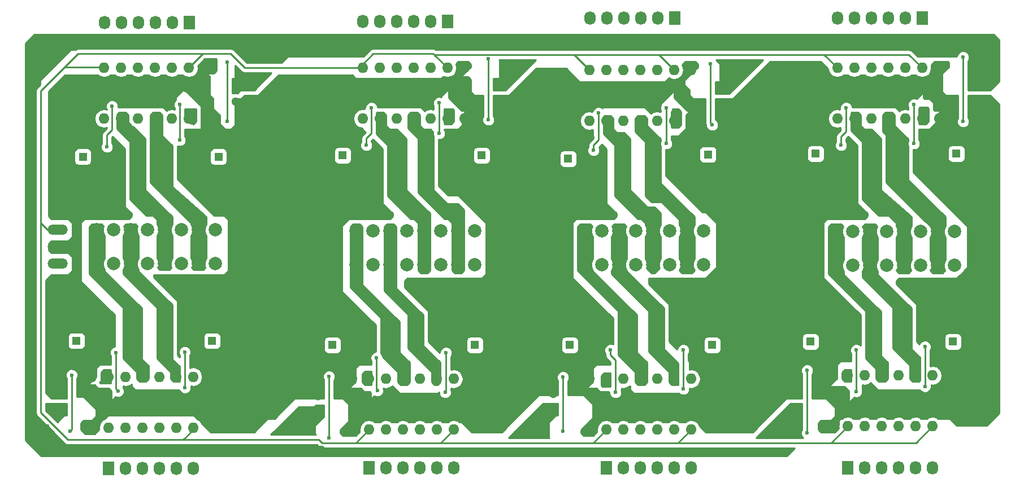
<source format=gbl>
G04 #@! TF.FileFunction,Copper,L2,Bot,Signal*
%FSLAX46Y46*%
G04 Gerber Fmt 4.6, Leading zero omitted, Abs format (unit mm)*
G04 Created by KiCad (PCBNEW 4.0.0-stable) date 3/20/2016 3:51:15 PM*
%MOMM*%
G01*
G04 APERTURE LIST*
%ADD10C,0.100000*%
%ADD11O,1.600000X1.600000*%
%ADD12R,1.300000X1.300000*%
%ADD13C,1.300000*%
%ADD14R,1.727200X2.032000*%
%ADD15O,1.727200X2.032000*%
%ADD16C,2.000000*%
%ADD17O,3.014980X1.506220*%
%ADD18C,0.600000*%
%ADD19C,0.250000*%
%ADD20C,0.254000*%
G04 APERTURE END LIST*
D10*
D11*
X66357500Y-62547500D03*
X63817500Y-62547500D03*
X61277500Y-62547500D03*
X58737500Y-62547500D03*
X56197500Y-62547500D03*
X53657500Y-62547500D03*
X51117500Y-62547500D03*
X51117500Y-70167500D03*
X53657500Y-70167500D03*
X56197500Y-70167500D03*
X58737500Y-70167500D03*
X61277500Y-70167500D03*
X63817500Y-70167500D03*
X66357500Y-70167500D03*
D12*
X70802500Y-65087500D03*
D13*
X70802500Y-67587500D03*
D12*
X110172500Y-65087500D03*
D13*
X110172500Y-67587500D03*
D12*
X144145000Y-65405000D03*
D13*
X144145000Y-67905000D03*
D12*
X181292500Y-65087500D03*
D13*
X181292500Y-67587500D03*
D12*
X44132500Y-113982500D03*
D13*
X44132500Y-111482500D03*
D12*
X83185000Y-114300000D03*
D13*
X83185000Y-111800000D03*
D12*
X118427500Y-113982500D03*
D13*
X118427500Y-111482500D03*
D12*
X154940000Y-113792000D03*
D13*
X154940000Y-111292000D03*
D11*
X160020000Y-116332000D03*
X162560000Y-116332000D03*
X165100000Y-116332000D03*
X167640000Y-116332000D03*
X170180000Y-116332000D03*
X172720000Y-116332000D03*
X175260000Y-116332000D03*
X175260000Y-108712000D03*
X172720000Y-108712000D03*
X170180000Y-108712000D03*
X167640000Y-108712000D03*
X165100000Y-108712000D03*
X162560000Y-108712000D03*
X160020000Y-108712000D03*
X123825000Y-116840000D03*
X126365000Y-116840000D03*
X128905000Y-116840000D03*
X131445000Y-116840000D03*
X133985000Y-116840000D03*
X136525000Y-116840000D03*
X139065000Y-116840000D03*
X139065000Y-109220000D03*
X136525000Y-109220000D03*
X133985000Y-109220000D03*
X131445000Y-109220000D03*
X128905000Y-109220000D03*
X126365000Y-109220000D03*
X123825000Y-109220000D03*
X88265000Y-116840000D03*
X90805000Y-116840000D03*
X93345000Y-116840000D03*
X95885000Y-116840000D03*
X98425000Y-116840000D03*
X100965000Y-116840000D03*
X103505000Y-116840000D03*
X103505000Y-109220000D03*
X100965000Y-109220000D03*
X98425000Y-109220000D03*
X95885000Y-109220000D03*
X93345000Y-109220000D03*
X90805000Y-109220000D03*
X88265000Y-109220000D03*
X49212500Y-116522500D03*
X51752500Y-116522500D03*
X54292500Y-116522500D03*
X56832500Y-116522500D03*
X59372500Y-116522500D03*
X61912500Y-116522500D03*
X64452500Y-116522500D03*
X64452500Y-108902500D03*
X61912500Y-108902500D03*
X59372500Y-108902500D03*
X56832500Y-108902500D03*
X54292500Y-108902500D03*
X51752500Y-108902500D03*
X49212500Y-108902500D03*
X176212500Y-62547500D03*
X173672500Y-62547500D03*
X171132500Y-62547500D03*
X168592500Y-62547500D03*
X166052500Y-62547500D03*
X163512500Y-62547500D03*
X160972500Y-62547500D03*
X160972500Y-70167500D03*
X163512500Y-70167500D03*
X166052500Y-70167500D03*
X168592500Y-70167500D03*
X171132500Y-70167500D03*
X173672500Y-70167500D03*
X176212500Y-70167500D03*
X139065000Y-62865000D03*
X136525000Y-62865000D03*
X133985000Y-62865000D03*
X131445000Y-62865000D03*
X128905000Y-62865000D03*
X126365000Y-62865000D03*
X123825000Y-62865000D03*
X123825000Y-70485000D03*
X126365000Y-70485000D03*
X128905000Y-70485000D03*
X131445000Y-70485000D03*
X133985000Y-70485000D03*
X136525000Y-70485000D03*
X139065000Y-70485000D03*
X105092500Y-62547500D03*
X102552500Y-62547500D03*
X100012500Y-62547500D03*
X97472500Y-62547500D03*
X94932500Y-62547500D03*
X92392500Y-62547500D03*
X89852500Y-62547500D03*
X89852500Y-70167500D03*
X92392500Y-70167500D03*
X94932500Y-70167500D03*
X97472500Y-70167500D03*
X100012500Y-70167500D03*
X102552500Y-70167500D03*
X105092500Y-70167500D03*
D12*
X47942500Y-75882500D03*
D13*
X50442500Y-75882500D03*
D12*
X68262500Y-75882500D03*
D13*
X65762500Y-75882500D03*
D12*
X86868000Y-75692000D03*
D13*
X89368000Y-75692000D03*
D12*
X107696000Y-75692000D03*
D13*
X105196000Y-75692000D03*
D12*
X120650000Y-76200000D03*
D13*
X123150000Y-76200000D03*
D12*
X141605000Y-75565000D03*
D13*
X139105000Y-75565000D03*
D12*
X157734000Y-75438000D03*
D13*
X160234000Y-75438000D03*
D12*
X178816000Y-75438000D03*
D13*
X176316000Y-75438000D03*
D12*
X67310000Y-103505000D03*
D13*
X64810000Y-103505000D03*
D12*
X46990000Y-103505000D03*
D13*
X49490000Y-103505000D03*
D12*
X106680000Y-104140000D03*
D13*
X104180000Y-104140000D03*
D12*
X85344000Y-104140000D03*
D13*
X87844000Y-104140000D03*
D12*
X142240000Y-104140000D03*
D13*
X139740000Y-104140000D03*
D12*
X120904000Y-104140000D03*
D13*
X123404000Y-104140000D03*
D12*
X178308000Y-103632000D03*
D13*
X175808000Y-103632000D03*
D12*
X156972000Y-103632000D03*
D13*
X159472000Y-103632000D03*
D14*
X63881000Y-55753000D03*
D15*
X61341000Y-55753000D03*
X58801000Y-55753000D03*
X56261000Y-55753000D03*
X53721000Y-55753000D03*
X51181000Y-55753000D03*
D14*
X102616000Y-55626000D03*
D15*
X100076000Y-55626000D03*
X97536000Y-55626000D03*
X94996000Y-55626000D03*
X92456000Y-55626000D03*
X89916000Y-55626000D03*
D14*
X136652000Y-55118000D03*
D15*
X134112000Y-55118000D03*
X131572000Y-55118000D03*
X129032000Y-55118000D03*
X126492000Y-55118000D03*
X123952000Y-55118000D03*
D14*
X173736000Y-55118000D03*
D15*
X171196000Y-55118000D03*
X168656000Y-55118000D03*
X166116000Y-55118000D03*
X163576000Y-55118000D03*
X161036000Y-55118000D03*
D14*
X51765200Y-122682000D03*
D15*
X54305200Y-122682000D03*
X56845200Y-122682000D03*
X59385200Y-122682000D03*
X61925200Y-122682000D03*
X64465200Y-122682000D03*
D14*
X90805000Y-122555000D03*
D15*
X93345000Y-122555000D03*
X95885000Y-122555000D03*
X98425000Y-122555000D03*
X100965000Y-122555000D03*
X103505000Y-122555000D03*
D14*
X126365000Y-122555000D03*
D15*
X128905000Y-122555000D03*
X131445000Y-122555000D03*
X133985000Y-122555000D03*
X136525000Y-122555000D03*
X139065000Y-122555000D03*
D14*
X162560000Y-122555000D03*
D15*
X165100000Y-122555000D03*
X167640000Y-122555000D03*
X170180000Y-122555000D03*
X172720000Y-122555000D03*
X175260000Y-122555000D03*
D16*
X178562000Y-87122000D03*
X176022000Y-87122000D03*
X173482000Y-87122000D03*
X170942000Y-87122000D03*
X168402000Y-87122000D03*
X165862000Y-87122000D03*
X163322000Y-87122000D03*
X160782000Y-87122000D03*
X160782000Y-87122000D03*
X163322000Y-87122000D03*
X165862000Y-87122000D03*
X168402000Y-87122000D03*
X170942000Y-87122000D03*
X173482000Y-87122000D03*
X176022000Y-87122000D03*
X178562000Y-87122000D03*
X178562000Y-92202000D03*
X176022000Y-92202000D03*
X173482000Y-92202000D03*
X170942000Y-92202000D03*
X168402000Y-92202000D03*
X165862000Y-92202000D03*
X163322000Y-92202000D03*
X160782000Y-92202000D03*
X160782000Y-92202000D03*
X163322000Y-92202000D03*
X165862000Y-92202000D03*
X168402000Y-92202000D03*
X170942000Y-92202000D03*
X173482000Y-92202000D03*
X176022000Y-92202000D03*
X178562000Y-92202000D03*
X140970000Y-86995000D03*
X138430000Y-86995000D03*
X135890000Y-86995000D03*
X133350000Y-86995000D03*
X130810000Y-86995000D03*
X128270000Y-86995000D03*
X125730000Y-86995000D03*
X123190000Y-86995000D03*
X123190000Y-86995000D03*
X125730000Y-86995000D03*
X128270000Y-86995000D03*
X130810000Y-86995000D03*
X133350000Y-86995000D03*
X135890000Y-86995000D03*
X138430000Y-86995000D03*
X140970000Y-86995000D03*
X140970000Y-92075000D03*
X138430000Y-92075000D03*
X135890000Y-92075000D03*
X133350000Y-92075000D03*
X130810000Y-92075000D03*
X128270000Y-92075000D03*
X125730000Y-92075000D03*
X123190000Y-92075000D03*
X123190000Y-92075000D03*
X125730000Y-92075000D03*
X128270000Y-92075000D03*
X130810000Y-92075000D03*
X133350000Y-92075000D03*
X135890000Y-92075000D03*
X138430000Y-92075000D03*
X140970000Y-92075000D03*
X106680000Y-86995000D03*
X104140000Y-86995000D03*
X101600000Y-86995000D03*
X99060000Y-86995000D03*
X96520000Y-86995000D03*
X93980000Y-86995000D03*
X91440000Y-86995000D03*
X88900000Y-86995000D03*
X88900000Y-86995000D03*
X91440000Y-86995000D03*
X93980000Y-86995000D03*
X96520000Y-86995000D03*
X99060000Y-86995000D03*
X101600000Y-86995000D03*
X104140000Y-86995000D03*
X106680000Y-86995000D03*
X106680000Y-92075000D03*
X104140000Y-92075000D03*
X101600000Y-92075000D03*
X99060000Y-92075000D03*
X96520000Y-92075000D03*
X93980000Y-92075000D03*
X91440000Y-92075000D03*
X88900000Y-92075000D03*
X88900000Y-92075000D03*
X91440000Y-92075000D03*
X93980000Y-92075000D03*
X96520000Y-92075000D03*
X99060000Y-92075000D03*
X101600000Y-92075000D03*
X104140000Y-92075000D03*
X106680000Y-92075000D03*
X67818000Y-86868000D03*
X65278000Y-86868000D03*
X62738000Y-86868000D03*
X60198000Y-86868000D03*
X57658000Y-86868000D03*
X55118000Y-86868000D03*
X52578000Y-86868000D03*
X50038000Y-86868000D03*
X50038000Y-86868000D03*
X52578000Y-86868000D03*
X55118000Y-86868000D03*
X57658000Y-86868000D03*
X60198000Y-86868000D03*
X62738000Y-86868000D03*
X65278000Y-86868000D03*
X67818000Y-86868000D03*
X67818000Y-91948000D03*
X65278000Y-91948000D03*
X62738000Y-91948000D03*
X60198000Y-91948000D03*
X57658000Y-91948000D03*
X55118000Y-91948000D03*
X52578000Y-91948000D03*
X50038000Y-91948000D03*
X50038000Y-91948000D03*
X52578000Y-91948000D03*
X55118000Y-91948000D03*
X57658000Y-91948000D03*
X60198000Y-91948000D03*
X62738000Y-91948000D03*
X65278000Y-91948000D03*
X67818000Y-91948000D03*
D17*
X44196000Y-91948000D03*
X44196000Y-89408000D03*
X44196000Y-86868000D03*
D18*
X141732000Y-59436000D03*
X147828000Y-59436000D03*
X156718000Y-59436000D03*
X156718000Y-58166000D03*
X149352000Y-58166000D03*
X140716000Y-58166000D03*
X109474000Y-59436000D03*
X113538000Y-59436000D03*
X119126000Y-59436000D03*
X119126000Y-58166000D03*
X107950000Y-58420000D03*
X73152000Y-61468000D03*
X76708000Y-61214000D03*
X84582000Y-60198000D03*
X84582000Y-58420000D03*
X77216000Y-58420000D03*
X68326000Y-58166000D03*
X40132000Y-86868000D03*
X40132000Y-89408000D03*
X39878000Y-64008000D03*
X39878000Y-59690000D03*
X41656000Y-58420000D03*
X45466000Y-58420000D03*
X45466000Y-59944000D03*
X41402000Y-63500000D03*
X107442000Y-120396000D03*
X114554000Y-120396000D03*
X121158000Y-120396000D03*
X152654000Y-120396000D03*
X148082000Y-120396000D03*
X143002000Y-120396000D03*
X67564000Y-119380000D03*
X70104000Y-119380000D03*
X75184000Y-119380000D03*
X81280000Y-119380000D03*
X84836000Y-120396000D03*
X78740000Y-120396000D03*
X72644000Y-120396000D03*
X66548000Y-120396000D03*
X72644000Y-65024000D03*
X74168000Y-63500000D03*
X71120000Y-63500000D03*
X110744000Y-61976000D03*
X112268000Y-61976000D03*
X114300000Y-61976000D03*
X148336000Y-61976000D03*
X146304000Y-61976000D03*
X144272000Y-61976000D03*
X181356000Y-60452000D03*
X178816000Y-57912000D03*
X183896000Y-57912000D03*
X184912000Y-58928000D03*
X184912000Y-60452000D03*
X183896000Y-65024000D03*
X154940000Y-117348000D03*
X152908000Y-117348000D03*
X150368000Y-117348000D03*
X117348000Y-117348000D03*
X115316000Y-117348000D03*
X112776000Y-117348000D03*
X116840000Y-113792000D03*
X81788000Y-117348000D03*
X79756000Y-117348000D03*
X77724000Y-117348000D03*
X80772000Y-114300000D03*
X45212000Y-113792000D03*
X42672000Y-113792000D03*
X40132000Y-92456000D03*
X43688000Y-117856000D03*
X42672000Y-116332000D03*
X41148000Y-115316000D03*
X46736000Y-119380000D03*
X47752000Y-120396000D03*
X41656000Y-119888000D03*
X40640000Y-118872000D03*
X39624000Y-117856000D03*
X40132000Y-91440000D03*
X40132000Y-91948000D03*
X46990000Y-98044000D03*
X50038000Y-98298000D03*
X44450000Y-65786000D03*
X46228000Y-67056000D03*
X44958000Y-72390000D03*
X46482000Y-80010000D03*
X50546000Y-81788000D03*
X46990000Y-84836000D03*
X46990000Y-89408000D03*
X46990000Y-93472000D03*
X44450000Y-100838000D03*
X44196000Y-108204000D03*
X181356000Y-114300000D03*
X182372000Y-104140000D03*
X182626000Y-91948000D03*
X183134000Y-80264000D03*
X183134000Y-70358000D03*
X82550000Y-104140000D03*
X85344000Y-98044000D03*
X85344000Y-90170000D03*
X84328000Y-82042000D03*
X83820000Y-73152000D03*
X83566000Y-66040000D03*
X77978000Y-65786000D03*
X72644000Y-69596000D03*
X71628000Y-74930000D03*
X71120000Y-80518000D03*
X70866000Y-88646000D03*
X70612000Y-94996000D03*
X70866000Y-103886000D03*
X70866000Y-113792000D03*
X76200000Y-113792000D03*
X78740000Y-111252000D03*
X117348000Y-104648000D03*
X119380000Y-99822000D03*
X120142000Y-93472000D03*
X119634000Y-87376000D03*
X118364000Y-81534000D03*
X118110000Y-76200000D03*
X119126000Y-71120000D03*
X118618000Y-65532000D03*
X115824000Y-65278000D03*
X113030000Y-67818000D03*
X110744000Y-73406000D03*
X109474000Y-80010000D03*
X109728000Y-88392000D03*
X109474000Y-96266000D03*
X109220000Y-103632000D03*
X108204000Y-114046000D03*
X112268000Y-114300000D03*
X114554000Y-111252000D03*
X144526000Y-107696000D03*
X144526000Y-101854000D03*
X142240000Y-98044000D03*
X144018000Y-95250000D03*
X143764000Y-88900000D03*
X143764000Y-80772000D03*
X144780000Y-74422000D03*
X146304000Y-68834000D03*
X149352000Y-64770000D03*
X155702000Y-65024000D03*
X155702000Y-68580000D03*
X155448000Y-77216000D03*
X157988000Y-85344000D03*
X157988000Y-93472000D03*
X154178000Y-100838000D03*
X154178000Y-108966000D03*
X150368000Y-113284000D03*
X144272000Y-113284000D03*
X176276000Y-106172000D03*
X173228000Y-112776000D03*
X177038000Y-112268000D03*
X121666000Y-109220000D03*
X162560000Y-66294000D03*
X159512000Y-66802000D03*
X159766000Y-72644000D03*
X124968000Y-66294000D03*
X122428000Y-66548000D03*
X122682000Y-72898000D03*
X137922000Y-76708000D03*
X91694000Y-66294000D03*
X88138000Y-66548000D03*
X88392000Y-72644000D03*
X103886000Y-76454000D03*
X67564000Y-72644000D03*
X98806000Y-67564000D03*
X100076000Y-67564000D03*
X133096000Y-67818000D03*
X134112000Y-67818000D03*
X170180000Y-67564000D03*
X171196000Y-67564000D03*
X175006000Y-76454000D03*
X50038000Y-72644000D03*
X52832000Y-66040000D03*
X49784000Y-66294000D03*
X64262000Y-76454000D03*
X60198000Y-67564000D03*
X61214000Y-67564000D03*
X161544000Y-101600000D03*
X166624000Y-111252000D03*
X165354000Y-111252000D03*
X139954000Y-106680000D03*
X137414000Y-113284000D03*
X140716000Y-113030000D03*
X130048000Y-111760000D03*
X129032000Y-111760000D03*
X124714000Y-102362000D03*
X105156000Y-106680000D03*
X101854000Y-113538000D03*
X105156000Y-113538000D03*
X94742000Y-111760000D03*
X93472000Y-111760000D03*
X90424000Y-102870000D03*
X51308000Y-102616000D03*
X51816000Y-113792000D03*
X66040000Y-106680000D03*
X62992000Y-112776000D03*
X66040000Y-112268000D03*
X48260000Y-106680000D03*
X55372000Y-111252000D03*
X54356000Y-111252000D03*
X69596000Y-61722000D03*
X69596000Y-70612000D03*
X108712000Y-61214000D03*
X108712000Y-70358000D03*
X141986000Y-61976000D03*
X142240000Y-71120000D03*
X179832000Y-60960000D03*
X179832000Y-70612000D03*
X46024800Y-117094000D03*
X46278800Y-108635800D03*
X84836000Y-108839000D03*
X84836000Y-118110000D03*
X119888000Y-117094000D03*
X119888000Y-108966000D03*
X156464000Y-117348000D03*
X156464000Y-107950000D03*
X172466000Y-73914000D03*
X172466000Y-68072000D03*
X161544000Y-74168000D03*
X162306000Y-68580000D03*
X135382000Y-73914000D03*
X135382000Y-68580000D03*
X124460000Y-74930000D03*
X125222000Y-69342000D03*
X101346000Y-72390000D03*
X101346000Y-67818000D03*
X90424000Y-74168000D03*
X91186000Y-68580000D03*
X62484000Y-73406000D03*
X62484000Y-68072000D03*
X51562000Y-74422000D03*
X52324000Y-68326000D03*
X163830000Y-104902000D03*
X163830000Y-111125000D03*
X174117000Y-104394000D03*
X174117000Y-110363000D03*
X127000000Y-104902000D03*
X127762000Y-111252000D03*
X137922000Y-104902000D03*
X137922000Y-110744000D03*
X91948000Y-106045000D03*
X92075000Y-110998000D03*
X102362000Y-105283000D03*
X102235000Y-111252000D03*
X63220600Y-105181400D03*
X63246000Y-110540800D03*
X52882800Y-105257600D03*
X53238400Y-111074200D03*
D19*
X119126000Y-58166000D02*
X140716000Y-58166000D01*
X156718000Y-59436000D02*
X147828000Y-59436000D01*
X149352000Y-58166000D02*
X156718000Y-58166000D01*
X84582000Y-58420000D02*
X107950000Y-58420000D01*
X113538000Y-59436000D02*
X109474000Y-59436000D01*
X119126000Y-58166000D02*
X119126000Y-59436000D01*
X45466000Y-58420000D02*
X68072000Y-58420000D01*
X77216000Y-61214000D02*
X76708000Y-61214000D01*
X78232000Y-60198000D02*
X77216000Y-61214000D01*
X84582000Y-60198000D02*
X78232000Y-60198000D01*
X77216000Y-58420000D02*
X84582000Y-58420000D01*
X68072000Y-58420000D02*
X68326000Y-58166000D01*
X40132000Y-91440000D02*
X40132000Y-89408000D01*
X39878000Y-59690000D02*
X39878000Y-64008000D01*
X45466000Y-58420000D02*
X41656000Y-58420000D01*
X44958000Y-59944000D02*
X45466000Y-59944000D01*
X41402000Y-63500000D02*
X44958000Y-59944000D01*
X121158000Y-120396000D02*
X143002000Y-120396000D01*
X114554000Y-120396000D02*
X121158000Y-120396000D01*
X84836000Y-120396000D02*
X107442000Y-120396000D01*
X148082000Y-120396000D02*
X152654000Y-120396000D01*
X47752000Y-120396000D02*
X66548000Y-120396000D01*
X75184000Y-119380000D02*
X70104000Y-119380000D01*
X83820000Y-119380000D02*
X81280000Y-119380000D01*
X84836000Y-120396000D02*
X83820000Y-119380000D01*
X72644000Y-120396000D02*
X78740000Y-120396000D01*
X70802500Y-65087500D02*
X70802500Y-63817500D01*
X74168000Y-63500000D02*
X72644000Y-65024000D01*
X70802500Y-63817500D02*
X71120000Y-63500000D01*
X110744000Y-61976000D02*
X110744000Y-64516000D01*
X114300000Y-61976000D02*
X112268000Y-61976000D01*
X144907000Y-65405000D02*
X144145000Y-65405000D01*
X148336000Y-61976000D02*
X144907000Y-65405000D01*
X144272000Y-61976000D02*
X146304000Y-61976000D01*
X178816000Y-57912000D02*
X181356000Y-60452000D01*
X184912000Y-58928000D02*
X183896000Y-57912000D01*
X184912000Y-64008000D02*
X184912000Y-60452000D01*
X183896000Y-65024000D02*
X184912000Y-64008000D01*
X154940000Y-113792000D02*
X153924000Y-113792000D01*
X152908000Y-117348000D02*
X154940000Y-117348000D01*
X153924000Y-113792000D02*
X150368000Y-117348000D01*
X115316000Y-117348000D02*
X117348000Y-117348000D01*
X113284000Y-117348000D02*
X112776000Y-117348000D01*
X116840000Y-113792000D02*
X113284000Y-117348000D01*
X90805000Y-109220000D02*
X90805000Y-109855000D01*
X83185000Y-114300000D02*
X80772000Y-114300000D01*
X82296000Y-115189000D02*
X83185000Y-114300000D01*
X82296000Y-116840000D02*
X82296000Y-115189000D01*
X81788000Y-117348000D02*
X82296000Y-116840000D01*
X77724000Y-117348000D02*
X79756000Y-117348000D01*
X44132500Y-113982500D02*
X45021500Y-113982500D01*
X45021500Y-113982500D02*
X45212000Y-113792000D01*
X43688000Y-117348000D02*
X43688000Y-117856000D01*
X42672000Y-116332000D02*
X43688000Y-117348000D01*
X45212000Y-119380000D02*
X41148000Y-115316000D01*
X46736000Y-119380000D02*
X45212000Y-119380000D01*
X42164000Y-120396000D02*
X47752000Y-120396000D01*
X41656000Y-119888000D02*
X42164000Y-120396000D01*
X39624000Y-117856000D02*
X40640000Y-118872000D01*
X40132000Y-91948000D02*
X40132000Y-91440000D01*
X50038000Y-98298000D02*
X47244000Y-98298000D01*
X47244000Y-98298000D02*
X46990000Y-98044000D01*
X44958000Y-65786000D02*
X44450000Y-65786000D01*
X46228000Y-67056000D02*
X44958000Y-65786000D01*
X44958000Y-78486000D02*
X44958000Y-72390000D01*
X46482000Y-80010000D02*
X44958000Y-78486000D01*
X50038000Y-81788000D02*
X50546000Y-81788000D01*
X46990000Y-84836000D02*
X50038000Y-81788000D01*
X46990000Y-93472000D02*
X46990000Y-89408000D01*
X44450000Y-107950000D02*
X44450000Y-100838000D01*
X44196000Y-108204000D02*
X44450000Y-107950000D01*
X181292500Y-67587500D02*
X181292500Y-68516500D01*
X181356000Y-105156000D02*
X181356000Y-114300000D01*
X182372000Y-104140000D02*
X181356000Y-105156000D01*
X182626000Y-80772000D02*
X182626000Y-91948000D01*
X183134000Y-80264000D02*
X182626000Y-80772000D01*
X181292500Y-68516500D02*
X183134000Y-70358000D01*
X83185000Y-111800000D02*
X79288000Y-111800000D01*
X81534000Y-105156000D02*
X81534000Y-106934000D01*
X82550000Y-104140000D02*
X81534000Y-105156000D01*
X85344000Y-90170000D02*
X85344000Y-98044000D01*
X84328000Y-73660000D02*
X84328000Y-82042000D01*
X83820000Y-73152000D02*
X84328000Y-73660000D01*
X78232000Y-66040000D02*
X83566000Y-66040000D01*
X77978000Y-65786000D02*
X78232000Y-66040000D01*
X72644000Y-73914000D02*
X72644000Y-69596000D01*
X71628000Y-74930000D02*
X72644000Y-73914000D01*
X71120000Y-88392000D02*
X71120000Y-80518000D01*
X70866000Y-88646000D02*
X71120000Y-88392000D01*
X70612000Y-103632000D02*
X70612000Y-94996000D01*
X70866000Y-103886000D02*
X70612000Y-103632000D01*
X76200000Y-113792000D02*
X70866000Y-113792000D01*
X79288000Y-111800000D02*
X78740000Y-111252000D01*
X118427500Y-111482500D02*
X114784500Y-111482500D01*
X116840000Y-105156000D02*
X116840000Y-109474000D01*
X117348000Y-104648000D02*
X116840000Y-105156000D01*
X119380000Y-94234000D02*
X119380000Y-99822000D01*
X120142000Y-93472000D02*
X119380000Y-94234000D01*
X119634000Y-82804000D02*
X119634000Y-87376000D01*
X118364000Y-81534000D02*
X119634000Y-82804000D01*
X118110000Y-72136000D02*
X118110000Y-76200000D01*
X119126000Y-71120000D02*
X118110000Y-72136000D01*
X116078000Y-65532000D02*
X118618000Y-65532000D01*
X115824000Y-65278000D02*
X116078000Y-65532000D01*
X113030000Y-71120000D02*
X113030000Y-67818000D01*
X110744000Y-73406000D02*
X113030000Y-71120000D01*
X109474000Y-88138000D02*
X109474000Y-80010000D01*
X109728000Y-88392000D02*
X109474000Y-88138000D01*
X109474000Y-103378000D02*
X109474000Y-96266000D01*
X109220000Y-103632000D02*
X109474000Y-103378000D01*
X112014000Y-114046000D02*
X108204000Y-114046000D01*
X112268000Y-114300000D02*
X112014000Y-114046000D01*
X114784500Y-111482500D02*
X114554000Y-111252000D01*
X140716000Y-113030000D02*
X144018000Y-113030000D01*
X144526000Y-107696000D02*
X144526000Y-111252000D01*
X144526000Y-100330000D02*
X144526000Y-101854000D01*
X142240000Y-98044000D02*
X144526000Y-100330000D01*
X144018000Y-89154000D02*
X144018000Y-95250000D01*
X143764000Y-88900000D02*
X144018000Y-89154000D01*
X143764000Y-75438000D02*
X143764000Y-80772000D01*
X144780000Y-74422000D02*
X143764000Y-75438000D01*
X146304000Y-67818000D02*
X146304000Y-68834000D01*
X149352000Y-64770000D02*
X146304000Y-67818000D01*
X155702000Y-68580000D02*
X155702000Y-65024000D01*
X155448000Y-82804000D02*
X155448000Y-77216000D01*
X157988000Y-85344000D02*
X155448000Y-82804000D01*
X157988000Y-97028000D02*
X157988000Y-93472000D01*
X154178000Y-100838000D02*
X157988000Y-97028000D01*
X154178000Y-109474000D02*
X154178000Y-108966000D01*
X150368000Y-113284000D02*
X154178000Y-109474000D01*
X144018000Y-113030000D02*
X144272000Y-113284000D01*
X176276000Y-106172000D02*
X176276000Y-107188000D01*
X177038000Y-107950000D02*
X177038000Y-112268000D01*
X176276000Y-107188000D02*
X177038000Y-107950000D01*
X66357500Y-62547500D02*
X65976500Y-62547500D01*
X65976500Y-62547500D02*
X64008000Y-64516000D01*
X139065000Y-62865000D02*
X138811000Y-62865000D01*
X138811000Y-62865000D02*
X137414000Y-64262000D01*
X123825000Y-116840000D02*
X123952000Y-116840000D01*
X123825000Y-109220000D02*
X121666000Y-109220000D01*
X159512000Y-72390000D02*
X159512000Y-66802000D01*
X159766000Y-72644000D02*
X159512000Y-72390000D01*
X122428000Y-72644000D02*
X122428000Y-66548000D01*
X122682000Y-72898000D02*
X122428000Y-72644000D01*
X88138000Y-72390000D02*
X88138000Y-66548000D01*
X88392000Y-72644000D02*
X88138000Y-72390000D01*
X105092500Y-62547500D02*
X103378000Y-64262000D01*
X100076000Y-67564000D02*
X98806000Y-67564000D01*
X133096000Y-67818000D02*
X134112000Y-67818000D01*
X171196000Y-67564000D02*
X170180000Y-67564000D01*
X176212500Y-62547500D02*
X176212500Y-62801500D01*
X176212500Y-62801500D02*
X174752000Y-64262000D01*
X50038000Y-72644000D02*
X50038000Y-71374000D01*
X49530000Y-66548000D02*
X49784000Y-66294000D01*
X49530000Y-70866000D02*
X49530000Y-66548000D01*
X50038000Y-71374000D02*
X49530000Y-70866000D01*
X61214000Y-67564000D02*
X60198000Y-67564000D01*
X160020000Y-116332000D02*
X161798000Y-114554000D01*
X165354000Y-111252000D02*
X166624000Y-111252000D01*
X139954000Y-106680000D02*
X139954000Y-107442000D01*
X140716000Y-108204000D02*
X140716000Y-113030000D01*
X139954000Y-107442000D02*
X140716000Y-108204000D01*
X123825000Y-116840000D02*
X123825000Y-115951000D01*
X123825000Y-115951000D02*
X124968000Y-114808000D01*
X129032000Y-111760000D02*
X130048000Y-111760000D01*
X105156000Y-113538000D02*
X101854000Y-113538000D01*
X93472000Y-111760000D02*
X94742000Y-111760000D01*
X49212500Y-116395500D02*
X51816000Y-113792000D01*
X49212500Y-116522500D02*
X49212500Y-116395500D01*
X66040000Y-106680000D02*
X66040000Y-112268000D01*
X54356000Y-111252000D02*
X55372000Y-111252000D01*
X69596000Y-70612000D02*
X69596000Y-61722000D01*
X108712000Y-70358000D02*
X108712000Y-61214000D01*
X141986000Y-70866000D02*
X141986000Y-61976000D01*
X142240000Y-71120000D02*
X141986000Y-70866000D01*
X179832000Y-70612000D02*
X179832000Y-60960000D01*
X46024800Y-117094000D02*
X46278800Y-116840000D01*
X46278800Y-116840000D02*
X46278800Y-108635800D01*
X84836000Y-118110000D02*
X84836000Y-108839000D01*
X119888000Y-108966000D02*
X119888000Y-117094000D01*
X156464000Y-107950000D02*
X156464000Y-117348000D01*
X44196000Y-86868000D02*
X42672000Y-86868000D01*
X42672000Y-86868000D02*
X41656000Y-85852000D01*
X160020000Y-118808500D02*
X172783500Y-118808500D01*
X172783500Y-118808500D02*
X175260000Y-116332000D01*
X137096500Y-118808500D02*
X160020000Y-118808500D01*
X160020000Y-118808500D02*
X160083500Y-118808500D01*
X160083500Y-118808500D02*
X162560000Y-116332000D01*
X124460000Y-118808500D02*
X137096500Y-118808500D01*
X137096500Y-118808500D02*
X139065000Y-116840000D01*
X101536500Y-118808500D02*
X124460000Y-118808500D01*
X124460000Y-118808500D02*
X124396500Y-118808500D01*
X124396500Y-118808500D02*
X126365000Y-116840000D01*
X88836500Y-118808500D02*
X101536500Y-118808500D01*
X101536500Y-118808500D02*
X103505000Y-116840000D01*
X62992000Y-118364000D02*
X83312000Y-118364000D01*
X88773000Y-118872000D02*
X88836500Y-118808500D01*
X88836500Y-118808500D02*
X90805000Y-116840000D01*
X83820000Y-118872000D02*
X88773000Y-118872000D01*
X83312000Y-118364000D02*
X83820000Y-118872000D01*
X159004000Y-60579000D02*
X171704000Y-60579000D01*
X171704000Y-60579000D02*
X173672500Y-62547500D01*
X134112000Y-60579000D02*
X159004000Y-60579000D01*
X159004000Y-60579000D02*
X160972500Y-62547500D01*
X121412000Y-60579000D02*
X134112000Y-60579000D01*
X134112000Y-60579000D02*
X134239000Y-60579000D01*
X134239000Y-60579000D02*
X136525000Y-62865000D01*
X100584000Y-60579000D02*
X121412000Y-60579000D01*
X121412000Y-60579000D02*
X121539000Y-60579000D01*
X121539000Y-60579000D02*
X123825000Y-62865000D01*
X89852500Y-62547500D02*
X89852500Y-62039500D01*
X89852500Y-62039500D02*
X91440000Y-60452000D01*
X100457000Y-60452000D02*
X100584000Y-60579000D01*
X100584000Y-60579000D02*
X102552500Y-62547500D01*
X91440000Y-60452000D02*
X100457000Y-60452000D01*
X65913000Y-60452000D02*
X47244000Y-60452000D01*
X47244000Y-60452000D02*
X45212000Y-62484000D01*
X89852500Y-62547500D02*
X72199500Y-62547500D01*
X65913000Y-60452000D02*
X63817500Y-62547500D01*
X70104000Y-60452000D02*
X65913000Y-60452000D01*
X72199500Y-62547500D02*
X70104000Y-60452000D01*
X64452500Y-116522500D02*
X64452500Y-116903500D01*
X64452500Y-116903500D02*
X62992000Y-118364000D01*
X62992000Y-118364000D02*
X45720000Y-118364000D01*
X45720000Y-118364000D02*
X41656000Y-114300000D01*
X41656000Y-114300000D02*
X41656000Y-99060000D01*
X41656000Y-99060000D02*
X41656000Y-85852000D01*
X41656000Y-85852000D02*
X41656000Y-66040000D01*
X41656000Y-66040000D02*
X45212000Y-62484000D01*
X45212000Y-62484000D02*
X51054000Y-62484000D01*
X51054000Y-62484000D02*
X51117500Y-62547500D01*
X172466000Y-68072000D02*
X172466000Y-73914000D01*
X161544000Y-72898000D02*
X161544000Y-74168000D01*
X162306000Y-72136000D02*
X161544000Y-72898000D01*
X162306000Y-68580000D02*
X162306000Y-72136000D01*
X135382000Y-68580000D02*
X135382000Y-73914000D01*
X124460000Y-74168000D02*
X124460000Y-74930000D01*
X125222000Y-73406000D02*
X124460000Y-74168000D01*
X125222000Y-69342000D02*
X125222000Y-73406000D01*
X101346000Y-67818000D02*
X101346000Y-72390000D01*
X90424000Y-73152000D02*
X90424000Y-74168000D01*
X91186000Y-72390000D02*
X90424000Y-73152000D01*
X91186000Y-68580000D02*
X91186000Y-72390000D01*
X62484000Y-68072000D02*
X62484000Y-73406000D01*
X51562000Y-72644000D02*
X51562000Y-74422000D01*
X52324000Y-71882000D02*
X51562000Y-72644000D01*
X52324000Y-68326000D02*
X52324000Y-71882000D01*
X163830000Y-111125000D02*
X163830000Y-104902000D01*
X174117000Y-110363000D02*
X174117000Y-104394000D01*
X127000000Y-105664000D02*
X127000000Y-104902000D01*
X127762000Y-106426000D02*
X127000000Y-105664000D01*
X127762000Y-111252000D02*
X127762000Y-106426000D01*
X137922000Y-110744000D02*
X137922000Y-104902000D01*
X91948000Y-110871000D02*
X91948000Y-106045000D01*
X92075000Y-110998000D02*
X91948000Y-110871000D01*
X102362000Y-111125000D02*
X102362000Y-105283000D01*
X102235000Y-111252000D02*
X102362000Y-111125000D01*
X63220600Y-110515400D02*
X63220600Y-105181400D01*
X63246000Y-110540800D02*
X63220600Y-110515400D01*
X52882800Y-110718600D02*
X52882800Y-105257600D01*
X53238400Y-111074200D02*
X52882800Y-110718600D01*
D20*
G36*
X51050805Y-86282411D02*
X50943284Y-86541352D01*
X50942716Y-87191795D01*
X51181000Y-87768485D01*
X51181000Y-91048867D01*
X50943284Y-91621352D01*
X50942716Y-92271795D01*
X51181000Y-92848485D01*
X51181000Y-92964000D01*
X51191006Y-93013410D01*
X51218197Y-93053803D01*
X56769000Y-98604606D01*
X56769000Y-106172000D01*
X56779006Y-106221410D01*
X56806197Y-106261803D01*
X57785000Y-107240606D01*
X57785000Y-109167394D01*
X57351394Y-109601000D01*
X56440606Y-109601000D01*
X56007000Y-109167394D01*
X56007000Y-108204000D01*
X55996994Y-108154590D01*
X55969803Y-108114197D01*
X53975000Y-106119394D01*
X53975000Y-98552000D01*
X53964994Y-98502590D01*
X53937803Y-98462197D01*
X48895000Y-93419394D01*
X48895000Y-86412606D01*
X49328606Y-85979000D01*
X50747394Y-85979000D01*
X51050805Y-86282411D01*
X51050805Y-86282411D01*
G37*
X51050805Y-86282411D02*
X50943284Y-86541352D01*
X50942716Y-87191795D01*
X51181000Y-87768485D01*
X51181000Y-91048867D01*
X50943284Y-91621352D01*
X50942716Y-92271795D01*
X51181000Y-92848485D01*
X51181000Y-92964000D01*
X51191006Y-93013410D01*
X51218197Y-93053803D01*
X56769000Y-98604606D01*
X56769000Y-106172000D01*
X56779006Y-106221410D01*
X56806197Y-106261803D01*
X57785000Y-107240606D01*
X57785000Y-109167394D01*
X57351394Y-109601000D01*
X56440606Y-109601000D01*
X56007000Y-109167394D01*
X56007000Y-108204000D01*
X55996994Y-108154590D01*
X55969803Y-108114197D01*
X53975000Y-106119394D01*
X53975000Y-98552000D01*
X53964994Y-98502590D01*
X53937803Y-98462197D01*
X48895000Y-93419394D01*
X48895000Y-86412606D01*
X49328606Y-85979000D01*
X50747394Y-85979000D01*
X51050805Y-86282411D01*
G36*
X56130805Y-86282411D02*
X56023284Y-86541352D01*
X56022716Y-87191795D01*
X56261000Y-87768485D01*
X56261000Y-91048867D01*
X56023284Y-91621352D01*
X56022716Y-92271795D01*
X56261000Y-92848485D01*
X56261000Y-92964000D01*
X56271006Y-93013410D01*
X56298197Y-93053803D01*
X61341000Y-98096606D01*
X61341000Y-106172000D01*
X61351006Y-106221410D01*
X61378197Y-106261803D01*
X62460600Y-107344206D01*
X62460600Y-109571794D01*
X62431394Y-109601000D01*
X61520606Y-109601000D01*
X61087000Y-109167394D01*
X61087000Y-108204000D01*
X61076994Y-108154590D01*
X61049803Y-108114197D01*
X59055000Y-106119394D01*
X59055000Y-98552000D01*
X59044994Y-98502590D01*
X59017803Y-98462197D01*
X53975000Y-93419394D01*
X53975000Y-92847133D01*
X54212716Y-92274648D01*
X54213284Y-91624205D01*
X53975000Y-91047515D01*
X53975000Y-87767133D01*
X54212716Y-87194648D01*
X54213284Y-86544205D01*
X54105137Y-86282469D01*
X54408606Y-85979000D01*
X55827394Y-85979000D01*
X56130805Y-86282411D01*
X56130805Y-86282411D01*
G37*
X56130805Y-86282411D02*
X56023284Y-86541352D01*
X56022716Y-87191795D01*
X56261000Y-87768485D01*
X56261000Y-91048867D01*
X56023284Y-91621352D01*
X56022716Y-92271795D01*
X56261000Y-92848485D01*
X56261000Y-92964000D01*
X56271006Y-93013410D01*
X56298197Y-93053803D01*
X61341000Y-98096606D01*
X61341000Y-106172000D01*
X61351006Y-106221410D01*
X61378197Y-106261803D01*
X62460600Y-107344206D01*
X62460600Y-109571794D01*
X62431394Y-109601000D01*
X61520606Y-109601000D01*
X61087000Y-109167394D01*
X61087000Y-108204000D01*
X61076994Y-108154590D01*
X61049803Y-108114197D01*
X59055000Y-106119394D01*
X59055000Y-98552000D01*
X59044994Y-98502590D01*
X59017803Y-98462197D01*
X53975000Y-93419394D01*
X53975000Y-92847133D01*
X54212716Y-92274648D01*
X54213284Y-91624205D01*
X53975000Y-91047515D01*
X53975000Y-87767133D01*
X54212716Y-87194648D01*
X54213284Y-86544205D01*
X54105137Y-86282469D01*
X54408606Y-85979000D01*
X55827394Y-85979000D01*
X56130805Y-86282411D01*
G36*
X89789000Y-86412606D02*
X89789000Y-94996000D01*
X89799006Y-95045410D01*
X89826197Y-95085803D01*
X95377000Y-100636606D01*
X95377000Y-105156000D01*
X95387006Y-105205410D01*
X95414197Y-105245803D01*
X96901000Y-106732606D01*
X96901000Y-109675394D01*
X96467394Y-110109000D01*
X95556606Y-110109000D01*
X95123000Y-109675394D01*
X95123000Y-108204000D01*
X95112994Y-108154590D01*
X95085803Y-108114197D01*
X92883117Y-105911511D01*
X92883162Y-105859833D01*
X92741117Y-105516057D01*
X92583000Y-105357664D01*
X92583000Y-100076000D01*
X92572994Y-100026590D01*
X92545803Y-99986197D01*
X88011000Y-95451394D01*
X88011000Y-86412606D01*
X88444606Y-85979000D01*
X89355394Y-85979000D01*
X89789000Y-86412606D01*
X89789000Y-86412606D01*
G37*
X89789000Y-86412606D02*
X89789000Y-94996000D01*
X89799006Y-95045410D01*
X89826197Y-95085803D01*
X95377000Y-100636606D01*
X95377000Y-105156000D01*
X95387006Y-105205410D01*
X95414197Y-105245803D01*
X96901000Y-106732606D01*
X96901000Y-109675394D01*
X96467394Y-110109000D01*
X95556606Y-110109000D01*
X95123000Y-109675394D01*
X95123000Y-108204000D01*
X95112994Y-108154590D01*
X95085803Y-108114197D01*
X92883117Y-105911511D01*
X92883162Y-105859833D01*
X92741117Y-105516057D01*
X92583000Y-105357664D01*
X92583000Y-100076000D01*
X92572994Y-100026590D01*
X92545803Y-99986197D01*
X88011000Y-95451394D01*
X88011000Y-86412606D01*
X88444606Y-85979000D01*
X89355394Y-85979000D01*
X89789000Y-86412606D01*
G36*
X94869000Y-86412606D02*
X94869000Y-95504000D01*
X94879006Y-95553410D01*
X94906197Y-95593803D01*
X98933000Y-99620606D01*
X98933000Y-104140000D01*
X98943006Y-104189410D01*
X98970197Y-104229803D01*
X101473000Y-106732606D01*
X101473000Y-109675394D01*
X101039394Y-110109000D01*
X100636606Y-110109000D01*
X100203000Y-109675394D01*
X100203000Y-108204000D01*
X100192994Y-108154590D01*
X100165803Y-108114197D01*
X96647000Y-104595394D01*
X96647000Y-99568000D01*
X96636994Y-99518590D01*
X96609803Y-99478197D01*
X93091000Y-95959394D01*
X93091000Y-86412606D01*
X93524606Y-85979000D01*
X94435394Y-85979000D01*
X94869000Y-86412606D01*
X94869000Y-86412606D01*
G37*
X94869000Y-86412606D02*
X94869000Y-95504000D01*
X94879006Y-95553410D01*
X94906197Y-95593803D01*
X98933000Y-99620606D01*
X98933000Y-104140000D01*
X98943006Y-104189410D01*
X98970197Y-104229803D01*
X101473000Y-106732606D01*
X101473000Y-109675394D01*
X101039394Y-110109000D01*
X100636606Y-110109000D01*
X100203000Y-109675394D01*
X100203000Y-108204000D01*
X100192994Y-108154590D01*
X100165803Y-108114197D01*
X96647000Y-104595394D01*
X96647000Y-99568000D01*
X96636994Y-99518590D01*
X96609803Y-99478197D01*
X93091000Y-95959394D01*
X93091000Y-86412606D01*
X93524606Y-85979000D01*
X94435394Y-85979000D01*
X94869000Y-86412606D01*
G36*
X124240068Y-86319674D02*
X124095284Y-86668352D01*
X124094716Y-87318795D01*
X124333000Y-87895485D01*
X124333000Y-91175867D01*
X124095284Y-91748352D01*
X124094716Y-92398795D01*
X124337561Y-92986524D01*
X124343006Y-93013410D01*
X124370197Y-93053803D01*
X130937000Y-99620606D01*
X130937000Y-105156000D01*
X130947006Y-105205410D01*
X130974197Y-105245803D01*
X132461000Y-106732606D01*
X132461000Y-109675394D01*
X132027394Y-110109000D01*
X131116606Y-110109000D01*
X130683000Y-109675394D01*
X130683000Y-108204000D01*
X130672994Y-108154590D01*
X130645803Y-108114197D01*
X128143000Y-105611394D01*
X128143000Y-99060000D01*
X128132994Y-99010590D01*
X128105803Y-98970197D01*
X122047000Y-92911394D01*
X122047000Y-86412606D01*
X122480606Y-85979000D01*
X123899394Y-85979000D01*
X124240068Y-86319674D01*
X124240068Y-86319674D01*
G37*
X124240068Y-86319674D02*
X124095284Y-86668352D01*
X124094716Y-87318795D01*
X124333000Y-87895485D01*
X124333000Y-91175867D01*
X124095284Y-91748352D01*
X124094716Y-92398795D01*
X124337561Y-92986524D01*
X124343006Y-93013410D01*
X124370197Y-93053803D01*
X130937000Y-99620606D01*
X130937000Y-105156000D01*
X130947006Y-105205410D01*
X130974197Y-105245803D01*
X132461000Y-106732606D01*
X132461000Y-109675394D01*
X132027394Y-110109000D01*
X131116606Y-110109000D01*
X130683000Y-109675394D01*
X130683000Y-108204000D01*
X130672994Y-108154590D01*
X130645803Y-108114197D01*
X128143000Y-105611394D01*
X128143000Y-99060000D01*
X128132994Y-99010590D01*
X128105803Y-98970197D01*
X122047000Y-92911394D01*
X122047000Y-86412606D01*
X122480606Y-85979000D01*
X123899394Y-85979000D01*
X124240068Y-86319674D01*
G36*
X129320068Y-86319674D02*
X129175284Y-86668352D01*
X129174716Y-87318795D01*
X129413000Y-87895485D01*
X129413000Y-91175867D01*
X129175284Y-91748352D01*
X129174716Y-92398795D01*
X129417561Y-92986524D01*
X129423006Y-93013410D01*
X129450197Y-93053803D01*
X135001000Y-98604606D01*
X135001000Y-104648000D01*
X135011006Y-104697410D01*
X135038197Y-104737803D01*
X137162000Y-106861606D01*
X137162000Y-110054394D01*
X137107394Y-110109000D01*
X136196606Y-110109000D01*
X135763000Y-109675394D01*
X135763000Y-108204000D01*
X135752994Y-108154590D01*
X135725803Y-108114197D01*
X132715000Y-105103394D01*
X132715000Y-99060000D01*
X132704994Y-99010590D01*
X132677803Y-98970197D01*
X127127000Y-93419394D01*
X127127000Y-92974133D01*
X127364716Y-92401648D01*
X127365284Y-91751205D01*
X127127000Y-91174515D01*
X127127000Y-87894133D01*
X127364716Y-87321648D01*
X127365284Y-86671205D01*
X127220004Y-86319602D01*
X127560606Y-85979000D01*
X128979394Y-85979000D01*
X129320068Y-86319674D01*
X129320068Y-86319674D01*
G37*
X129320068Y-86319674D02*
X129175284Y-86668352D01*
X129174716Y-87318795D01*
X129413000Y-87895485D01*
X129413000Y-91175867D01*
X129175284Y-91748352D01*
X129174716Y-92398795D01*
X129417561Y-92986524D01*
X129423006Y-93013410D01*
X129450197Y-93053803D01*
X135001000Y-98604606D01*
X135001000Y-104648000D01*
X135011006Y-104697410D01*
X135038197Y-104737803D01*
X137162000Y-106861606D01*
X137162000Y-110054394D01*
X137107394Y-110109000D01*
X136196606Y-110109000D01*
X135763000Y-109675394D01*
X135763000Y-108204000D01*
X135752994Y-108154590D01*
X135725803Y-108114197D01*
X132715000Y-105103394D01*
X132715000Y-99060000D01*
X132704994Y-99010590D01*
X132677803Y-98970197D01*
X127127000Y-93419394D01*
X127127000Y-92974133D01*
X127364716Y-92401648D01*
X127365284Y-91751205D01*
X127127000Y-91174515D01*
X127127000Y-87894133D01*
X127364716Y-87321648D01*
X127365284Y-86671205D01*
X127220004Y-86319602D01*
X127560606Y-85979000D01*
X128979394Y-85979000D01*
X129320068Y-86319674D01*
G36*
X161869330Y-86356936D02*
X161687284Y-86795352D01*
X161686716Y-87445795D01*
X161925000Y-88022485D01*
X161925000Y-91302867D01*
X161687284Y-91875352D01*
X161686716Y-92525795D01*
X161925000Y-93102485D01*
X161925000Y-93472000D01*
X161935006Y-93521410D01*
X161962197Y-93561803D01*
X167513000Y-99112606D01*
X167513000Y-105664000D01*
X167523006Y-105713410D01*
X167550197Y-105753803D01*
X168529000Y-106732606D01*
X168529000Y-109167394D01*
X168095394Y-109601000D01*
X167184606Y-109601000D01*
X166751000Y-109167394D01*
X166751000Y-107696000D01*
X166740994Y-107646590D01*
X166713803Y-107606197D01*
X165227000Y-106119394D01*
X165227000Y-99060000D01*
X165216994Y-99010590D01*
X165189803Y-98970197D01*
X159639000Y-93419394D01*
X159639000Y-86412606D01*
X160072606Y-85979000D01*
X161491394Y-85979000D01*
X161869330Y-86356936D01*
X161869330Y-86356936D01*
G37*
X161869330Y-86356936D02*
X161687284Y-86795352D01*
X161686716Y-87445795D01*
X161925000Y-88022485D01*
X161925000Y-91302867D01*
X161687284Y-91875352D01*
X161686716Y-92525795D01*
X161925000Y-93102485D01*
X161925000Y-93472000D01*
X161935006Y-93521410D01*
X161962197Y-93561803D01*
X167513000Y-99112606D01*
X167513000Y-105664000D01*
X167523006Y-105713410D01*
X167550197Y-105753803D01*
X168529000Y-106732606D01*
X168529000Y-109167394D01*
X168095394Y-109601000D01*
X167184606Y-109601000D01*
X166751000Y-109167394D01*
X166751000Y-107696000D01*
X166740994Y-107646590D01*
X166713803Y-107606197D01*
X165227000Y-106119394D01*
X165227000Y-99060000D01*
X165216994Y-99010590D01*
X165189803Y-98970197D01*
X159639000Y-93419394D01*
X159639000Y-86412606D01*
X160072606Y-85979000D01*
X161491394Y-85979000D01*
X161869330Y-86356936D01*
G36*
X166949330Y-86356936D02*
X166767284Y-86795352D01*
X166766716Y-87445795D01*
X167005000Y-88022485D01*
X167005000Y-91302867D01*
X166767284Y-91875352D01*
X166766716Y-92525795D01*
X167005000Y-93102485D01*
X167005000Y-93472000D01*
X167015006Y-93521410D01*
X167042197Y-93561803D01*
X172085000Y-98604606D01*
X172085000Y-104648000D01*
X172095006Y-104697410D01*
X172122197Y-104737803D01*
X173357000Y-105972606D01*
X173357000Y-109419394D01*
X173175394Y-109601000D01*
X172264606Y-109601000D01*
X171831000Y-109167394D01*
X171831000Y-107188000D01*
X171820994Y-107138590D01*
X171793803Y-107098197D01*
X169291000Y-104595394D01*
X169291000Y-98552000D01*
X169280994Y-98502590D01*
X169253803Y-98462197D01*
X164719000Y-93927394D01*
X164719000Y-93101133D01*
X164956716Y-92528648D01*
X164957284Y-91878205D01*
X164719000Y-91301515D01*
X164719000Y-88021133D01*
X164956716Y-87448648D01*
X164957284Y-86798205D01*
X164774872Y-86356734D01*
X165152606Y-85979000D01*
X166571394Y-85979000D01*
X166949330Y-86356936D01*
X166949330Y-86356936D01*
G37*
X166949330Y-86356936D02*
X166767284Y-86795352D01*
X166766716Y-87445795D01*
X167005000Y-88022485D01*
X167005000Y-91302867D01*
X166767284Y-91875352D01*
X166766716Y-92525795D01*
X167005000Y-93102485D01*
X167005000Y-93472000D01*
X167015006Y-93521410D01*
X167042197Y-93561803D01*
X172085000Y-98604606D01*
X172085000Y-104648000D01*
X172095006Y-104697410D01*
X172122197Y-104737803D01*
X173357000Y-105972606D01*
X173357000Y-109419394D01*
X173175394Y-109601000D01*
X172264606Y-109601000D01*
X171831000Y-109167394D01*
X171831000Y-107188000D01*
X171820994Y-107138590D01*
X171793803Y-107098197D01*
X169291000Y-104595394D01*
X169291000Y-98552000D01*
X169280994Y-98502590D01*
X169253803Y-98462197D01*
X164719000Y-93927394D01*
X164719000Y-93101133D01*
X164956716Y-92528648D01*
X164957284Y-91878205D01*
X164719000Y-91301515D01*
X164719000Y-88021133D01*
X164956716Y-87448648D01*
X164957284Y-86798205D01*
X164774872Y-86356734D01*
X165152606Y-85979000D01*
X166571394Y-85979000D01*
X166949330Y-86356936D01*
G36*
X54737000Y-69648606D02*
X54737000Y-70612000D01*
X54747006Y-70661410D01*
X54774197Y-70701803D01*
X54981629Y-70909235D01*
X55182802Y-71210311D01*
X55483878Y-71411484D01*
X57277000Y-73204606D01*
X57277000Y-80772000D01*
X57287006Y-80821410D01*
X57314197Y-80861803D01*
X61341000Y-84888606D01*
X61341000Y-85968867D01*
X61103284Y-86541352D01*
X61102716Y-87191795D01*
X61341000Y-87768485D01*
X61341000Y-91048867D01*
X61103284Y-91621352D01*
X61102716Y-92271795D01*
X61210863Y-92533531D01*
X60907394Y-92837000D01*
X59488606Y-92837000D01*
X59185195Y-92533589D01*
X59292716Y-92274648D01*
X59293284Y-91624205D01*
X59055000Y-91047515D01*
X59055000Y-87767133D01*
X59292716Y-87194648D01*
X59293284Y-86544205D01*
X59055000Y-85967515D01*
X59055000Y-85344000D01*
X59044994Y-85294590D01*
X59017803Y-85254197D01*
X58509803Y-84746197D01*
X58467789Y-84718334D01*
X58420000Y-84709000D01*
X57456606Y-84709000D01*
X54991000Y-82243394D01*
X54991000Y-73660000D01*
X54980994Y-73610590D01*
X54953803Y-73570197D01*
X53084000Y-71700394D01*
X53084000Y-69523606D01*
X53392606Y-69215000D01*
X54303394Y-69215000D01*
X54737000Y-69648606D01*
X54737000Y-69648606D01*
G37*
X54737000Y-69648606D02*
X54737000Y-70612000D01*
X54747006Y-70661410D01*
X54774197Y-70701803D01*
X54981629Y-70909235D01*
X55182802Y-71210311D01*
X55483878Y-71411484D01*
X57277000Y-73204606D01*
X57277000Y-80772000D01*
X57287006Y-80821410D01*
X57314197Y-80861803D01*
X61341000Y-84888606D01*
X61341000Y-85968867D01*
X61103284Y-86541352D01*
X61102716Y-87191795D01*
X61341000Y-87768485D01*
X61341000Y-91048867D01*
X61103284Y-91621352D01*
X61102716Y-92271795D01*
X61210863Y-92533531D01*
X60907394Y-92837000D01*
X59488606Y-92837000D01*
X59185195Y-92533589D01*
X59292716Y-92274648D01*
X59293284Y-91624205D01*
X59055000Y-91047515D01*
X59055000Y-87767133D01*
X59292716Y-87194648D01*
X59293284Y-86544205D01*
X59055000Y-85967515D01*
X59055000Y-85344000D01*
X59044994Y-85294590D01*
X59017803Y-85254197D01*
X58509803Y-84746197D01*
X58467789Y-84718334D01*
X58420000Y-84709000D01*
X57456606Y-84709000D01*
X54991000Y-82243394D01*
X54991000Y-73660000D01*
X54980994Y-73610590D01*
X54953803Y-73570197D01*
X53084000Y-71700394D01*
X53084000Y-69523606D01*
X53392606Y-69215000D01*
X54303394Y-69215000D01*
X54737000Y-69648606D01*
G36*
X59817000Y-69648606D02*
X59817000Y-72644000D01*
X59827006Y-72693410D01*
X59854197Y-72733803D01*
X61341000Y-74220606D01*
X61341000Y-80264000D01*
X61351006Y-80313410D01*
X61383041Y-80358398D01*
X66421000Y-84892561D01*
X66421000Y-85968867D01*
X66183284Y-86541352D01*
X66182716Y-87191795D01*
X66421000Y-87768485D01*
X66421000Y-91048867D01*
X66183284Y-91621352D01*
X66182716Y-92271795D01*
X66290863Y-92533531D01*
X65987394Y-92837000D01*
X64568606Y-92837000D01*
X64265195Y-92533589D01*
X64372716Y-92274648D01*
X64373284Y-91624205D01*
X64135000Y-91047515D01*
X64135000Y-87767133D01*
X64372716Y-87194648D01*
X64373284Y-86544205D01*
X64135000Y-85967515D01*
X64135000Y-85852000D01*
X64124994Y-85802590D01*
X64097803Y-85762197D01*
X58039000Y-79703394D01*
X58039000Y-69648606D01*
X58472606Y-69215000D01*
X59383394Y-69215000D01*
X59817000Y-69648606D01*
X59817000Y-69648606D01*
G37*
X59817000Y-69648606D02*
X59817000Y-72644000D01*
X59827006Y-72693410D01*
X59854197Y-72733803D01*
X61341000Y-74220606D01*
X61341000Y-80264000D01*
X61351006Y-80313410D01*
X61383041Y-80358398D01*
X66421000Y-84892561D01*
X66421000Y-85968867D01*
X66183284Y-86541352D01*
X66182716Y-87191795D01*
X66421000Y-87768485D01*
X66421000Y-91048867D01*
X66183284Y-91621352D01*
X66182716Y-92271795D01*
X66290863Y-92533531D01*
X65987394Y-92837000D01*
X64568606Y-92837000D01*
X64265195Y-92533589D01*
X64372716Y-92274648D01*
X64373284Y-91624205D01*
X64135000Y-91047515D01*
X64135000Y-87767133D01*
X64372716Y-87194648D01*
X64373284Y-86544205D01*
X64135000Y-85967515D01*
X64135000Y-85852000D01*
X64124994Y-85802590D01*
X64097803Y-85762197D01*
X58039000Y-79703394D01*
X58039000Y-69648606D01*
X58472606Y-69215000D01*
X59383394Y-69215000D01*
X59817000Y-69648606D01*
G36*
X93345000Y-69648606D02*
X93345000Y-71120000D01*
X93355006Y-71169410D01*
X93382197Y-71209803D01*
X93890197Y-71717803D01*
X93932211Y-71745666D01*
X93980000Y-71755000D01*
X94943394Y-71755000D01*
X96393000Y-73204606D01*
X96393000Y-80772000D01*
X96403006Y-80821410D01*
X96430197Y-80861803D01*
X99949000Y-84380606D01*
X99949000Y-92911394D01*
X99515394Y-93345000D01*
X98604606Y-93345000D01*
X98171000Y-92911394D01*
X98171000Y-85852000D01*
X98160994Y-85802590D01*
X98133803Y-85762197D01*
X97625803Y-85254197D01*
X97583789Y-85226334D01*
X97536000Y-85217000D01*
X97080606Y-85217000D01*
X93599000Y-81735394D01*
X93599000Y-74168000D01*
X93588994Y-74118590D01*
X93561803Y-74078197D01*
X91933989Y-72450383D01*
X91946000Y-72390000D01*
X91946000Y-69269606D01*
X92000606Y-69215000D01*
X92911394Y-69215000D01*
X93345000Y-69648606D01*
X93345000Y-69648606D01*
G37*
X93345000Y-69648606D02*
X93345000Y-71120000D01*
X93355006Y-71169410D01*
X93382197Y-71209803D01*
X93890197Y-71717803D01*
X93932211Y-71745666D01*
X93980000Y-71755000D01*
X94943394Y-71755000D01*
X96393000Y-73204606D01*
X96393000Y-80772000D01*
X96403006Y-80821410D01*
X96430197Y-80861803D01*
X99949000Y-84380606D01*
X99949000Y-92911394D01*
X99515394Y-93345000D01*
X98604606Y-93345000D01*
X98171000Y-92911394D01*
X98171000Y-85852000D01*
X98160994Y-85802590D01*
X98133803Y-85762197D01*
X97625803Y-85254197D01*
X97583789Y-85226334D01*
X97536000Y-85217000D01*
X97080606Y-85217000D01*
X93599000Y-81735394D01*
X93599000Y-74168000D01*
X93588994Y-74118590D01*
X93561803Y-74078197D01*
X91933989Y-72450383D01*
X91946000Y-72390000D01*
X91946000Y-69269606D01*
X92000606Y-69215000D01*
X92911394Y-69215000D01*
X93345000Y-69648606D01*
G36*
X98425000Y-69648606D02*
X98425000Y-71120000D01*
X98435006Y-71169410D01*
X98462197Y-71209803D01*
X98970197Y-71717803D01*
X99012211Y-71745666D01*
X99060000Y-71755000D01*
X100023394Y-71755000D01*
X100428893Y-72160499D01*
X100411162Y-72203201D01*
X100410838Y-72575167D01*
X100457000Y-72686888D01*
X100457000Y-80772000D01*
X100467006Y-80821410D01*
X100494197Y-80861803D01*
X102526197Y-82893803D01*
X102568211Y-82921666D01*
X102616000Y-82931000D01*
X104087394Y-82931000D01*
X105029000Y-83872606D01*
X105029000Y-92911394D01*
X104595394Y-93345000D01*
X103684606Y-93345000D01*
X103251000Y-92911394D01*
X103251000Y-85852000D01*
X103240994Y-85802590D01*
X103213803Y-85762197D01*
X102705803Y-85254197D01*
X102663789Y-85226334D01*
X102616000Y-85217000D01*
X102160606Y-85217000D01*
X98171000Y-81227394D01*
X98171000Y-73152000D01*
X98160994Y-73102590D01*
X98133803Y-73062197D01*
X96647000Y-71575394D01*
X96647000Y-69648606D01*
X97080606Y-69215000D01*
X97991394Y-69215000D01*
X98425000Y-69648606D01*
X98425000Y-69648606D01*
G37*
X98425000Y-69648606D02*
X98425000Y-71120000D01*
X98435006Y-71169410D01*
X98462197Y-71209803D01*
X98970197Y-71717803D01*
X99012211Y-71745666D01*
X99060000Y-71755000D01*
X100023394Y-71755000D01*
X100428893Y-72160499D01*
X100411162Y-72203201D01*
X100410838Y-72575167D01*
X100457000Y-72686888D01*
X100457000Y-80772000D01*
X100467006Y-80821410D01*
X100494197Y-80861803D01*
X102526197Y-82893803D01*
X102568211Y-82921666D01*
X102616000Y-82931000D01*
X104087394Y-82931000D01*
X105029000Y-83872606D01*
X105029000Y-92911394D01*
X104595394Y-93345000D01*
X103684606Y-93345000D01*
X103251000Y-92911394D01*
X103251000Y-85852000D01*
X103240994Y-85802590D01*
X103213803Y-85762197D01*
X102705803Y-85254197D01*
X102663789Y-85226334D01*
X102616000Y-85217000D01*
X102160606Y-85217000D01*
X98171000Y-81227394D01*
X98171000Y-73152000D01*
X98160994Y-73102590D01*
X98133803Y-73062197D01*
X96647000Y-71575394D01*
X96647000Y-69648606D01*
X97080606Y-69215000D01*
X97991394Y-69215000D01*
X98425000Y-69648606D01*
G36*
X127381000Y-70156606D02*
X127381000Y-71628000D01*
X127391006Y-71677410D01*
X127418197Y-71717803D01*
X127926197Y-72225803D01*
X127968211Y-72253666D01*
X128016000Y-72263000D01*
X128979394Y-72263000D01*
X129921000Y-73204606D01*
X129921000Y-80772000D01*
X129931006Y-80821410D01*
X129958197Y-80861803D01*
X132498197Y-83401803D01*
X132540211Y-83429666D01*
X132588000Y-83439000D01*
X133551394Y-83439000D01*
X134493000Y-84380606D01*
X134493000Y-86095867D01*
X134255284Y-86668352D01*
X134254716Y-87318795D01*
X134493000Y-87895485D01*
X134493000Y-91175867D01*
X134255284Y-91748352D01*
X134254716Y-92398795D01*
X134325731Y-92570663D01*
X133551394Y-93345000D01*
X133148606Y-93345000D01*
X132374457Y-92570851D01*
X132444716Y-92401648D01*
X132445284Y-91751205D01*
X132207000Y-91174515D01*
X132207000Y-87894133D01*
X132444716Y-87321648D01*
X132445284Y-86671205D01*
X132207000Y-86094515D01*
X132207000Y-85852000D01*
X132196994Y-85802590D01*
X132169803Y-85762197D01*
X131661803Y-85254197D01*
X131619789Y-85226334D01*
X131572000Y-85217000D01*
X131116606Y-85217000D01*
X127635000Y-81735394D01*
X127635000Y-74168000D01*
X127624994Y-74118590D01*
X127597803Y-74078197D01*
X125982000Y-72462394D01*
X125982000Y-69904463D01*
X126014192Y-69872327D01*
X126076198Y-69723000D01*
X126947394Y-69723000D01*
X127381000Y-70156606D01*
X127381000Y-70156606D01*
G37*
X127381000Y-70156606D02*
X127381000Y-71628000D01*
X127391006Y-71677410D01*
X127418197Y-71717803D01*
X127926197Y-72225803D01*
X127968211Y-72253666D01*
X128016000Y-72263000D01*
X128979394Y-72263000D01*
X129921000Y-73204606D01*
X129921000Y-80772000D01*
X129931006Y-80821410D01*
X129958197Y-80861803D01*
X132498197Y-83401803D01*
X132540211Y-83429666D01*
X132588000Y-83439000D01*
X133551394Y-83439000D01*
X134493000Y-84380606D01*
X134493000Y-86095867D01*
X134255284Y-86668352D01*
X134254716Y-87318795D01*
X134493000Y-87895485D01*
X134493000Y-91175867D01*
X134255284Y-91748352D01*
X134254716Y-92398795D01*
X134325731Y-92570663D01*
X133551394Y-93345000D01*
X133148606Y-93345000D01*
X132374457Y-92570851D01*
X132444716Y-92401648D01*
X132445284Y-91751205D01*
X132207000Y-91174515D01*
X132207000Y-87894133D01*
X132444716Y-87321648D01*
X132445284Y-86671205D01*
X132207000Y-86094515D01*
X132207000Y-85852000D01*
X132196994Y-85802590D01*
X132169803Y-85762197D01*
X131661803Y-85254197D01*
X131619789Y-85226334D01*
X131572000Y-85217000D01*
X131116606Y-85217000D01*
X127635000Y-81735394D01*
X127635000Y-74168000D01*
X127624994Y-74118590D01*
X127597803Y-74078197D01*
X125982000Y-72462394D01*
X125982000Y-69904463D01*
X126014192Y-69872327D01*
X126076198Y-69723000D01*
X126947394Y-69723000D01*
X127381000Y-70156606D01*
G36*
X132461000Y-70156606D02*
X132461000Y-71120000D01*
X132471006Y-71169410D01*
X132498197Y-71209803D01*
X134493000Y-73204606D01*
X134493000Y-73616811D01*
X134447162Y-73727201D01*
X134446838Y-74099167D01*
X134493000Y-74210888D01*
X134493000Y-79756000D01*
X134503006Y-79805410D01*
X134530197Y-79845803D01*
X139573000Y-84888606D01*
X139573000Y-86095867D01*
X139335284Y-86668352D01*
X139334716Y-87318795D01*
X139573000Y-87895485D01*
X139573000Y-91175867D01*
X139335284Y-91748352D01*
X139334716Y-92398795D01*
X139554261Y-92930133D01*
X139139394Y-93345000D01*
X137720606Y-93345000D01*
X137305408Y-92929802D01*
X137524716Y-92401648D01*
X137525284Y-91751205D01*
X137287000Y-91174515D01*
X137287000Y-87894133D01*
X137524716Y-87321648D01*
X137525284Y-86671205D01*
X137287000Y-86094515D01*
X137287000Y-85344000D01*
X137276994Y-85294590D01*
X137249803Y-85254197D01*
X134709803Y-82714197D01*
X134667789Y-82686334D01*
X134620000Y-82677000D01*
X133148606Y-82677000D01*
X132207000Y-81735394D01*
X132207000Y-73660000D01*
X132196994Y-73610590D01*
X132169803Y-73570197D01*
X130683000Y-72083394D01*
X130683000Y-70156606D01*
X131116606Y-69723000D01*
X132027394Y-69723000D01*
X132461000Y-70156606D01*
X132461000Y-70156606D01*
G37*
X132461000Y-70156606D02*
X132461000Y-71120000D01*
X132471006Y-71169410D01*
X132498197Y-71209803D01*
X134493000Y-73204606D01*
X134493000Y-73616811D01*
X134447162Y-73727201D01*
X134446838Y-74099167D01*
X134493000Y-74210888D01*
X134493000Y-79756000D01*
X134503006Y-79805410D01*
X134530197Y-79845803D01*
X139573000Y-84888606D01*
X139573000Y-86095867D01*
X139335284Y-86668352D01*
X139334716Y-87318795D01*
X139573000Y-87895485D01*
X139573000Y-91175867D01*
X139335284Y-91748352D01*
X139334716Y-92398795D01*
X139554261Y-92930133D01*
X139139394Y-93345000D01*
X137720606Y-93345000D01*
X137305408Y-92929802D01*
X137524716Y-92401648D01*
X137525284Y-91751205D01*
X137287000Y-91174515D01*
X137287000Y-87894133D01*
X137524716Y-87321648D01*
X137525284Y-86671205D01*
X137287000Y-86094515D01*
X137287000Y-85344000D01*
X137276994Y-85294590D01*
X137249803Y-85254197D01*
X134709803Y-82714197D01*
X134667789Y-82686334D01*
X134620000Y-82677000D01*
X133148606Y-82677000D01*
X132207000Y-81735394D01*
X132207000Y-73660000D01*
X132196994Y-73610590D01*
X132169803Y-73570197D01*
X130683000Y-72083394D01*
X130683000Y-70156606D01*
X131116606Y-69723000D01*
X132027394Y-69723000D01*
X132461000Y-70156606D01*
G36*
X164465000Y-69648606D02*
X164465000Y-71120000D01*
X164475006Y-71169410D01*
X164502197Y-71209803D01*
X165010197Y-71717803D01*
X165052211Y-71745666D01*
X165100000Y-71755000D01*
X166063394Y-71755000D01*
X167513000Y-73204606D01*
X167513000Y-80772000D01*
X167523006Y-80821410D01*
X167555626Y-80866921D01*
X172085000Y-84893031D01*
X172085000Y-86222867D01*
X171847284Y-86795352D01*
X171846716Y-87445795D01*
X172085000Y-88022485D01*
X172085000Y-91302867D01*
X171847284Y-91875352D01*
X171846716Y-92525795D01*
X172029128Y-92967266D01*
X171651394Y-93345000D01*
X170232606Y-93345000D01*
X169854670Y-92967064D01*
X170036716Y-92528648D01*
X170037284Y-91878205D01*
X169799000Y-91301515D01*
X169799000Y-88021133D01*
X170036716Y-87448648D01*
X170037284Y-86798205D01*
X169799000Y-86221515D01*
X169799000Y-85852000D01*
X169788994Y-85802590D01*
X169761803Y-85762197D01*
X168745803Y-84746197D01*
X168703789Y-84718334D01*
X168656000Y-84709000D01*
X167184606Y-84709000D01*
X164719000Y-82243394D01*
X164719000Y-73660000D01*
X164708994Y-73610590D01*
X164681803Y-73570197D01*
X163066000Y-71954394D01*
X163066000Y-69269606D01*
X163120606Y-69215000D01*
X164031394Y-69215000D01*
X164465000Y-69648606D01*
X164465000Y-69648606D01*
G37*
X164465000Y-69648606D02*
X164465000Y-71120000D01*
X164475006Y-71169410D01*
X164502197Y-71209803D01*
X165010197Y-71717803D01*
X165052211Y-71745666D01*
X165100000Y-71755000D01*
X166063394Y-71755000D01*
X167513000Y-73204606D01*
X167513000Y-80772000D01*
X167523006Y-80821410D01*
X167555626Y-80866921D01*
X172085000Y-84893031D01*
X172085000Y-86222867D01*
X171847284Y-86795352D01*
X171846716Y-87445795D01*
X172085000Y-88022485D01*
X172085000Y-91302867D01*
X171847284Y-91875352D01*
X171846716Y-92525795D01*
X172029128Y-92967266D01*
X171651394Y-93345000D01*
X170232606Y-93345000D01*
X169854670Y-92967064D01*
X170036716Y-92528648D01*
X170037284Y-91878205D01*
X169799000Y-91301515D01*
X169799000Y-88021133D01*
X170036716Y-87448648D01*
X170037284Y-86798205D01*
X169799000Y-86221515D01*
X169799000Y-85852000D01*
X169788994Y-85802590D01*
X169761803Y-85762197D01*
X168745803Y-84746197D01*
X168703789Y-84718334D01*
X168656000Y-84709000D01*
X167184606Y-84709000D01*
X164719000Y-82243394D01*
X164719000Y-73660000D01*
X164708994Y-73610590D01*
X164681803Y-73570197D01*
X163066000Y-71954394D01*
X163066000Y-69269606D01*
X163120606Y-69215000D01*
X164031394Y-69215000D01*
X164465000Y-69648606D01*
G36*
X169545000Y-69648606D02*
X169545000Y-71120000D01*
X169555006Y-71169410D01*
X169582197Y-71209803D01*
X171577000Y-73204606D01*
X171577000Y-73616811D01*
X171531162Y-73727201D01*
X171530838Y-74099167D01*
X171577000Y-74210888D01*
X171577000Y-79248000D01*
X171587006Y-79297410D01*
X171614197Y-79337803D01*
X177165000Y-84888606D01*
X177165000Y-86222867D01*
X176927284Y-86795352D01*
X176926716Y-87445795D01*
X177165000Y-88022485D01*
X177165000Y-91302867D01*
X176927284Y-91875352D01*
X176926716Y-92525795D01*
X177109128Y-92967266D01*
X176731394Y-93345000D01*
X175312606Y-93345000D01*
X174934670Y-92967064D01*
X175116716Y-92528648D01*
X175117284Y-91878205D01*
X174879000Y-91301515D01*
X174879000Y-88021133D01*
X175116716Y-87448648D01*
X175117284Y-86798205D01*
X174868894Y-86197057D01*
X174409363Y-85736722D01*
X174236584Y-85664978D01*
X168275000Y-79703394D01*
X168275000Y-72644000D01*
X168264994Y-72594590D01*
X168237803Y-72554197D01*
X167767000Y-72083394D01*
X167767000Y-69648606D01*
X168200606Y-69215000D01*
X169111394Y-69215000D01*
X169545000Y-69648606D01*
X169545000Y-69648606D01*
G37*
X169545000Y-69648606D02*
X169545000Y-71120000D01*
X169555006Y-71169410D01*
X169582197Y-71209803D01*
X171577000Y-73204606D01*
X171577000Y-73616811D01*
X171531162Y-73727201D01*
X171530838Y-74099167D01*
X171577000Y-74210888D01*
X171577000Y-79248000D01*
X171587006Y-79297410D01*
X171614197Y-79337803D01*
X177165000Y-84888606D01*
X177165000Y-86222867D01*
X176927284Y-86795352D01*
X176926716Y-87445795D01*
X177165000Y-88022485D01*
X177165000Y-91302867D01*
X176927284Y-91875352D01*
X176926716Y-92525795D01*
X177109128Y-92967266D01*
X176731394Y-93345000D01*
X175312606Y-93345000D01*
X174934670Y-92967064D01*
X175116716Y-92528648D01*
X175117284Y-91878205D01*
X174879000Y-91301515D01*
X174879000Y-88021133D01*
X175116716Y-87448648D01*
X175117284Y-86798205D01*
X174868894Y-86197057D01*
X174409363Y-85736722D01*
X174236584Y-85664978D01*
X168275000Y-79703394D01*
X168275000Y-72644000D01*
X168264994Y-72594590D01*
X168237803Y-72554197D01*
X167767000Y-72083394D01*
X167767000Y-69648606D01*
X168200606Y-69215000D01*
X169111394Y-69215000D01*
X169545000Y-69648606D01*
G36*
X67945000Y-61266606D02*
X67945000Y-62939394D01*
X67511394Y-63373000D01*
X66802000Y-63373000D01*
X66752590Y-63383006D01*
X66710965Y-63411447D01*
X66683685Y-63453841D01*
X66675048Y-63503509D01*
X66686416Y-63552623D01*
X66712197Y-63589803D01*
X66929000Y-63806606D01*
X66929000Y-66548000D01*
X66939006Y-66597410D01*
X66966197Y-66637803D01*
X67437000Y-67108606D01*
X67437000Y-68580000D01*
X67447006Y-68629410D01*
X67474197Y-68669803D01*
X68453000Y-69648606D01*
X68453000Y-70866000D01*
X68463006Y-70915410D01*
X68490197Y-70955803D01*
X69252197Y-71717803D01*
X69294211Y-71745666D01*
X69342000Y-71755000D01*
X70104000Y-71755000D01*
X70153410Y-71744994D01*
X70193803Y-71717803D01*
X70701803Y-71209803D01*
X70729666Y-71167789D01*
X70739000Y-71120000D01*
X70739000Y-67616606D01*
X71172606Y-67183000D01*
X71628000Y-67183000D01*
X71677410Y-67172994D01*
X71717803Y-67145803D01*
X72188606Y-66675000D01*
X74168000Y-66675000D01*
X74217410Y-66664994D01*
X74257803Y-66637803D01*
X77268606Y-63627000D01*
X88339394Y-63627000D01*
X88810197Y-64097803D01*
X88852211Y-64125666D01*
X88900000Y-64135000D01*
X101600000Y-64135000D01*
X101649410Y-64124994D01*
X101689803Y-64097803D01*
X101933139Y-63854467D01*
X102003349Y-63901380D01*
X102552500Y-64010613D01*
X103101651Y-63901380D01*
X103567198Y-63590311D01*
X103878267Y-63124764D01*
X103987500Y-62575613D01*
X103987500Y-62519387D01*
X103878267Y-61970236D01*
X103853875Y-61933731D01*
X104192606Y-61595000D01*
X105611394Y-61595000D01*
X106045000Y-62028606D01*
X106045000Y-62431394D01*
X104812197Y-63664197D01*
X104784334Y-63706211D01*
X104775012Y-63755754D01*
X104785700Y-63805022D01*
X104814713Y-63846249D01*
X104857480Y-63872941D01*
X104902000Y-63881000D01*
X105611394Y-63881000D01*
X106045000Y-64314606D01*
X106045000Y-66040000D01*
X106055006Y-66089410D01*
X106082197Y-66129803D01*
X106590197Y-66637803D01*
X106632211Y-66665666D01*
X106680000Y-66675000D01*
X107952000Y-66675000D01*
X107952000Y-69795537D01*
X107919808Y-69827673D01*
X107777162Y-70171201D01*
X107776838Y-70543167D01*
X107918883Y-70886943D01*
X108181673Y-71150192D01*
X108525201Y-71292838D01*
X108897167Y-71293162D01*
X109240943Y-71151117D01*
X109504192Y-70888327D01*
X109646838Y-70544799D01*
X109647162Y-70172833D01*
X109505117Y-69829057D01*
X109472000Y-69795882D01*
X109472000Y-66675000D01*
X111760000Y-66675000D01*
X111809410Y-66664994D01*
X111849803Y-66637803D01*
X115876606Y-62611000D01*
X120343394Y-62611000D01*
X122338197Y-64605803D01*
X122380211Y-64633666D01*
X122428000Y-64643000D01*
X135128000Y-64643000D01*
X135177410Y-64632994D01*
X135217803Y-64605803D01*
X135753377Y-64070229D01*
X135975849Y-64218880D01*
X136525000Y-64328113D01*
X137074151Y-64218880D01*
X137539698Y-63907811D01*
X137850767Y-63442264D01*
X137960000Y-62893113D01*
X137960000Y-62836887D01*
X137850767Y-62287736D01*
X137724637Y-62098969D01*
X138228606Y-61595000D01*
X139647394Y-61595000D01*
X140081000Y-62028606D01*
X140081000Y-62431394D01*
X138086197Y-64426197D01*
X138058334Y-64468211D01*
X138049000Y-64516000D01*
X138049000Y-65024000D01*
X138059006Y-65073410D01*
X138086197Y-65113803D01*
X138811000Y-65838606D01*
X138811000Y-66548000D01*
X138821006Y-66597410D01*
X138848197Y-66637803D01*
X139356197Y-67145803D01*
X139398211Y-67173666D01*
X139446000Y-67183000D01*
X141226000Y-67183000D01*
X141226000Y-70866000D01*
X141283852Y-71156839D01*
X141304940Y-71188399D01*
X141304838Y-71305167D01*
X141446883Y-71648943D01*
X141709673Y-71912192D01*
X142053201Y-72054838D01*
X142425167Y-72055162D01*
X142768943Y-71913117D01*
X143032192Y-71650327D01*
X143174838Y-71306799D01*
X143175162Y-70934833D01*
X143033117Y-70591057D01*
X142770327Y-70327808D01*
X142746000Y-70317706D01*
X142746000Y-67183000D01*
X145288000Y-67183000D01*
X145337410Y-67172994D01*
X145377803Y-67145803D01*
X150928606Y-61595000D01*
X158443394Y-61595000D01*
X159565681Y-62717287D01*
X159646733Y-63124764D01*
X159957802Y-63590311D01*
X160423349Y-63901380D01*
X160972500Y-64010613D01*
X161521651Y-63901380D01*
X161932289Y-63627000D01*
X162552711Y-63627000D01*
X162963349Y-63901380D01*
X163512500Y-64010613D01*
X164061651Y-63901380D01*
X164472289Y-63627000D01*
X165092711Y-63627000D01*
X165503349Y-63901380D01*
X166052500Y-64010613D01*
X166601651Y-63901380D01*
X167012289Y-63627000D01*
X167632711Y-63627000D01*
X168043349Y-63901380D01*
X168592500Y-64010613D01*
X169141651Y-63901380D01*
X169552289Y-63627000D01*
X170172711Y-63627000D01*
X170583349Y-63901380D01*
X171132500Y-64010613D01*
X171681651Y-63901380D01*
X172092289Y-63627000D01*
X172712711Y-63627000D01*
X173123349Y-63901380D01*
X173672500Y-64010613D01*
X174221651Y-63901380D01*
X174687198Y-63590311D01*
X174998267Y-63124764D01*
X175107500Y-62575613D01*
X175107500Y-62519387D01*
X175030305Y-62131301D01*
X175566606Y-61595000D01*
X177493394Y-61595000D01*
X177673000Y-61774606D01*
X177673000Y-62431394D01*
X176694197Y-63410197D01*
X176666334Y-63452211D01*
X176657000Y-63500000D01*
X176657000Y-66040000D01*
X176667006Y-66089410D01*
X176694197Y-66129803D01*
X177202197Y-66637803D01*
X177244211Y-66665666D01*
X177292000Y-66675000D01*
X179072000Y-66675000D01*
X179072000Y-70049537D01*
X179039808Y-70081673D01*
X178897162Y-70425201D01*
X178896838Y-70797167D01*
X179038883Y-71140943D01*
X179301673Y-71404192D01*
X179645201Y-71546838D01*
X180017167Y-71547162D01*
X180360943Y-71405117D01*
X180624192Y-71142327D01*
X180766838Y-70798799D01*
X180767162Y-70426833D01*
X180625117Y-70083057D01*
X180592000Y-70049882D01*
X180592000Y-66675000D01*
X183843394Y-66675000D01*
X185218000Y-68049606D01*
X185218000Y-114322394D01*
X183335394Y-116205000D01*
X178868606Y-116205000D01*
X177889803Y-115226197D01*
X177847789Y-115198334D01*
X177800000Y-115189000D01*
X176124755Y-115189000D01*
X175809151Y-114978120D01*
X175260000Y-114868887D01*
X174710849Y-114978120D01*
X174395245Y-115189000D01*
X173584755Y-115189000D01*
X173269151Y-114978120D01*
X172720000Y-114868887D01*
X172170849Y-114978120D01*
X171855245Y-115189000D01*
X171044755Y-115189000D01*
X170729151Y-114978120D01*
X170180000Y-114868887D01*
X169630849Y-114978120D01*
X169315245Y-115189000D01*
X168504755Y-115189000D01*
X168189151Y-114978120D01*
X167640000Y-114868887D01*
X167090849Y-114978120D01*
X166775245Y-115189000D01*
X165964755Y-115189000D01*
X165649151Y-114978120D01*
X165100000Y-114868887D01*
X164550849Y-114978120D01*
X164235245Y-115189000D01*
X163424755Y-115189000D01*
X163109151Y-114978120D01*
X162560000Y-114868887D01*
X162010849Y-114978120D01*
X161695245Y-115189000D01*
X161544000Y-115189000D01*
X161494590Y-115199006D01*
X161454197Y-115226197D01*
X161200197Y-115480197D01*
X161172334Y-115522211D01*
X161163000Y-115570000D01*
X161163000Y-116112848D01*
X161125000Y-116303887D01*
X161125000Y-116360113D01*
X161163000Y-116551154D01*
X161163000Y-116654198D01*
X160596198Y-117221000D01*
X158548606Y-117221000D01*
X158115000Y-116787394D01*
X158115000Y-115876606D01*
X158548606Y-115443000D01*
X160020000Y-115443000D01*
X160069410Y-115432994D01*
X160109803Y-115405803D01*
X160617803Y-114897803D01*
X160645666Y-114855789D01*
X160655000Y-114808000D01*
X160655000Y-113538000D01*
X160644994Y-113488590D01*
X160617803Y-113448197D01*
X159347803Y-112178197D01*
X159305789Y-112150334D01*
X159258000Y-112141000D01*
X157224000Y-112141000D01*
X157224000Y-108512463D01*
X157256192Y-108480327D01*
X157398838Y-108136799D01*
X157399162Y-107764833D01*
X157257117Y-107421057D01*
X156994327Y-107157808D01*
X156650799Y-107015162D01*
X156278833Y-107014838D01*
X155935057Y-107156883D01*
X155671808Y-107419673D01*
X155529162Y-107763201D01*
X155528838Y-108135167D01*
X155670883Y-108478943D01*
X155704000Y-108512118D01*
X155704000Y-112141000D01*
X153416000Y-112141000D01*
X153366590Y-112151006D01*
X153326197Y-112178197D01*
X148283394Y-117221000D01*
X141276606Y-117221000D01*
X140408750Y-116353144D01*
X140390767Y-116262736D01*
X140079698Y-115797189D01*
X139614151Y-115486120D01*
X139065000Y-115376887D01*
X138515849Y-115486120D01*
X138200245Y-115697000D01*
X137389755Y-115697000D01*
X137074151Y-115486120D01*
X136525000Y-115376887D01*
X135975849Y-115486120D01*
X135660245Y-115697000D01*
X134849755Y-115697000D01*
X134534151Y-115486120D01*
X133985000Y-115376887D01*
X133435849Y-115486120D01*
X133120245Y-115697000D01*
X132309755Y-115697000D01*
X131994151Y-115486120D01*
X131445000Y-115376887D01*
X130895849Y-115486120D01*
X130580245Y-115697000D01*
X129769755Y-115697000D01*
X129454151Y-115486120D01*
X128905000Y-115376887D01*
X128355849Y-115486120D01*
X128040245Y-115697000D01*
X127229755Y-115697000D01*
X126914151Y-115486120D01*
X126365000Y-115376887D01*
X125815849Y-115486120D01*
X125350302Y-115797189D01*
X125039233Y-116262736D01*
X124930000Y-116811887D01*
X124930000Y-116868113D01*
X124985096Y-117145102D01*
X124401198Y-117729000D01*
X122988606Y-117729000D01*
X122555000Y-117295394D01*
X122555000Y-116892606D01*
X124295803Y-115151803D01*
X124323666Y-115109789D01*
X124333000Y-115062000D01*
X124333000Y-113030000D01*
X124322994Y-112980590D01*
X124295803Y-112940197D01*
X123025803Y-111670197D01*
X122983789Y-111642334D01*
X122936000Y-111633000D01*
X120648000Y-111633000D01*
X120648000Y-109528463D01*
X120680192Y-109496327D01*
X120822838Y-109152799D01*
X120823162Y-108780833D01*
X120681117Y-108437057D01*
X120418327Y-108173808D01*
X120074799Y-108031162D01*
X119702833Y-108030838D01*
X119359057Y-108172883D01*
X119095808Y-108435673D01*
X118953162Y-108779201D01*
X118952838Y-109151167D01*
X119094883Y-109494943D01*
X119128000Y-109528118D01*
X119128000Y-111633000D01*
X116332000Y-111633000D01*
X116282590Y-111643006D01*
X116242197Y-111670197D01*
X110691394Y-117221000D01*
X106224606Y-117221000D01*
X104737803Y-115734197D01*
X104695789Y-115706334D01*
X104648000Y-115697000D01*
X104369755Y-115697000D01*
X104054151Y-115486120D01*
X103505000Y-115376887D01*
X102955849Y-115486120D01*
X102640245Y-115697000D01*
X101829755Y-115697000D01*
X101514151Y-115486120D01*
X100965000Y-115376887D01*
X100415849Y-115486120D01*
X100100245Y-115697000D01*
X99289755Y-115697000D01*
X98974151Y-115486120D01*
X98425000Y-115376887D01*
X97875849Y-115486120D01*
X97560245Y-115697000D01*
X96749755Y-115697000D01*
X96434151Y-115486120D01*
X95885000Y-115376887D01*
X95335849Y-115486120D01*
X95020245Y-115697000D01*
X94209755Y-115697000D01*
X93894151Y-115486120D01*
X93345000Y-115376887D01*
X92795849Y-115486120D01*
X92480245Y-115697000D01*
X91669755Y-115697000D01*
X91354151Y-115486120D01*
X90805000Y-115376887D01*
X90255849Y-115486120D01*
X89790302Y-115797189D01*
X89479233Y-116262736D01*
X89370000Y-116811887D01*
X89370000Y-116868113D01*
X89425096Y-117145102D01*
X88841198Y-117729000D01*
X86920606Y-117729000D01*
X86487000Y-117295394D01*
X86487000Y-116892606D01*
X87719803Y-115659803D01*
X87747666Y-115617789D01*
X87757000Y-115570000D01*
X87757000Y-113030000D01*
X87746994Y-112980590D01*
X87719803Y-112940197D01*
X86957803Y-112178197D01*
X86915789Y-112150334D01*
X86868000Y-112141000D01*
X85596000Y-112141000D01*
X85596000Y-109401463D01*
X85628192Y-109369327D01*
X85770838Y-109025799D01*
X85771162Y-108653833D01*
X85629117Y-108310057D01*
X85366327Y-108046808D01*
X85022799Y-107904162D01*
X84650833Y-107903838D01*
X84307057Y-108045883D01*
X84043808Y-108308673D01*
X83901162Y-108652201D01*
X83900838Y-109024167D01*
X84042883Y-109367943D01*
X84076000Y-109401118D01*
X84076000Y-112141000D01*
X79756000Y-112141000D01*
X79706590Y-112151006D01*
X79666197Y-112178197D01*
X76655394Y-115189000D01*
X75692000Y-115189000D01*
X75642590Y-115199006D01*
X75602197Y-115226197D01*
X73607394Y-117221000D01*
X67108606Y-117221000D01*
X65668371Y-115780765D01*
X65467198Y-115479689D01*
X65166122Y-115278516D01*
X64605803Y-114718197D01*
X64563789Y-114690334D01*
X64516000Y-114681000D01*
X51816000Y-114681000D01*
X51766590Y-114691006D01*
X51726197Y-114718197D01*
X51293757Y-115150637D01*
X51203349Y-115168620D01*
X50737802Y-115479689D01*
X50426733Y-115945236D01*
X50317500Y-116494387D01*
X50317500Y-116550613D01*
X50373624Y-116832770D01*
X49731394Y-117475000D01*
X48312606Y-117475000D01*
X47625000Y-116787394D01*
X47625000Y-115876606D01*
X48058606Y-115443000D01*
X49276000Y-115443000D01*
X49325410Y-115432994D01*
X49365803Y-115405803D01*
X49873803Y-114897803D01*
X49901666Y-114855789D01*
X49911000Y-114808000D01*
X49911000Y-113792000D01*
X49900994Y-113742590D01*
X49873803Y-113702197D01*
X48095803Y-111924197D01*
X48053789Y-111896334D01*
X48006000Y-111887000D01*
X47038800Y-111887000D01*
X47038800Y-109198263D01*
X47070992Y-109166127D01*
X47213638Y-108822599D01*
X47213962Y-108450633D01*
X47071917Y-108106857D01*
X46809127Y-107843608D01*
X46465599Y-107700962D01*
X46093633Y-107700638D01*
X45749857Y-107842683D01*
X45486608Y-108105473D01*
X45343962Y-108449001D01*
X45343638Y-108820967D01*
X45485683Y-109164743D01*
X45518800Y-109197918D01*
X45518800Y-112141000D01*
X43232606Y-112141000D01*
X42416000Y-111324394D01*
X42416000Y-102855000D01*
X45692560Y-102855000D01*
X45692560Y-104155000D01*
X45736838Y-104390317D01*
X45875910Y-104606441D01*
X46088110Y-104751431D01*
X46340000Y-104802440D01*
X47640000Y-104802440D01*
X47875317Y-104758162D01*
X48091441Y-104619090D01*
X48236431Y-104406890D01*
X48287440Y-104155000D01*
X48287440Y-102855000D01*
X48243162Y-102619683D01*
X48104090Y-102403559D01*
X47891890Y-102258569D01*
X47640000Y-102207560D01*
X46340000Y-102207560D01*
X46104683Y-102251838D01*
X45888559Y-102390910D01*
X45743569Y-102603110D01*
X45692560Y-102855000D01*
X42416000Y-102855000D01*
X42416000Y-94415606D01*
X43232606Y-93599000D01*
X45720000Y-93599000D01*
X45769410Y-93588994D01*
X45809803Y-93561803D01*
X46317803Y-93053803D01*
X46345666Y-93011789D01*
X46355000Y-92964000D01*
X46355000Y-92076016D01*
X46380464Y-91948000D01*
X46355000Y-91819984D01*
X46355000Y-90932000D01*
X46344994Y-90882590D01*
X46317803Y-90842197D01*
X45809803Y-90334197D01*
X45767789Y-90306334D01*
X45720000Y-90297000D01*
X43232606Y-90297000D01*
X42799000Y-89863394D01*
X42799000Y-88952606D01*
X43232606Y-88519000D01*
X45720000Y-88519000D01*
X45769410Y-88508994D01*
X45809803Y-88481803D01*
X46317803Y-87973803D01*
X46345666Y-87931789D01*
X46355000Y-87884000D01*
X46355000Y-86996016D01*
X46380464Y-86868000D01*
X46355000Y-86739984D01*
X46355000Y-85852000D01*
X47625000Y-85852000D01*
X47625000Y-94488000D01*
X47635006Y-94537410D01*
X47662197Y-94577803D01*
X52705000Y-99620606D01*
X52705000Y-104322444D01*
X52697633Y-104322438D01*
X52353857Y-104464483D01*
X52090608Y-104727273D01*
X51947962Y-105070801D01*
X51947638Y-105442767D01*
X52089683Y-105786543D01*
X52122800Y-105819718D01*
X52122800Y-107061000D01*
X50546000Y-107061000D01*
X50496590Y-107071006D01*
X50456197Y-107098197D01*
X49948197Y-107606197D01*
X49920334Y-107648211D01*
X49911000Y-107696000D01*
X49911000Y-108913394D01*
X48932197Y-109892197D01*
X48904334Y-109934211D01*
X48895012Y-109983754D01*
X48905700Y-110033022D01*
X48934713Y-110074249D01*
X48977480Y-110100941D01*
X49022000Y-110109000D01*
X49731394Y-110109000D01*
X50202197Y-110579803D01*
X50244211Y-110607666D01*
X50292000Y-110617000D01*
X51763394Y-110617000D01*
X52197000Y-111050606D01*
X52197000Y-112268000D01*
X52207006Y-112317410D01*
X52235447Y-112359035D01*
X52277841Y-112386315D01*
X52327509Y-112394952D01*
X52376623Y-112383584D01*
X52413803Y-112357803D01*
X52847372Y-111924234D01*
X53051601Y-112009038D01*
X53423567Y-112009362D01*
X53767343Y-111867317D01*
X54030592Y-111604527D01*
X54173238Y-111260999D01*
X54173562Y-110889033D01*
X54031517Y-110545257D01*
X53975000Y-110488641D01*
X53975000Y-110302458D01*
X54292500Y-110365613D01*
X54841651Y-110256380D01*
X55245000Y-109986870D01*
X55245000Y-110236000D01*
X55255006Y-110285410D01*
X55282197Y-110325803D01*
X55790197Y-110833803D01*
X55832211Y-110861666D01*
X55880000Y-110871000D01*
X62370764Y-110871000D01*
X62452883Y-111069743D01*
X62715673Y-111332992D01*
X63059201Y-111475638D01*
X63431167Y-111475962D01*
X63774943Y-111333917D01*
X64038192Y-111071127D01*
X64180838Y-110727599D01*
X64181162Y-110355633D01*
X64161357Y-110307701D01*
X64452500Y-110365613D01*
X65001651Y-110256380D01*
X65467198Y-109945311D01*
X65778267Y-109479764D01*
X65887500Y-108930613D01*
X65887500Y-108874387D01*
X65778267Y-108325236D01*
X65467198Y-107859689D01*
X65001651Y-107548620D01*
X64452500Y-107439387D01*
X63980600Y-107533254D01*
X63980600Y-105743863D01*
X64012792Y-105711727D01*
X64155438Y-105368199D01*
X64155762Y-104996233D01*
X64013717Y-104652457D01*
X63750927Y-104389208D01*
X63407399Y-104246562D01*
X63035433Y-104246238D01*
X62691657Y-104388283D01*
X62428408Y-104651073D01*
X62285762Y-104994601D01*
X62285438Y-105366567D01*
X62427483Y-105710343D01*
X62460600Y-105743518D01*
X62460600Y-105968994D01*
X62103000Y-105611394D01*
X62103000Y-102855000D01*
X66012560Y-102855000D01*
X66012560Y-104155000D01*
X66056838Y-104390317D01*
X66195910Y-104606441D01*
X66408110Y-104751431D01*
X66660000Y-104802440D01*
X67960000Y-104802440D01*
X68195317Y-104758162D01*
X68411441Y-104619090D01*
X68556431Y-104406890D01*
X68607440Y-104155000D01*
X68607440Y-103490000D01*
X84046560Y-103490000D01*
X84046560Y-104790000D01*
X84090838Y-105025317D01*
X84229910Y-105241441D01*
X84442110Y-105386431D01*
X84694000Y-105437440D01*
X85994000Y-105437440D01*
X86229317Y-105393162D01*
X86445441Y-105254090D01*
X86590431Y-105041890D01*
X86641440Y-104790000D01*
X86641440Y-103490000D01*
X86597162Y-103254683D01*
X86458090Y-103038559D01*
X86245890Y-102893569D01*
X85994000Y-102842560D01*
X84694000Y-102842560D01*
X84458683Y-102886838D01*
X84242559Y-103025910D01*
X84097569Y-103238110D01*
X84046560Y-103490000D01*
X68607440Y-103490000D01*
X68607440Y-102855000D01*
X68563162Y-102619683D01*
X68424090Y-102403559D01*
X68211890Y-102258569D01*
X67960000Y-102207560D01*
X66660000Y-102207560D01*
X66424683Y-102251838D01*
X66208559Y-102390910D01*
X66063569Y-102603110D01*
X66012560Y-102855000D01*
X62103000Y-102855000D01*
X62103000Y-97536000D01*
X62092994Y-97486590D01*
X62065803Y-97446197D01*
X58547000Y-93927394D01*
X58547000Y-93599000D01*
X69088000Y-93599000D01*
X69137410Y-93588994D01*
X69177803Y-93561803D01*
X69685803Y-93053803D01*
X69713666Y-93011789D01*
X69723000Y-92964000D01*
X69723000Y-86360000D01*
X86741000Y-86360000D01*
X86741000Y-96012000D01*
X86751006Y-96061410D01*
X86778197Y-96101803D01*
X91821000Y-101144606D01*
X91821000Y-105109889D01*
X91762833Y-105109838D01*
X91419057Y-105251883D01*
X91155808Y-105514673D01*
X91013162Y-105858201D01*
X91012838Y-106230167D01*
X91154883Y-106573943D01*
X91188000Y-106607118D01*
X91188000Y-107061000D01*
X89408000Y-107061000D01*
X89358590Y-107071006D01*
X89318197Y-107098197D01*
X88810197Y-107606197D01*
X88782334Y-107648211D01*
X88773000Y-107696000D01*
X88773000Y-109675394D01*
X88048197Y-110400197D01*
X88020334Y-110442211D01*
X88011012Y-110491754D01*
X88021700Y-110541022D01*
X88050713Y-110582249D01*
X88093480Y-110608941D01*
X88138000Y-110617000D01*
X89609394Y-110617000D01*
X90080197Y-111087803D01*
X90122211Y-111115666D01*
X90170000Y-111125000D01*
X90879394Y-111125000D01*
X91059000Y-111304606D01*
X91059000Y-112014000D01*
X91069006Y-112063410D01*
X91097447Y-112105035D01*
X91139841Y-112132315D01*
X91189509Y-112140952D01*
X91238623Y-112129584D01*
X91275803Y-112103803D01*
X91576287Y-111803319D01*
X91888201Y-111932838D01*
X92260167Y-111933162D01*
X92603943Y-111791117D01*
X92867192Y-111528327D01*
X93009838Y-111184799D01*
X93010162Y-110812833D01*
X92921779Y-110598929D01*
X93345000Y-110683113D01*
X93894151Y-110573880D01*
X94359698Y-110262811D01*
X94364864Y-110255080D01*
X94371006Y-110285410D01*
X94398197Y-110325803D01*
X95414197Y-111341803D01*
X95456211Y-111369666D01*
X95504000Y-111379000D01*
X101092000Y-111379000D01*
X101141410Y-111368994D01*
X101181803Y-111341803D01*
X101300024Y-111223582D01*
X101299838Y-111437167D01*
X101441883Y-111780943D01*
X101704673Y-112044192D01*
X102048201Y-112186838D01*
X102420167Y-112187162D01*
X102763943Y-112045117D01*
X103027192Y-111782327D01*
X103169838Y-111438799D01*
X103170162Y-111066833D01*
X103122000Y-110950272D01*
X103122000Y-110606930D01*
X103505000Y-110683113D01*
X104054151Y-110573880D01*
X104519698Y-110262811D01*
X104830767Y-109797264D01*
X104940000Y-109248113D01*
X104940000Y-109191887D01*
X104830767Y-108642736D01*
X104519698Y-108177189D01*
X104054151Y-107866120D01*
X103505000Y-107756887D01*
X103122000Y-107833070D01*
X103122000Y-105845463D01*
X103154192Y-105813327D01*
X103296838Y-105469799D01*
X103297162Y-105097833D01*
X103155117Y-104754057D01*
X102892327Y-104490808D01*
X102548799Y-104348162D01*
X102176833Y-104347838D01*
X101833057Y-104489883D01*
X101569808Y-104752673D01*
X101427162Y-105096201D01*
X101426975Y-105311369D01*
X99695000Y-103579394D01*
X99695000Y-103490000D01*
X105382560Y-103490000D01*
X105382560Y-104790000D01*
X105426838Y-105025317D01*
X105565910Y-105241441D01*
X105778110Y-105386431D01*
X106030000Y-105437440D01*
X107330000Y-105437440D01*
X107565317Y-105393162D01*
X107781441Y-105254090D01*
X107926431Y-105041890D01*
X107977440Y-104790000D01*
X107977440Y-103490000D01*
X119606560Y-103490000D01*
X119606560Y-104790000D01*
X119650838Y-105025317D01*
X119789910Y-105241441D01*
X120002110Y-105386431D01*
X120254000Y-105437440D01*
X121554000Y-105437440D01*
X121789317Y-105393162D01*
X122005441Y-105254090D01*
X122150431Y-105041890D01*
X122201440Y-104790000D01*
X122201440Y-103490000D01*
X122157162Y-103254683D01*
X122018090Y-103038559D01*
X121805890Y-102893569D01*
X121554000Y-102842560D01*
X120254000Y-102842560D01*
X120018683Y-102886838D01*
X119802559Y-103025910D01*
X119657569Y-103238110D01*
X119606560Y-103490000D01*
X107977440Y-103490000D01*
X107933162Y-103254683D01*
X107794090Y-103038559D01*
X107581890Y-102893569D01*
X107330000Y-102842560D01*
X106030000Y-102842560D01*
X105794683Y-102886838D01*
X105578559Y-103025910D01*
X105433569Y-103238110D01*
X105382560Y-103490000D01*
X99695000Y-103490000D01*
X99695000Y-99060000D01*
X99684994Y-99010590D01*
X99657803Y-98970197D01*
X96139000Y-95451394D01*
X96139000Y-94540606D01*
X96572606Y-94107000D01*
X107696000Y-94107000D01*
X107745410Y-94096994D01*
X107785803Y-94069803D01*
X108293803Y-93561803D01*
X108321666Y-93519789D01*
X108331000Y-93472000D01*
X108331000Y-85852000D01*
X121285000Y-85852000D01*
X121285000Y-93980000D01*
X121295006Y-94029410D01*
X121322197Y-94069803D01*
X127381000Y-100128606D01*
X127381000Y-104047802D01*
X127186799Y-103967162D01*
X126814833Y-103966838D01*
X126471057Y-104108883D01*
X126207808Y-104371673D01*
X126065162Y-104715201D01*
X126064838Y-105087167D01*
X126206883Y-105430943D01*
X126240000Y-105464118D01*
X126240000Y-105664000D01*
X126297852Y-105954839D01*
X126462599Y-106201401D01*
X127002000Y-106740802D01*
X127002000Y-107061391D01*
X127000000Y-107061000D01*
X124968000Y-107061000D01*
X124918590Y-107071006D01*
X124878197Y-107098197D01*
X124370197Y-107606197D01*
X124342334Y-107648211D01*
X124333000Y-107696000D01*
X124333000Y-109675394D01*
X123608197Y-110400197D01*
X123580334Y-110442211D01*
X123571012Y-110491754D01*
X123581700Y-110541022D01*
X123610713Y-110582249D01*
X123653480Y-110608941D01*
X123698000Y-110617000D01*
X124915394Y-110617000D01*
X125386197Y-111087803D01*
X125428211Y-111115666D01*
X125476000Y-111125000D01*
X126693394Y-111125000D01*
X126826994Y-111258600D01*
X126826838Y-111437167D01*
X126968883Y-111780943D01*
X127127000Y-111939336D01*
X127127000Y-112014000D01*
X127137006Y-112063410D01*
X127165447Y-112105035D01*
X127207841Y-112132315D01*
X127257509Y-112140952D01*
X127306623Y-112129584D01*
X127343803Y-112103803D01*
X127353024Y-112094582D01*
X127575201Y-112186838D01*
X127947167Y-112187162D01*
X128290943Y-112045117D01*
X128554192Y-111782327D01*
X128696838Y-111438799D01*
X128697162Y-111066833D01*
X128604656Y-110842950D01*
X128613803Y-110833803D01*
X128641666Y-110791789D01*
X128651000Y-110744000D01*
X128651000Y-110632590D01*
X128905000Y-110683113D01*
X129454151Y-110573880D01*
X129919698Y-110262811D01*
X129921000Y-110260862D01*
X129921000Y-110744000D01*
X129931006Y-110793410D01*
X129958197Y-110833803D01*
X130466197Y-111341803D01*
X130508211Y-111369666D01*
X130556000Y-111379000D01*
X137160000Y-111379000D01*
X137209410Y-111368994D01*
X137218595Y-111362811D01*
X137391673Y-111536192D01*
X137735201Y-111678838D01*
X138107167Y-111679162D01*
X138450943Y-111537117D01*
X138714192Y-111274327D01*
X138856838Y-110930799D01*
X138857090Y-110641757D01*
X139065000Y-110683113D01*
X139614151Y-110573880D01*
X140079698Y-110262811D01*
X140390767Y-109797264D01*
X140500000Y-109248113D01*
X140500000Y-109191887D01*
X140390767Y-108642736D01*
X140079698Y-108177189D01*
X139614151Y-107866120D01*
X139065000Y-107756887D01*
X138811000Y-107807410D01*
X138811000Y-106680000D01*
X138800994Y-106630590D01*
X138773803Y-106590197D01*
X138682000Y-106498394D01*
X138682000Y-105464463D01*
X138714192Y-105432327D01*
X138856838Y-105088799D01*
X138857162Y-104716833D01*
X138715117Y-104373057D01*
X138452327Y-104109808D01*
X138108799Y-103967162D01*
X137736833Y-103966838D01*
X137393057Y-104108883D01*
X137129808Y-104371673D01*
X136987162Y-104715201D01*
X136987085Y-104803479D01*
X135763000Y-103579394D01*
X135763000Y-103490000D01*
X140942560Y-103490000D01*
X140942560Y-104790000D01*
X140986838Y-105025317D01*
X141125910Y-105241441D01*
X141338110Y-105386431D01*
X141590000Y-105437440D01*
X142890000Y-105437440D01*
X143125317Y-105393162D01*
X143341441Y-105254090D01*
X143486431Y-105041890D01*
X143537440Y-104790000D01*
X143537440Y-103490000D01*
X143493162Y-103254683D01*
X143354090Y-103038559D01*
X143271314Y-102982000D01*
X155674560Y-102982000D01*
X155674560Y-104282000D01*
X155718838Y-104517317D01*
X155857910Y-104733441D01*
X156070110Y-104878431D01*
X156322000Y-104929440D01*
X157622000Y-104929440D01*
X157857317Y-104885162D01*
X158073441Y-104746090D01*
X158218431Y-104533890D01*
X158269440Y-104282000D01*
X158269440Y-102982000D01*
X158225162Y-102746683D01*
X158086090Y-102530559D01*
X157873890Y-102385569D01*
X157622000Y-102334560D01*
X156322000Y-102334560D01*
X156086683Y-102378838D01*
X155870559Y-102517910D01*
X155725569Y-102730110D01*
X155674560Y-102982000D01*
X143271314Y-102982000D01*
X143141890Y-102893569D01*
X142890000Y-102842560D01*
X141590000Y-102842560D01*
X141354683Y-102886838D01*
X141138559Y-103025910D01*
X140993569Y-103238110D01*
X140942560Y-103490000D01*
X135763000Y-103490000D01*
X135763000Y-98044000D01*
X135752994Y-97994590D01*
X135725803Y-97954197D01*
X132715000Y-94943394D01*
X132715000Y-94107000D01*
X141224000Y-94107000D01*
X141273410Y-94096994D01*
X141313803Y-94069803D01*
X142837803Y-92545803D01*
X142865666Y-92503789D01*
X142875000Y-92456000D01*
X142875000Y-85852000D01*
X158877000Y-85852000D01*
X158877000Y-93980000D01*
X158887006Y-94029410D01*
X158914197Y-94069803D01*
X164465000Y-99620606D01*
X164465000Y-104214664D01*
X164360327Y-104109808D01*
X164016799Y-103967162D01*
X163644833Y-103966838D01*
X163301057Y-104108883D01*
X163037808Y-104371673D01*
X162895162Y-104715201D01*
X162894838Y-105087167D01*
X163036883Y-105430943D01*
X163070000Y-105464118D01*
X163070000Y-106553000D01*
X161544000Y-106553000D01*
X161494590Y-106563006D01*
X161454197Y-106590197D01*
X160946197Y-107098197D01*
X160918334Y-107140211D01*
X160909000Y-107188000D01*
X160909000Y-109167394D01*
X159930197Y-110146197D01*
X159902334Y-110188211D01*
X159893012Y-110237754D01*
X159903700Y-110287022D01*
X159932713Y-110328249D01*
X159975480Y-110354941D01*
X160020000Y-110363000D01*
X161999394Y-110363000D01*
X162687000Y-111050606D01*
X162687000Y-112522000D01*
X162697006Y-112571410D01*
X162725447Y-112613035D01*
X162767841Y-112640315D01*
X162817509Y-112648952D01*
X162866623Y-112637584D01*
X162903803Y-112611803D01*
X163510762Y-112004844D01*
X163643201Y-112059838D01*
X164015167Y-112060162D01*
X164358943Y-111918117D01*
X164622192Y-111655327D01*
X164764838Y-111311799D01*
X164765162Y-110939833D01*
X164706170Y-110797061D01*
X164709666Y-110791789D01*
X164719000Y-110744000D01*
X164719000Y-110099328D01*
X165100000Y-110175113D01*
X165649151Y-110065880D01*
X166024406Y-109815142D01*
X166026197Y-109817803D01*
X167042197Y-110833803D01*
X167084211Y-110861666D01*
X167132000Y-110871000D01*
X173228000Y-110871000D01*
X173277410Y-110860994D01*
X173303765Y-110843253D01*
X173323883Y-110891943D01*
X173586673Y-111155192D01*
X173930201Y-111297838D01*
X174302167Y-111298162D01*
X174645943Y-111156117D01*
X174909192Y-110893327D01*
X175051838Y-110549799D01*
X175052162Y-110177833D01*
X175032326Y-110129826D01*
X175260000Y-110175113D01*
X175809151Y-110065880D01*
X176274698Y-109754811D01*
X176585767Y-109289264D01*
X176695000Y-108740113D01*
X176695000Y-108683887D01*
X176585767Y-108134736D01*
X176274698Y-107669189D01*
X175809151Y-107358120D01*
X175260000Y-107248887D01*
X174879000Y-107324672D01*
X174879000Y-105664000D01*
X174877000Y-105654124D01*
X174877000Y-104956463D01*
X174909192Y-104924327D01*
X175051838Y-104580799D01*
X175052162Y-104208833D01*
X174910117Y-103865057D01*
X174647327Y-103601808D01*
X174303799Y-103459162D01*
X173931833Y-103458838D01*
X173588057Y-103600883D01*
X173324808Y-103863673D01*
X173268026Y-104000420D01*
X172847000Y-103579394D01*
X172847000Y-102982000D01*
X177010560Y-102982000D01*
X177010560Y-104282000D01*
X177054838Y-104517317D01*
X177193910Y-104733441D01*
X177406110Y-104878431D01*
X177658000Y-104929440D01*
X178958000Y-104929440D01*
X179193317Y-104885162D01*
X179409441Y-104746090D01*
X179554431Y-104533890D01*
X179605440Y-104282000D01*
X179605440Y-102982000D01*
X179561162Y-102746683D01*
X179422090Y-102530559D01*
X179209890Y-102385569D01*
X178958000Y-102334560D01*
X177658000Y-102334560D01*
X177422683Y-102378838D01*
X177206559Y-102517910D01*
X177061569Y-102730110D01*
X177010560Y-102982000D01*
X172847000Y-102982000D01*
X172847000Y-98044000D01*
X172836994Y-97994590D01*
X172809803Y-97954197D01*
X169799000Y-94943394D01*
X169799000Y-94540606D01*
X170232606Y-94107000D01*
X178816000Y-94107000D01*
X178865410Y-94096994D01*
X178905803Y-94069803D01*
X179316136Y-93659470D01*
X179486943Y-93588894D01*
X179947278Y-93129363D01*
X180019022Y-92956584D01*
X180429803Y-92545803D01*
X180457666Y-92503789D01*
X180467000Y-92456000D01*
X180467000Y-86360000D01*
X180456994Y-86310590D01*
X180429803Y-86270197D01*
X172339000Y-78179394D01*
X172339000Y-74848890D01*
X172651167Y-74849162D01*
X172799190Y-74788000D01*
X177518560Y-74788000D01*
X177518560Y-76088000D01*
X177562838Y-76323317D01*
X177701910Y-76539441D01*
X177914110Y-76684431D01*
X178166000Y-76735440D01*
X179466000Y-76735440D01*
X179701317Y-76691162D01*
X179917441Y-76552090D01*
X180062431Y-76339890D01*
X180113440Y-76088000D01*
X180113440Y-74788000D01*
X180069162Y-74552683D01*
X179930090Y-74336559D01*
X179717890Y-74191569D01*
X179466000Y-74140560D01*
X178166000Y-74140560D01*
X177930683Y-74184838D01*
X177714559Y-74323910D01*
X177569569Y-74536110D01*
X177518560Y-74788000D01*
X172799190Y-74788000D01*
X172994943Y-74707117D01*
X173258192Y-74444327D01*
X173400838Y-74100799D01*
X173401162Y-73728833D01*
X173259117Y-73385057D01*
X173226000Y-73351882D01*
X173226000Y-71755000D01*
X174752000Y-71755000D01*
X174801410Y-71744994D01*
X174841803Y-71717803D01*
X175857803Y-70701803D01*
X175885666Y-70659789D01*
X175895000Y-70612000D01*
X175895000Y-69648606D01*
X176365803Y-69177803D01*
X176393666Y-69135789D01*
X176402988Y-69086246D01*
X176392300Y-69036978D01*
X176363287Y-68995751D01*
X176320520Y-68969059D01*
X176276000Y-68961000D01*
X175566606Y-68961000D01*
X175387000Y-68781394D01*
X175387000Y-67818000D01*
X175376994Y-67768590D01*
X175349803Y-67728197D01*
X174841803Y-67220197D01*
X174799789Y-67192334D01*
X174752000Y-67183000D01*
X174042606Y-67183000D01*
X173863000Y-67003394D01*
X173863000Y-66548000D01*
X173852994Y-66498590D01*
X173824553Y-66456965D01*
X173782159Y-66429685D01*
X173732491Y-66421048D01*
X173683377Y-66432416D01*
X173646197Y-66458197D01*
X172874976Y-67229418D01*
X172652799Y-67137162D01*
X172280833Y-67136838D01*
X171937057Y-67278883D01*
X171673808Y-67541673D01*
X171531162Y-67885201D01*
X171530838Y-68257167D01*
X171623344Y-68481050D01*
X171614197Y-68490197D01*
X171586334Y-68532211D01*
X171577000Y-68580000D01*
X171577000Y-68792804D01*
X171132500Y-68704387D01*
X170583349Y-68813620D01*
X170281377Y-69015391D01*
X170269803Y-68998197D01*
X169761803Y-68490197D01*
X169719789Y-68462334D01*
X169672000Y-68453000D01*
X163241111Y-68453000D01*
X163241162Y-68394833D01*
X163099117Y-68051057D01*
X162836327Y-67787808D01*
X162492799Y-67645162D01*
X162120833Y-67644838D01*
X161777057Y-67786883D01*
X161513808Y-68049673D01*
X161371162Y-68393201D01*
X161370838Y-68765167D01*
X161379146Y-68785274D01*
X160972500Y-68704387D01*
X160423349Y-68813620D01*
X159957802Y-69124689D01*
X159646733Y-69590236D01*
X159537500Y-70139387D01*
X159537500Y-70195613D01*
X159646733Y-70744764D01*
X159957802Y-71210311D01*
X160423349Y-71521380D01*
X160972500Y-71630613D01*
X161417000Y-71542196D01*
X161417000Y-71628000D01*
X161427006Y-71677410D01*
X161454197Y-71717803D01*
X161546000Y-71809606D01*
X161546000Y-71821198D01*
X161006599Y-72360599D01*
X160841852Y-72607161D01*
X160784000Y-72898000D01*
X160784000Y-73605537D01*
X160751808Y-73637673D01*
X160609162Y-73981201D01*
X160608838Y-74353167D01*
X160750883Y-74696943D01*
X161013673Y-74960192D01*
X161357201Y-75102838D01*
X161729167Y-75103162D01*
X162072943Y-74961117D01*
X162336192Y-74698327D01*
X162478838Y-74354799D01*
X162479162Y-73982833D01*
X162337117Y-73639057D01*
X162304000Y-73605882D01*
X162304000Y-73212802D01*
X162626598Y-72890204D01*
X163957000Y-74220606D01*
X163957000Y-82804000D01*
X163967006Y-82853410D01*
X163994197Y-82893803D01*
X165481000Y-84380606D01*
X165481000Y-84783394D01*
X165047394Y-85217000D01*
X159512000Y-85217000D01*
X159462590Y-85227006D01*
X159422197Y-85254197D01*
X158914197Y-85762197D01*
X158886334Y-85804211D01*
X158877000Y-85852000D01*
X142875000Y-85852000D01*
X142864994Y-85802590D01*
X142837803Y-85762197D01*
X141313803Y-84238197D01*
X141271789Y-84210334D01*
X141224000Y-84201000D01*
X140768606Y-84201000D01*
X135255000Y-78687394D01*
X135255000Y-74915000D01*
X140307560Y-74915000D01*
X140307560Y-76215000D01*
X140351838Y-76450317D01*
X140490910Y-76666441D01*
X140703110Y-76811431D01*
X140955000Y-76862440D01*
X142255000Y-76862440D01*
X142490317Y-76818162D01*
X142706441Y-76679090D01*
X142851431Y-76466890D01*
X142902440Y-76215000D01*
X142902440Y-74915000D01*
X142878544Y-74788000D01*
X156436560Y-74788000D01*
X156436560Y-76088000D01*
X156480838Y-76323317D01*
X156619910Y-76539441D01*
X156832110Y-76684431D01*
X157084000Y-76735440D01*
X158384000Y-76735440D01*
X158619317Y-76691162D01*
X158835441Y-76552090D01*
X158980431Y-76339890D01*
X159031440Y-76088000D01*
X159031440Y-74788000D01*
X158987162Y-74552683D01*
X158848090Y-74336559D01*
X158635890Y-74191569D01*
X158384000Y-74140560D01*
X157084000Y-74140560D01*
X156848683Y-74184838D01*
X156632559Y-74323910D01*
X156487569Y-74536110D01*
X156436560Y-74788000D01*
X142878544Y-74788000D01*
X142858162Y-74679683D01*
X142719090Y-74463559D01*
X142506890Y-74318569D01*
X142255000Y-74267560D01*
X140955000Y-74267560D01*
X140719683Y-74311838D01*
X140503559Y-74450910D01*
X140358569Y-74663110D01*
X140307560Y-74915000D01*
X135255000Y-74915000D01*
X135255000Y-74848890D01*
X135567167Y-74849162D01*
X135910943Y-74707117D01*
X136174192Y-74444327D01*
X136316838Y-74100799D01*
X136317162Y-73728833D01*
X136175117Y-73385057D01*
X136142000Y-73351882D01*
X136142000Y-72770609D01*
X136144000Y-72771000D01*
X137160000Y-72771000D01*
X137209410Y-72760994D01*
X137249803Y-72733803D01*
X138265803Y-71717803D01*
X138293666Y-71675789D01*
X138303000Y-71628000D01*
X138303000Y-69648606D01*
X138773803Y-69177803D01*
X138801666Y-69135789D01*
X138810988Y-69086246D01*
X138800300Y-69036978D01*
X138771287Y-68995751D01*
X138728520Y-68969059D01*
X138684000Y-68961000D01*
X138482606Y-68961000D01*
X136525000Y-67003394D01*
X136525000Y-66294000D01*
X136514994Y-66244590D01*
X136486553Y-66202965D01*
X136444159Y-66175685D01*
X136394491Y-66167048D01*
X136345377Y-66178416D01*
X136308197Y-66204197D01*
X134530197Y-67982197D01*
X134502334Y-68024211D01*
X134493000Y-68072000D01*
X134493000Y-68282811D01*
X134447162Y-68393201D01*
X134446838Y-68765167D01*
X134493000Y-68876888D01*
X134493000Y-69122935D01*
X133985000Y-69021887D01*
X133435849Y-69131120D01*
X133061115Y-69381509D01*
X132169803Y-68490197D01*
X132127789Y-68462334D01*
X132080000Y-68453000D01*
X125984000Y-68453000D01*
X125934590Y-68463006D01*
X125894197Y-68490197D01*
X125793421Y-68590973D01*
X125752327Y-68549808D01*
X125408799Y-68407162D01*
X125036833Y-68406838D01*
X124693057Y-68548883D01*
X124429808Y-68811673D01*
X124303035Y-69116974D01*
X123825000Y-69021887D01*
X123275849Y-69131120D01*
X122810302Y-69442189D01*
X122499233Y-69907736D01*
X122390000Y-70456887D01*
X122390000Y-70513113D01*
X122499233Y-71062264D01*
X122810302Y-71527811D01*
X123275849Y-71838880D01*
X123825000Y-71948113D01*
X124333000Y-71847065D01*
X124333000Y-72644000D01*
X124343006Y-72693410D01*
X124370197Y-72733803D01*
X124462000Y-72825606D01*
X124462000Y-73091198D01*
X123922599Y-73630599D01*
X123757852Y-73877161D01*
X123700000Y-74168000D01*
X123700000Y-74367537D01*
X123667808Y-74399673D01*
X123525162Y-74743201D01*
X123524838Y-75115167D01*
X123666883Y-75458943D01*
X123929673Y-75722192D01*
X124273201Y-75864838D01*
X124645167Y-75865162D01*
X124988943Y-75723117D01*
X125252192Y-75460327D01*
X125394838Y-75116799D01*
X125395162Y-74744833D01*
X125267335Y-74435467D01*
X125669598Y-74033204D01*
X126365000Y-74728606D01*
X126365000Y-82804000D01*
X126375006Y-82853410D01*
X126402197Y-82893803D01*
X127889000Y-84380606D01*
X127889000Y-84783394D01*
X127455394Y-85217000D01*
X121920000Y-85217000D01*
X121870590Y-85227006D01*
X121830197Y-85254197D01*
X121322197Y-85762197D01*
X121294334Y-85804211D01*
X121285000Y-85852000D01*
X108331000Y-85852000D01*
X108320994Y-85802590D01*
X108293803Y-85762197D01*
X104229803Y-81698197D01*
X104187789Y-81670334D01*
X104140000Y-81661000D01*
X102668606Y-81661000D01*
X101219000Y-80211394D01*
X101219000Y-75042000D01*
X106398560Y-75042000D01*
X106398560Y-76342000D01*
X106442838Y-76577317D01*
X106581910Y-76793441D01*
X106794110Y-76938431D01*
X107046000Y-76989440D01*
X108346000Y-76989440D01*
X108581317Y-76945162D01*
X108797441Y-76806090D01*
X108942431Y-76593890D01*
X108993440Y-76342000D01*
X108993440Y-75550000D01*
X119352560Y-75550000D01*
X119352560Y-76850000D01*
X119396838Y-77085317D01*
X119535910Y-77301441D01*
X119748110Y-77446431D01*
X120000000Y-77497440D01*
X121300000Y-77497440D01*
X121535317Y-77453162D01*
X121751441Y-77314090D01*
X121896431Y-77101890D01*
X121947440Y-76850000D01*
X121947440Y-75550000D01*
X121903162Y-75314683D01*
X121764090Y-75098559D01*
X121551890Y-74953569D01*
X121300000Y-74902560D01*
X120000000Y-74902560D01*
X119764683Y-74946838D01*
X119548559Y-75085910D01*
X119403569Y-75298110D01*
X119352560Y-75550000D01*
X108993440Y-75550000D01*
X108993440Y-75042000D01*
X108949162Y-74806683D01*
X108810090Y-74590559D01*
X108597890Y-74445569D01*
X108346000Y-74394560D01*
X107046000Y-74394560D01*
X106810683Y-74438838D01*
X106594559Y-74577910D01*
X106449569Y-74790110D01*
X106398560Y-75042000D01*
X101219000Y-75042000D01*
X101219000Y-73324890D01*
X101531167Y-73325162D01*
X101874943Y-73183117D01*
X102138192Y-72920327D01*
X102280838Y-72576799D01*
X102281162Y-72204833D01*
X102139117Y-71861057D01*
X102106000Y-71827882D01*
X102106000Y-71755000D01*
X104140000Y-71755000D01*
X104189410Y-71744994D01*
X104229803Y-71717803D01*
X104737803Y-71209803D01*
X104765666Y-71167789D01*
X104775000Y-71120000D01*
X104775000Y-69648606D01*
X105245803Y-69177803D01*
X105273666Y-69135789D01*
X105282988Y-69086246D01*
X105272300Y-69036978D01*
X105243287Y-68995751D01*
X105200520Y-68969059D01*
X105156000Y-68961000D01*
X104700606Y-68961000D01*
X102743000Y-67003394D01*
X102743000Y-66040000D01*
X102732994Y-65990590D01*
X102704553Y-65948965D01*
X102662159Y-65921685D01*
X102612491Y-65913048D01*
X102563377Y-65924416D01*
X102526197Y-65950197D01*
X101575501Y-66900893D01*
X101532799Y-66883162D01*
X101160833Y-66882838D01*
X100817057Y-67024883D01*
X100553808Y-67287673D01*
X100411162Y-67631201D01*
X100410838Y-68003167D01*
X100457000Y-68114888D01*
X100457000Y-68792804D01*
X100012500Y-68704387D01*
X99463349Y-68813620D01*
X99161377Y-69015391D01*
X99149803Y-68998197D01*
X98641803Y-68490197D01*
X98599789Y-68462334D01*
X98552000Y-68453000D01*
X92121111Y-68453000D01*
X92121162Y-68394833D01*
X91979117Y-68051057D01*
X91716327Y-67787808D01*
X91372799Y-67645162D01*
X91000833Y-67644838D01*
X90657057Y-67786883D01*
X90393808Y-68049673D01*
X90251162Y-68393201D01*
X90251005Y-68573389D01*
X90075625Y-68748769D01*
X89852500Y-68704387D01*
X89303349Y-68813620D01*
X88837802Y-69124689D01*
X88526733Y-69590236D01*
X88417500Y-70139387D01*
X88417500Y-70195613D01*
X88526733Y-70744764D01*
X88837802Y-71210311D01*
X89303349Y-71521380D01*
X89789000Y-71617982D01*
X89789000Y-71628000D01*
X89799006Y-71677410D01*
X89826197Y-71717803D01*
X90304796Y-72196402D01*
X89886599Y-72614599D01*
X89721852Y-72861161D01*
X89664000Y-73152000D01*
X89664000Y-73605537D01*
X89631808Y-73637673D01*
X89489162Y-73981201D01*
X89488838Y-74353167D01*
X89630883Y-74696943D01*
X89893673Y-74960192D01*
X90237201Y-75102838D01*
X90609167Y-75103162D01*
X90952943Y-74961117D01*
X91216192Y-74698327D01*
X91358838Y-74354799D01*
X91359162Y-73982833D01*
X91217117Y-73639057D01*
X91184000Y-73605882D01*
X91184000Y-73466802D01*
X91379598Y-73271204D01*
X92837000Y-74728606D01*
X92837000Y-82804000D01*
X92847006Y-82853410D01*
X92874197Y-82893803D01*
X94361000Y-84380606D01*
X94361000Y-84783394D01*
X93927394Y-85217000D01*
X87884000Y-85217000D01*
X87834590Y-85227006D01*
X87794197Y-85254197D01*
X86778197Y-86270197D01*
X86750334Y-86312211D01*
X86741000Y-86360000D01*
X69723000Y-86360000D01*
X69723000Y-85344000D01*
X69712994Y-85294590D01*
X69685803Y-85254197D01*
X69177803Y-84746197D01*
X69135789Y-84718334D01*
X69088000Y-84709000D01*
X67616606Y-84709000D01*
X62103000Y-79195394D01*
X62103000Y-75232500D01*
X66965060Y-75232500D01*
X66965060Y-76532500D01*
X67009338Y-76767817D01*
X67148410Y-76983941D01*
X67360610Y-77128931D01*
X67612500Y-77179940D01*
X68912500Y-77179940D01*
X69147817Y-77135662D01*
X69363941Y-76996590D01*
X69508931Y-76784390D01*
X69559940Y-76532500D01*
X69559940Y-75232500D01*
X69524095Y-75042000D01*
X85570560Y-75042000D01*
X85570560Y-76342000D01*
X85614838Y-76577317D01*
X85753910Y-76793441D01*
X85966110Y-76938431D01*
X86218000Y-76989440D01*
X87518000Y-76989440D01*
X87753317Y-76945162D01*
X87969441Y-76806090D01*
X88114431Y-76593890D01*
X88165440Y-76342000D01*
X88165440Y-75042000D01*
X88121162Y-74806683D01*
X87982090Y-74590559D01*
X87769890Y-74445569D01*
X87518000Y-74394560D01*
X86218000Y-74394560D01*
X85982683Y-74438838D01*
X85766559Y-74577910D01*
X85621569Y-74790110D01*
X85570560Y-75042000D01*
X69524095Y-75042000D01*
X69515662Y-74997183D01*
X69376590Y-74781059D01*
X69164390Y-74636069D01*
X68912500Y-74585060D01*
X67612500Y-74585060D01*
X67377183Y-74629338D01*
X67161059Y-74768410D01*
X67016069Y-74980610D01*
X66965060Y-75232500D01*
X62103000Y-75232500D01*
X62103000Y-74260198D01*
X62297201Y-74340838D01*
X62669167Y-74341162D01*
X63012943Y-74199117D01*
X63276192Y-73936327D01*
X63418838Y-73592799D01*
X63419162Y-73220833D01*
X63277117Y-72877057D01*
X63244000Y-72843882D01*
X63244000Y-71755000D01*
X65532000Y-71755000D01*
X65581410Y-71744994D01*
X65623035Y-71716553D01*
X65650315Y-71674159D01*
X65659000Y-71628000D01*
X65659000Y-68326000D01*
X65648994Y-68276590D01*
X65621803Y-68236197D01*
X63589803Y-66204197D01*
X63556796Y-66180408D01*
X63048796Y-65926408D01*
X63000128Y-65913260D01*
X62950178Y-65920084D01*
X62902197Y-65950197D01*
X61886197Y-66966197D01*
X61858334Y-67008211D01*
X61849000Y-67056000D01*
X61849000Y-67384755D01*
X61691808Y-67541673D01*
X61549162Y-67885201D01*
X61548838Y-68257167D01*
X61690883Y-68600943D01*
X61724000Y-68634118D01*
X61724000Y-68793201D01*
X61277500Y-68704387D01*
X60728349Y-68813620D01*
X60505877Y-68962271D01*
X60033803Y-68490197D01*
X59991789Y-68462334D01*
X59944000Y-68453000D01*
X53258890Y-68453000D01*
X53259162Y-68140833D01*
X53117117Y-67797057D01*
X52854327Y-67533808D01*
X52510799Y-67391162D01*
X52138833Y-67390838D01*
X51795057Y-67532883D01*
X51531808Y-67795673D01*
X51389162Y-68139201D01*
X51388838Y-68511167D01*
X51500122Y-68780495D01*
X51117500Y-68704387D01*
X50568349Y-68813620D01*
X50102802Y-69124689D01*
X49791733Y-69590236D01*
X49682500Y-70139387D01*
X49682500Y-70195613D01*
X49791733Y-70744764D01*
X50102802Y-71210311D01*
X50568349Y-71521380D01*
X51117500Y-71630613D01*
X51564000Y-71541799D01*
X51564000Y-71567198D01*
X51024599Y-72106599D01*
X50859852Y-72353161D01*
X50802000Y-72644000D01*
X50802000Y-73859537D01*
X50769808Y-73891673D01*
X50627162Y-74235201D01*
X50626838Y-74607167D01*
X50768883Y-74950943D01*
X51031673Y-75214192D01*
X51375201Y-75356838D01*
X51747167Y-75357162D01*
X52090943Y-75215117D01*
X52354192Y-74952327D01*
X52496838Y-74608799D01*
X52497162Y-74236833D01*
X52355117Y-73893057D01*
X52322000Y-73859882D01*
X52322000Y-72958802D01*
X52390598Y-72890204D01*
X54229000Y-74728606D01*
X54229000Y-83312000D01*
X54239006Y-83361410D01*
X54266197Y-83401803D01*
X55245000Y-84380606D01*
X55245000Y-84783394D01*
X54811394Y-85217000D01*
X48260000Y-85217000D01*
X48210590Y-85227006D01*
X48170197Y-85254197D01*
X47662197Y-85762197D01*
X47634334Y-85804211D01*
X47625000Y-85852000D01*
X46355000Y-85852000D01*
X46344994Y-85802590D01*
X46317803Y-85762197D01*
X45809803Y-85254197D01*
X45767789Y-85226334D01*
X45720000Y-85217000D01*
X43232606Y-85217000D01*
X42799000Y-84783394D01*
X42799000Y-75232500D01*
X46645060Y-75232500D01*
X46645060Y-76532500D01*
X46689338Y-76767817D01*
X46828410Y-76983941D01*
X47040610Y-77128931D01*
X47292500Y-77179940D01*
X48592500Y-77179940D01*
X48827817Y-77135662D01*
X49043941Y-76996590D01*
X49188931Y-76784390D01*
X49239940Y-76532500D01*
X49239940Y-75232500D01*
X49195662Y-74997183D01*
X49056590Y-74781059D01*
X48844390Y-74636069D01*
X48592500Y-74585060D01*
X47292500Y-74585060D01*
X47057183Y-74629338D01*
X46841059Y-74768410D01*
X46696069Y-74980610D01*
X46645060Y-75232500D01*
X42799000Y-75232500D01*
X42799000Y-66092606D01*
X45264606Y-63627000D01*
X50157711Y-63627000D01*
X50568349Y-63901380D01*
X51117500Y-64010613D01*
X51666651Y-63901380D01*
X52077289Y-63627000D01*
X52697711Y-63627000D01*
X53108349Y-63901380D01*
X53657500Y-64010613D01*
X54206651Y-63901380D01*
X54617289Y-63627000D01*
X55237711Y-63627000D01*
X55648349Y-63901380D01*
X56197500Y-64010613D01*
X56746651Y-63901380D01*
X57157289Y-63627000D01*
X57777711Y-63627000D01*
X58188349Y-63901380D01*
X58737500Y-64010613D01*
X59286651Y-63901380D01*
X59697289Y-63627000D01*
X60317711Y-63627000D01*
X60728349Y-63901380D01*
X61277500Y-64010613D01*
X61826651Y-63901380D01*
X62237289Y-63627000D01*
X62857711Y-63627000D01*
X63268349Y-63901380D01*
X63817500Y-64010613D01*
X64366651Y-63901380D01*
X64832198Y-63590311D01*
X65143267Y-63124764D01*
X65252500Y-62575613D01*
X65252500Y-62519387D01*
X65197404Y-62242398D01*
X66227802Y-61212000D01*
X67890394Y-61212000D01*
X67945000Y-61266606D01*
X67945000Y-61266606D01*
G37*
X67945000Y-61266606D02*
X67945000Y-62939394D01*
X67511394Y-63373000D01*
X66802000Y-63373000D01*
X66752590Y-63383006D01*
X66710965Y-63411447D01*
X66683685Y-63453841D01*
X66675048Y-63503509D01*
X66686416Y-63552623D01*
X66712197Y-63589803D01*
X66929000Y-63806606D01*
X66929000Y-66548000D01*
X66939006Y-66597410D01*
X66966197Y-66637803D01*
X67437000Y-67108606D01*
X67437000Y-68580000D01*
X67447006Y-68629410D01*
X67474197Y-68669803D01*
X68453000Y-69648606D01*
X68453000Y-70866000D01*
X68463006Y-70915410D01*
X68490197Y-70955803D01*
X69252197Y-71717803D01*
X69294211Y-71745666D01*
X69342000Y-71755000D01*
X70104000Y-71755000D01*
X70153410Y-71744994D01*
X70193803Y-71717803D01*
X70701803Y-71209803D01*
X70729666Y-71167789D01*
X70739000Y-71120000D01*
X70739000Y-67616606D01*
X71172606Y-67183000D01*
X71628000Y-67183000D01*
X71677410Y-67172994D01*
X71717803Y-67145803D01*
X72188606Y-66675000D01*
X74168000Y-66675000D01*
X74217410Y-66664994D01*
X74257803Y-66637803D01*
X77268606Y-63627000D01*
X88339394Y-63627000D01*
X88810197Y-64097803D01*
X88852211Y-64125666D01*
X88900000Y-64135000D01*
X101600000Y-64135000D01*
X101649410Y-64124994D01*
X101689803Y-64097803D01*
X101933139Y-63854467D01*
X102003349Y-63901380D01*
X102552500Y-64010613D01*
X103101651Y-63901380D01*
X103567198Y-63590311D01*
X103878267Y-63124764D01*
X103987500Y-62575613D01*
X103987500Y-62519387D01*
X103878267Y-61970236D01*
X103853875Y-61933731D01*
X104192606Y-61595000D01*
X105611394Y-61595000D01*
X106045000Y-62028606D01*
X106045000Y-62431394D01*
X104812197Y-63664197D01*
X104784334Y-63706211D01*
X104775012Y-63755754D01*
X104785700Y-63805022D01*
X104814713Y-63846249D01*
X104857480Y-63872941D01*
X104902000Y-63881000D01*
X105611394Y-63881000D01*
X106045000Y-64314606D01*
X106045000Y-66040000D01*
X106055006Y-66089410D01*
X106082197Y-66129803D01*
X106590197Y-66637803D01*
X106632211Y-66665666D01*
X106680000Y-66675000D01*
X107952000Y-66675000D01*
X107952000Y-69795537D01*
X107919808Y-69827673D01*
X107777162Y-70171201D01*
X107776838Y-70543167D01*
X107918883Y-70886943D01*
X108181673Y-71150192D01*
X108525201Y-71292838D01*
X108897167Y-71293162D01*
X109240943Y-71151117D01*
X109504192Y-70888327D01*
X109646838Y-70544799D01*
X109647162Y-70172833D01*
X109505117Y-69829057D01*
X109472000Y-69795882D01*
X109472000Y-66675000D01*
X111760000Y-66675000D01*
X111809410Y-66664994D01*
X111849803Y-66637803D01*
X115876606Y-62611000D01*
X120343394Y-62611000D01*
X122338197Y-64605803D01*
X122380211Y-64633666D01*
X122428000Y-64643000D01*
X135128000Y-64643000D01*
X135177410Y-64632994D01*
X135217803Y-64605803D01*
X135753377Y-64070229D01*
X135975849Y-64218880D01*
X136525000Y-64328113D01*
X137074151Y-64218880D01*
X137539698Y-63907811D01*
X137850767Y-63442264D01*
X137960000Y-62893113D01*
X137960000Y-62836887D01*
X137850767Y-62287736D01*
X137724637Y-62098969D01*
X138228606Y-61595000D01*
X139647394Y-61595000D01*
X140081000Y-62028606D01*
X140081000Y-62431394D01*
X138086197Y-64426197D01*
X138058334Y-64468211D01*
X138049000Y-64516000D01*
X138049000Y-65024000D01*
X138059006Y-65073410D01*
X138086197Y-65113803D01*
X138811000Y-65838606D01*
X138811000Y-66548000D01*
X138821006Y-66597410D01*
X138848197Y-66637803D01*
X139356197Y-67145803D01*
X139398211Y-67173666D01*
X139446000Y-67183000D01*
X141226000Y-67183000D01*
X141226000Y-70866000D01*
X141283852Y-71156839D01*
X141304940Y-71188399D01*
X141304838Y-71305167D01*
X141446883Y-71648943D01*
X141709673Y-71912192D01*
X142053201Y-72054838D01*
X142425167Y-72055162D01*
X142768943Y-71913117D01*
X143032192Y-71650327D01*
X143174838Y-71306799D01*
X143175162Y-70934833D01*
X143033117Y-70591057D01*
X142770327Y-70327808D01*
X142746000Y-70317706D01*
X142746000Y-67183000D01*
X145288000Y-67183000D01*
X145337410Y-67172994D01*
X145377803Y-67145803D01*
X150928606Y-61595000D01*
X158443394Y-61595000D01*
X159565681Y-62717287D01*
X159646733Y-63124764D01*
X159957802Y-63590311D01*
X160423349Y-63901380D01*
X160972500Y-64010613D01*
X161521651Y-63901380D01*
X161932289Y-63627000D01*
X162552711Y-63627000D01*
X162963349Y-63901380D01*
X163512500Y-64010613D01*
X164061651Y-63901380D01*
X164472289Y-63627000D01*
X165092711Y-63627000D01*
X165503349Y-63901380D01*
X166052500Y-64010613D01*
X166601651Y-63901380D01*
X167012289Y-63627000D01*
X167632711Y-63627000D01*
X168043349Y-63901380D01*
X168592500Y-64010613D01*
X169141651Y-63901380D01*
X169552289Y-63627000D01*
X170172711Y-63627000D01*
X170583349Y-63901380D01*
X171132500Y-64010613D01*
X171681651Y-63901380D01*
X172092289Y-63627000D01*
X172712711Y-63627000D01*
X173123349Y-63901380D01*
X173672500Y-64010613D01*
X174221651Y-63901380D01*
X174687198Y-63590311D01*
X174998267Y-63124764D01*
X175107500Y-62575613D01*
X175107500Y-62519387D01*
X175030305Y-62131301D01*
X175566606Y-61595000D01*
X177493394Y-61595000D01*
X177673000Y-61774606D01*
X177673000Y-62431394D01*
X176694197Y-63410197D01*
X176666334Y-63452211D01*
X176657000Y-63500000D01*
X176657000Y-66040000D01*
X176667006Y-66089410D01*
X176694197Y-66129803D01*
X177202197Y-66637803D01*
X177244211Y-66665666D01*
X177292000Y-66675000D01*
X179072000Y-66675000D01*
X179072000Y-70049537D01*
X179039808Y-70081673D01*
X178897162Y-70425201D01*
X178896838Y-70797167D01*
X179038883Y-71140943D01*
X179301673Y-71404192D01*
X179645201Y-71546838D01*
X180017167Y-71547162D01*
X180360943Y-71405117D01*
X180624192Y-71142327D01*
X180766838Y-70798799D01*
X180767162Y-70426833D01*
X180625117Y-70083057D01*
X180592000Y-70049882D01*
X180592000Y-66675000D01*
X183843394Y-66675000D01*
X185218000Y-68049606D01*
X185218000Y-114322394D01*
X183335394Y-116205000D01*
X178868606Y-116205000D01*
X177889803Y-115226197D01*
X177847789Y-115198334D01*
X177800000Y-115189000D01*
X176124755Y-115189000D01*
X175809151Y-114978120D01*
X175260000Y-114868887D01*
X174710849Y-114978120D01*
X174395245Y-115189000D01*
X173584755Y-115189000D01*
X173269151Y-114978120D01*
X172720000Y-114868887D01*
X172170849Y-114978120D01*
X171855245Y-115189000D01*
X171044755Y-115189000D01*
X170729151Y-114978120D01*
X170180000Y-114868887D01*
X169630849Y-114978120D01*
X169315245Y-115189000D01*
X168504755Y-115189000D01*
X168189151Y-114978120D01*
X167640000Y-114868887D01*
X167090849Y-114978120D01*
X166775245Y-115189000D01*
X165964755Y-115189000D01*
X165649151Y-114978120D01*
X165100000Y-114868887D01*
X164550849Y-114978120D01*
X164235245Y-115189000D01*
X163424755Y-115189000D01*
X163109151Y-114978120D01*
X162560000Y-114868887D01*
X162010849Y-114978120D01*
X161695245Y-115189000D01*
X161544000Y-115189000D01*
X161494590Y-115199006D01*
X161454197Y-115226197D01*
X161200197Y-115480197D01*
X161172334Y-115522211D01*
X161163000Y-115570000D01*
X161163000Y-116112848D01*
X161125000Y-116303887D01*
X161125000Y-116360113D01*
X161163000Y-116551154D01*
X161163000Y-116654198D01*
X160596198Y-117221000D01*
X158548606Y-117221000D01*
X158115000Y-116787394D01*
X158115000Y-115876606D01*
X158548606Y-115443000D01*
X160020000Y-115443000D01*
X160069410Y-115432994D01*
X160109803Y-115405803D01*
X160617803Y-114897803D01*
X160645666Y-114855789D01*
X160655000Y-114808000D01*
X160655000Y-113538000D01*
X160644994Y-113488590D01*
X160617803Y-113448197D01*
X159347803Y-112178197D01*
X159305789Y-112150334D01*
X159258000Y-112141000D01*
X157224000Y-112141000D01*
X157224000Y-108512463D01*
X157256192Y-108480327D01*
X157398838Y-108136799D01*
X157399162Y-107764833D01*
X157257117Y-107421057D01*
X156994327Y-107157808D01*
X156650799Y-107015162D01*
X156278833Y-107014838D01*
X155935057Y-107156883D01*
X155671808Y-107419673D01*
X155529162Y-107763201D01*
X155528838Y-108135167D01*
X155670883Y-108478943D01*
X155704000Y-108512118D01*
X155704000Y-112141000D01*
X153416000Y-112141000D01*
X153366590Y-112151006D01*
X153326197Y-112178197D01*
X148283394Y-117221000D01*
X141276606Y-117221000D01*
X140408750Y-116353144D01*
X140390767Y-116262736D01*
X140079698Y-115797189D01*
X139614151Y-115486120D01*
X139065000Y-115376887D01*
X138515849Y-115486120D01*
X138200245Y-115697000D01*
X137389755Y-115697000D01*
X137074151Y-115486120D01*
X136525000Y-115376887D01*
X135975849Y-115486120D01*
X135660245Y-115697000D01*
X134849755Y-115697000D01*
X134534151Y-115486120D01*
X133985000Y-115376887D01*
X133435849Y-115486120D01*
X133120245Y-115697000D01*
X132309755Y-115697000D01*
X131994151Y-115486120D01*
X131445000Y-115376887D01*
X130895849Y-115486120D01*
X130580245Y-115697000D01*
X129769755Y-115697000D01*
X129454151Y-115486120D01*
X128905000Y-115376887D01*
X128355849Y-115486120D01*
X128040245Y-115697000D01*
X127229755Y-115697000D01*
X126914151Y-115486120D01*
X126365000Y-115376887D01*
X125815849Y-115486120D01*
X125350302Y-115797189D01*
X125039233Y-116262736D01*
X124930000Y-116811887D01*
X124930000Y-116868113D01*
X124985096Y-117145102D01*
X124401198Y-117729000D01*
X122988606Y-117729000D01*
X122555000Y-117295394D01*
X122555000Y-116892606D01*
X124295803Y-115151803D01*
X124323666Y-115109789D01*
X124333000Y-115062000D01*
X124333000Y-113030000D01*
X124322994Y-112980590D01*
X124295803Y-112940197D01*
X123025803Y-111670197D01*
X122983789Y-111642334D01*
X122936000Y-111633000D01*
X120648000Y-111633000D01*
X120648000Y-109528463D01*
X120680192Y-109496327D01*
X120822838Y-109152799D01*
X120823162Y-108780833D01*
X120681117Y-108437057D01*
X120418327Y-108173808D01*
X120074799Y-108031162D01*
X119702833Y-108030838D01*
X119359057Y-108172883D01*
X119095808Y-108435673D01*
X118953162Y-108779201D01*
X118952838Y-109151167D01*
X119094883Y-109494943D01*
X119128000Y-109528118D01*
X119128000Y-111633000D01*
X116332000Y-111633000D01*
X116282590Y-111643006D01*
X116242197Y-111670197D01*
X110691394Y-117221000D01*
X106224606Y-117221000D01*
X104737803Y-115734197D01*
X104695789Y-115706334D01*
X104648000Y-115697000D01*
X104369755Y-115697000D01*
X104054151Y-115486120D01*
X103505000Y-115376887D01*
X102955849Y-115486120D01*
X102640245Y-115697000D01*
X101829755Y-115697000D01*
X101514151Y-115486120D01*
X100965000Y-115376887D01*
X100415849Y-115486120D01*
X100100245Y-115697000D01*
X99289755Y-115697000D01*
X98974151Y-115486120D01*
X98425000Y-115376887D01*
X97875849Y-115486120D01*
X97560245Y-115697000D01*
X96749755Y-115697000D01*
X96434151Y-115486120D01*
X95885000Y-115376887D01*
X95335849Y-115486120D01*
X95020245Y-115697000D01*
X94209755Y-115697000D01*
X93894151Y-115486120D01*
X93345000Y-115376887D01*
X92795849Y-115486120D01*
X92480245Y-115697000D01*
X91669755Y-115697000D01*
X91354151Y-115486120D01*
X90805000Y-115376887D01*
X90255849Y-115486120D01*
X89790302Y-115797189D01*
X89479233Y-116262736D01*
X89370000Y-116811887D01*
X89370000Y-116868113D01*
X89425096Y-117145102D01*
X88841198Y-117729000D01*
X86920606Y-117729000D01*
X86487000Y-117295394D01*
X86487000Y-116892606D01*
X87719803Y-115659803D01*
X87747666Y-115617789D01*
X87757000Y-115570000D01*
X87757000Y-113030000D01*
X87746994Y-112980590D01*
X87719803Y-112940197D01*
X86957803Y-112178197D01*
X86915789Y-112150334D01*
X86868000Y-112141000D01*
X85596000Y-112141000D01*
X85596000Y-109401463D01*
X85628192Y-109369327D01*
X85770838Y-109025799D01*
X85771162Y-108653833D01*
X85629117Y-108310057D01*
X85366327Y-108046808D01*
X85022799Y-107904162D01*
X84650833Y-107903838D01*
X84307057Y-108045883D01*
X84043808Y-108308673D01*
X83901162Y-108652201D01*
X83900838Y-109024167D01*
X84042883Y-109367943D01*
X84076000Y-109401118D01*
X84076000Y-112141000D01*
X79756000Y-112141000D01*
X79706590Y-112151006D01*
X79666197Y-112178197D01*
X76655394Y-115189000D01*
X75692000Y-115189000D01*
X75642590Y-115199006D01*
X75602197Y-115226197D01*
X73607394Y-117221000D01*
X67108606Y-117221000D01*
X65668371Y-115780765D01*
X65467198Y-115479689D01*
X65166122Y-115278516D01*
X64605803Y-114718197D01*
X64563789Y-114690334D01*
X64516000Y-114681000D01*
X51816000Y-114681000D01*
X51766590Y-114691006D01*
X51726197Y-114718197D01*
X51293757Y-115150637D01*
X51203349Y-115168620D01*
X50737802Y-115479689D01*
X50426733Y-115945236D01*
X50317500Y-116494387D01*
X50317500Y-116550613D01*
X50373624Y-116832770D01*
X49731394Y-117475000D01*
X48312606Y-117475000D01*
X47625000Y-116787394D01*
X47625000Y-115876606D01*
X48058606Y-115443000D01*
X49276000Y-115443000D01*
X49325410Y-115432994D01*
X49365803Y-115405803D01*
X49873803Y-114897803D01*
X49901666Y-114855789D01*
X49911000Y-114808000D01*
X49911000Y-113792000D01*
X49900994Y-113742590D01*
X49873803Y-113702197D01*
X48095803Y-111924197D01*
X48053789Y-111896334D01*
X48006000Y-111887000D01*
X47038800Y-111887000D01*
X47038800Y-109198263D01*
X47070992Y-109166127D01*
X47213638Y-108822599D01*
X47213962Y-108450633D01*
X47071917Y-108106857D01*
X46809127Y-107843608D01*
X46465599Y-107700962D01*
X46093633Y-107700638D01*
X45749857Y-107842683D01*
X45486608Y-108105473D01*
X45343962Y-108449001D01*
X45343638Y-108820967D01*
X45485683Y-109164743D01*
X45518800Y-109197918D01*
X45518800Y-112141000D01*
X43232606Y-112141000D01*
X42416000Y-111324394D01*
X42416000Y-102855000D01*
X45692560Y-102855000D01*
X45692560Y-104155000D01*
X45736838Y-104390317D01*
X45875910Y-104606441D01*
X46088110Y-104751431D01*
X46340000Y-104802440D01*
X47640000Y-104802440D01*
X47875317Y-104758162D01*
X48091441Y-104619090D01*
X48236431Y-104406890D01*
X48287440Y-104155000D01*
X48287440Y-102855000D01*
X48243162Y-102619683D01*
X48104090Y-102403559D01*
X47891890Y-102258569D01*
X47640000Y-102207560D01*
X46340000Y-102207560D01*
X46104683Y-102251838D01*
X45888559Y-102390910D01*
X45743569Y-102603110D01*
X45692560Y-102855000D01*
X42416000Y-102855000D01*
X42416000Y-94415606D01*
X43232606Y-93599000D01*
X45720000Y-93599000D01*
X45769410Y-93588994D01*
X45809803Y-93561803D01*
X46317803Y-93053803D01*
X46345666Y-93011789D01*
X46355000Y-92964000D01*
X46355000Y-92076016D01*
X46380464Y-91948000D01*
X46355000Y-91819984D01*
X46355000Y-90932000D01*
X46344994Y-90882590D01*
X46317803Y-90842197D01*
X45809803Y-90334197D01*
X45767789Y-90306334D01*
X45720000Y-90297000D01*
X43232606Y-90297000D01*
X42799000Y-89863394D01*
X42799000Y-88952606D01*
X43232606Y-88519000D01*
X45720000Y-88519000D01*
X45769410Y-88508994D01*
X45809803Y-88481803D01*
X46317803Y-87973803D01*
X46345666Y-87931789D01*
X46355000Y-87884000D01*
X46355000Y-86996016D01*
X46380464Y-86868000D01*
X46355000Y-86739984D01*
X46355000Y-85852000D01*
X47625000Y-85852000D01*
X47625000Y-94488000D01*
X47635006Y-94537410D01*
X47662197Y-94577803D01*
X52705000Y-99620606D01*
X52705000Y-104322444D01*
X52697633Y-104322438D01*
X52353857Y-104464483D01*
X52090608Y-104727273D01*
X51947962Y-105070801D01*
X51947638Y-105442767D01*
X52089683Y-105786543D01*
X52122800Y-105819718D01*
X52122800Y-107061000D01*
X50546000Y-107061000D01*
X50496590Y-107071006D01*
X50456197Y-107098197D01*
X49948197Y-107606197D01*
X49920334Y-107648211D01*
X49911000Y-107696000D01*
X49911000Y-108913394D01*
X48932197Y-109892197D01*
X48904334Y-109934211D01*
X48895012Y-109983754D01*
X48905700Y-110033022D01*
X48934713Y-110074249D01*
X48977480Y-110100941D01*
X49022000Y-110109000D01*
X49731394Y-110109000D01*
X50202197Y-110579803D01*
X50244211Y-110607666D01*
X50292000Y-110617000D01*
X51763394Y-110617000D01*
X52197000Y-111050606D01*
X52197000Y-112268000D01*
X52207006Y-112317410D01*
X52235447Y-112359035D01*
X52277841Y-112386315D01*
X52327509Y-112394952D01*
X52376623Y-112383584D01*
X52413803Y-112357803D01*
X52847372Y-111924234D01*
X53051601Y-112009038D01*
X53423567Y-112009362D01*
X53767343Y-111867317D01*
X54030592Y-111604527D01*
X54173238Y-111260999D01*
X54173562Y-110889033D01*
X54031517Y-110545257D01*
X53975000Y-110488641D01*
X53975000Y-110302458D01*
X54292500Y-110365613D01*
X54841651Y-110256380D01*
X55245000Y-109986870D01*
X55245000Y-110236000D01*
X55255006Y-110285410D01*
X55282197Y-110325803D01*
X55790197Y-110833803D01*
X55832211Y-110861666D01*
X55880000Y-110871000D01*
X62370764Y-110871000D01*
X62452883Y-111069743D01*
X62715673Y-111332992D01*
X63059201Y-111475638D01*
X63431167Y-111475962D01*
X63774943Y-111333917D01*
X64038192Y-111071127D01*
X64180838Y-110727599D01*
X64181162Y-110355633D01*
X64161357Y-110307701D01*
X64452500Y-110365613D01*
X65001651Y-110256380D01*
X65467198Y-109945311D01*
X65778267Y-109479764D01*
X65887500Y-108930613D01*
X65887500Y-108874387D01*
X65778267Y-108325236D01*
X65467198Y-107859689D01*
X65001651Y-107548620D01*
X64452500Y-107439387D01*
X63980600Y-107533254D01*
X63980600Y-105743863D01*
X64012792Y-105711727D01*
X64155438Y-105368199D01*
X64155762Y-104996233D01*
X64013717Y-104652457D01*
X63750927Y-104389208D01*
X63407399Y-104246562D01*
X63035433Y-104246238D01*
X62691657Y-104388283D01*
X62428408Y-104651073D01*
X62285762Y-104994601D01*
X62285438Y-105366567D01*
X62427483Y-105710343D01*
X62460600Y-105743518D01*
X62460600Y-105968994D01*
X62103000Y-105611394D01*
X62103000Y-102855000D01*
X66012560Y-102855000D01*
X66012560Y-104155000D01*
X66056838Y-104390317D01*
X66195910Y-104606441D01*
X66408110Y-104751431D01*
X66660000Y-104802440D01*
X67960000Y-104802440D01*
X68195317Y-104758162D01*
X68411441Y-104619090D01*
X68556431Y-104406890D01*
X68607440Y-104155000D01*
X68607440Y-103490000D01*
X84046560Y-103490000D01*
X84046560Y-104790000D01*
X84090838Y-105025317D01*
X84229910Y-105241441D01*
X84442110Y-105386431D01*
X84694000Y-105437440D01*
X85994000Y-105437440D01*
X86229317Y-105393162D01*
X86445441Y-105254090D01*
X86590431Y-105041890D01*
X86641440Y-104790000D01*
X86641440Y-103490000D01*
X86597162Y-103254683D01*
X86458090Y-103038559D01*
X86245890Y-102893569D01*
X85994000Y-102842560D01*
X84694000Y-102842560D01*
X84458683Y-102886838D01*
X84242559Y-103025910D01*
X84097569Y-103238110D01*
X84046560Y-103490000D01*
X68607440Y-103490000D01*
X68607440Y-102855000D01*
X68563162Y-102619683D01*
X68424090Y-102403559D01*
X68211890Y-102258569D01*
X67960000Y-102207560D01*
X66660000Y-102207560D01*
X66424683Y-102251838D01*
X66208559Y-102390910D01*
X66063569Y-102603110D01*
X66012560Y-102855000D01*
X62103000Y-102855000D01*
X62103000Y-97536000D01*
X62092994Y-97486590D01*
X62065803Y-97446197D01*
X58547000Y-93927394D01*
X58547000Y-93599000D01*
X69088000Y-93599000D01*
X69137410Y-93588994D01*
X69177803Y-93561803D01*
X69685803Y-93053803D01*
X69713666Y-93011789D01*
X69723000Y-92964000D01*
X69723000Y-86360000D01*
X86741000Y-86360000D01*
X86741000Y-96012000D01*
X86751006Y-96061410D01*
X86778197Y-96101803D01*
X91821000Y-101144606D01*
X91821000Y-105109889D01*
X91762833Y-105109838D01*
X91419057Y-105251883D01*
X91155808Y-105514673D01*
X91013162Y-105858201D01*
X91012838Y-106230167D01*
X91154883Y-106573943D01*
X91188000Y-106607118D01*
X91188000Y-107061000D01*
X89408000Y-107061000D01*
X89358590Y-107071006D01*
X89318197Y-107098197D01*
X88810197Y-107606197D01*
X88782334Y-107648211D01*
X88773000Y-107696000D01*
X88773000Y-109675394D01*
X88048197Y-110400197D01*
X88020334Y-110442211D01*
X88011012Y-110491754D01*
X88021700Y-110541022D01*
X88050713Y-110582249D01*
X88093480Y-110608941D01*
X88138000Y-110617000D01*
X89609394Y-110617000D01*
X90080197Y-111087803D01*
X90122211Y-111115666D01*
X90170000Y-111125000D01*
X90879394Y-111125000D01*
X91059000Y-111304606D01*
X91059000Y-112014000D01*
X91069006Y-112063410D01*
X91097447Y-112105035D01*
X91139841Y-112132315D01*
X91189509Y-112140952D01*
X91238623Y-112129584D01*
X91275803Y-112103803D01*
X91576287Y-111803319D01*
X91888201Y-111932838D01*
X92260167Y-111933162D01*
X92603943Y-111791117D01*
X92867192Y-111528327D01*
X93009838Y-111184799D01*
X93010162Y-110812833D01*
X92921779Y-110598929D01*
X93345000Y-110683113D01*
X93894151Y-110573880D01*
X94359698Y-110262811D01*
X94364864Y-110255080D01*
X94371006Y-110285410D01*
X94398197Y-110325803D01*
X95414197Y-111341803D01*
X95456211Y-111369666D01*
X95504000Y-111379000D01*
X101092000Y-111379000D01*
X101141410Y-111368994D01*
X101181803Y-111341803D01*
X101300024Y-111223582D01*
X101299838Y-111437167D01*
X101441883Y-111780943D01*
X101704673Y-112044192D01*
X102048201Y-112186838D01*
X102420167Y-112187162D01*
X102763943Y-112045117D01*
X103027192Y-111782327D01*
X103169838Y-111438799D01*
X103170162Y-111066833D01*
X103122000Y-110950272D01*
X103122000Y-110606930D01*
X103505000Y-110683113D01*
X104054151Y-110573880D01*
X104519698Y-110262811D01*
X104830767Y-109797264D01*
X104940000Y-109248113D01*
X104940000Y-109191887D01*
X104830767Y-108642736D01*
X104519698Y-108177189D01*
X104054151Y-107866120D01*
X103505000Y-107756887D01*
X103122000Y-107833070D01*
X103122000Y-105845463D01*
X103154192Y-105813327D01*
X103296838Y-105469799D01*
X103297162Y-105097833D01*
X103155117Y-104754057D01*
X102892327Y-104490808D01*
X102548799Y-104348162D01*
X102176833Y-104347838D01*
X101833057Y-104489883D01*
X101569808Y-104752673D01*
X101427162Y-105096201D01*
X101426975Y-105311369D01*
X99695000Y-103579394D01*
X99695000Y-103490000D01*
X105382560Y-103490000D01*
X105382560Y-104790000D01*
X105426838Y-105025317D01*
X105565910Y-105241441D01*
X105778110Y-105386431D01*
X106030000Y-105437440D01*
X107330000Y-105437440D01*
X107565317Y-105393162D01*
X107781441Y-105254090D01*
X107926431Y-105041890D01*
X107977440Y-104790000D01*
X107977440Y-103490000D01*
X119606560Y-103490000D01*
X119606560Y-104790000D01*
X119650838Y-105025317D01*
X119789910Y-105241441D01*
X120002110Y-105386431D01*
X120254000Y-105437440D01*
X121554000Y-105437440D01*
X121789317Y-105393162D01*
X122005441Y-105254090D01*
X122150431Y-105041890D01*
X122201440Y-104790000D01*
X122201440Y-103490000D01*
X122157162Y-103254683D01*
X122018090Y-103038559D01*
X121805890Y-102893569D01*
X121554000Y-102842560D01*
X120254000Y-102842560D01*
X120018683Y-102886838D01*
X119802559Y-103025910D01*
X119657569Y-103238110D01*
X119606560Y-103490000D01*
X107977440Y-103490000D01*
X107933162Y-103254683D01*
X107794090Y-103038559D01*
X107581890Y-102893569D01*
X107330000Y-102842560D01*
X106030000Y-102842560D01*
X105794683Y-102886838D01*
X105578559Y-103025910D01*
X105433569Y-103238110D01*
X105382560Y-103490000D01*
X99695000Y-103490000D01*
X99695000Y-99060000D01*
X99684994Y-99010590D01*
X99657803Y-98970197D01*
X96139000Y-95451394D01*
X96139000Y-94540606D01*
X96572606Y-94107000D01*
X107696000Y-94107000D01*
X107745410Y-94096994D01*
X107785803Y-94069803D01*
X108293803Y-93561803D01*
X108321666Y-93519789D01*
X108331000Y-93472000D01*
X108331000Y-85852000D01*
X121285000Y-85852000D01*
X121285000Y-93980000D01*
X121295006Y-94029410D01*
X121322197Y-94069803D01*
X127381000Y-100128606D01*
X127381000Y-104047802D01*
X127186799Y-103967162D01*
X126814833Y-103966838D01*
X126471057Y-104108883D01*
X126207808Y-104371673D01*
X126065162Y-104715201D01*
X126064838Y-105087167D01*
X126206883Y-105430943D01*
X126240000Y-105464118D01*
X126240000Y-105664000D01*
X126297852Y-105954839D01*
X126462599Y-106201401D01*
X127002000Y-106740802D01*
X127002000Y-107061391D01*
X127000000Y-107061000D01*
X124968000Y-107061000D01*
X124918590Y-107071006D01*
X124878197Y-107098197D01*
X124370197Y-107606197D01*
X124342334Y-107648211D01*
X124333000Y-107696000D01*
X124333000Y-109675394D01*
X123608197Y-110400197D01*
X123580334Y-110442211D01*
X123571012Y-110491754D01*
X123581700Y-110541022D01*
X123610713Y-110582249D01*
X123653480Y-110608941D01*
X123698000Y-110617000D01*
X124915394Y-110617000D01*
X125386197Y-111087803D01*
X125428211Y-111115666D01*
X125476000Y-111125000D01*
X126693394Y-111125000D01*
X126826994Y-111258600D01*
X126826838Y-111437167D01*
X126968883Y-111780943D01*
X127127000Y-111939336D01*
X127127000Y-112014000D01*
X127137006Y-112063410D01*
X127165447Y-112105035D01*
X127207841Y-112132315D01*
X127257509Y-112140952D01*
X127306623Y-112129584D01*
X127343803Y-112103803D01*
X127353024Y-112094582D01*
X127575201Y-112186838D01*
X127947167Y-112187162D01*
X128290943Y-112045117D01*
X128554192Y-111782327D01*
X128696838Y-111438799D01*
X128697162Y-111066833D01*
X128604656Y-110842950D01*
X128613803Y-110833803D01*
X128641666Y-110791789D01*
X128651000Y-110744000D01*
X128651000Y-110632590D01*
X128905000Y-110683113D01*
X129454151Y-110573880D01*
X129919698Y-110262811D01*
X129921000Y-110260862D01*
X129921000Y-110744000D01*
X129931006Y-110793410D01*
X129958197Y-110833803D01*
X130466197Y-111341803D01*
X130508211Y-111369666D01*
X130556000Y-111379000D01*
X137160000Y-111379000D01*
X137209410Y-111368994D01*
X137218595Y-111362811D01*
X137391673Y-111536192D01*
X137735201Y-111678838D01*
X138107167Y-111679162D01*
X138450943Y-111537117D01*
X138714192Y-111274327D01*
X138856838Y-110930799D01*
X138857090Y-110641757D01*
X139065000Y-110683113D01*
X139614151Y-110573880D01*
X140079698Y-110262811D01*
X140390767Y-109797264D01*
X140500000Y-109248113D01*
X140500000Y-109191887D01*
X140390767Y-108642736D01*
X140079698Y-108177189D01*
X139614151Y-107866120D01*
X139065000Y-107756887D01*
X138811000Y-107807410D01*
X138811000Y-106680000D01*
X138800994Y-106630590D01*
X138773803Y-106590197D01*
X138682000Y-106498394D01*
X138682000Y-105464463D01*
X138714192Y-105432327D01*
X138856838Y-105088799D01*
X138857162Y-104716833D01*
X138715117Y-104373057D01*
X138452327Y-104109808D01*
X138108799Y-103967162D01*
X137736833Y-103966838D01*
X137393057Y-104108883D01*
X137129808Y-104371673D01*
X136987162Y-104715201D01*
X136987085Y-104803479D01*
X135763000Y-103579394D01*
X135763000Y-103490000D01*
X140942560Y-103490000D01*
X140942560Y-104790000D01*
X140986838Y-105025317D01*
X141125910Y-105241441D01*
X141338110Y-105386431D01*
X141590000Y-105437440D01*
X142890000Y-105437440D01*
X143125317Y-105393162D01*
X143341441Y-105254090D01*
X143486431Y-105041890D01*
X143537440Y-104790000D01*
X143537440Y-103490000D01*
X143493162Y-103254683D01*
X143354090Y-103038559D01*
X143271314Y-102982000D01*
X155674560Y-102982000D01*
X155674560Y-104282000D01*
X155718838Y-104517317D01*
X155857910Y-104733441D01*
X156070110Y-104878431D01*
X156322000Y-104929440D01*
X157622000Y-104929440D01*
X157857317Y-104885162D01*
X158073441Y-104746090D01*
X158218431Y-104533890D01*
X158269440Y-104282000D01*
X158269440Y-102982000D01*
X158225162Y-102746683D01*
X158086090Y-102530559D01*
X157873890Y-102385569D01*
X157622000Y-102334560D01*
X156322000Y-102334560D01*
X156086683Y-102378838D01*
X155870559Y-102517910D01*
X155725569Y-102730110D01*
X155674560Y-102982000D01*
X143271314Y-102982000D01*
X143141890Y-102893569D01*
X142890000Y-102842560D01*
X141590000Y-102842560D01*
X141354683Y-102886838D01*
X141138559Y-103025910D01*
X140993569Y-103238110D01*
X140942560Y-103490000D01*
X135763000Y-103490000D01*
X135763000Y-98044000D01*
X135752994Y-97994590D01*
X135725803Y-97954197D01*
X132715000Y-94943394D01*
X132715000Y-94107000D01*
X141224000Y-94107000D01*
X141273410Y-94096994D01*
X141313803Y-94069803D01*
X142837803Y-92545803D01*
X142865666Y-92503789D01*
X142875000Y-92456000D01*
X142875000Y-85852000D01*
X158877000Y-85852000D01*
X158877000Y-93980000D01*
X158887006Y-94029410D01*
X158914197Y-94069803D01*
X164465000Y-99620606D01*
X164465000Y-104214664D01*
X164360327Y-104109808D01*
X164016799Y-103967162D01*
X163644833Y-103966838D01*
X163301057Y-104108883D01*
X163037808Y-104371673D01*
X162895162Y-104715201D01*
X162894838Y-105087167D01*
X163036883Y-105430943D01*
X163070000Y-105464118D01*
X163070000Y-106553000D01*
X161544000Y-106553000D01*
X161494590Y-106563006D01*
X161454197Y-106590197D01*
X160946197Y-107098197D01*
X160918334Y-107140211D01*
X160909000Y-107188000D01*
X160909000Y-109167394D01*
X159930197Y-110146197D01*
X159902334Y-110188211D01*
X159893012Y-110237754D01*
X159903700Y-110287022D01*
X159932713Y-110328249D01*
X159975480Y-110354941D01*
X160020000Y-110363000D01*
X161999394Y-110363000D01*
X162687000Y-111050606D01*
X162687000Y-112522000D01*
X162697006Y-112571410D01*
X162725447Y-112613035D01*
X162767841Y-112640315D01*
X162817509Y-112648952D01*
X162866623Y-112637584D01*
X162903803Y-112611803D01*
X163510762Y-112004844D01*
X163643201Y-112059838D01*
X164015167Y-112060162D01*
X164358943Y-111918117D01*
X164622192Y-111655327D01*
X164764838Y-111311799D01*
X164765162Y-110939833D01*
X164706170Y-110797061D01*
X164709666Y-110791789D01*
X164719000Y-110744000D01*
X164719000Y-110099328D01*
X165100000Y-110175113D01*
X165649151Y-110065880D01*
X166024406Y-109815142D01*
X166026197Y-109817803D01*
X167042197Y-110833803D01*
X167084211Y-110861666D01*
X167132000Y-110871000D01*
X173228000Y-110871000D01*
X173277410Y-110860994D01*
X173303765Y-110843253D01*
X173323883Y-110891943D01*
X173586673Y-111155192D01*
X173930201Y-111297838D01*
X174302167Y-111298162D01*
X174645943Y-111156117D01*
X174909192Y-110893327D01*
X175051838Y-110549799D01*
X175052162Y-110177833D01*
X175032326Y-110129826D01*
X175260000Y-110175113D01*
X175809151Y-110065880D01*
X176274698Y-109754811D01*
X176585767Y-109289264D01*
X176695000Y-108740113D01*
X176695000Y-108683887D01*
X176585767Y-108134736D01*
X176274698Y-107669189D01*
X175809151Y-107358120D01*
X175260000Y-107248887D01*
X174879000Y-107324672D01*
X174879000Y-105664000D01*
X174877000Y-105654124D01*
X174877000Y-104956463D01*
X174909192Y-104924327D01*
X175051838Y-104580799D01*
X175052162Y-104208833D01*
X174910117Y-103865057D01*
X174647327Y-103601808D01*
X174303799Y-103459162D01*
X173931833Y-103458838D01*
X173588057Y-103600883D01*
X173324808Y-103863673D01*
X173268026Y-104000420D01*
X172847000Y-103579394D01*
X172847000Y-102982000D01*
X177010560Y-102982000D01*
X177010560Y-104282000D01*
X177054838Y-104517317D01*
X177193910Y-104733441D01*
X177406110Y-104878431D01*
X177658000Y-104929440D01*
X178958000Y-104929440D01*
X179193317Y-104885162D01*
X179409441Y-104746090D01*
X179554431Y-104533890D01*
X179605440Y-104282000D01*
X179605440Y-102982000D01*
X179561162Y-102746683D01*
X179422090Y-102530559D01*
X179209890Y-102385569D01*
X178958000Y-102334560D01*
X177658000Y-102334560D01*
X177422683Y-102378838D01*
X177206559Y-102517910D01*
X177061569Y-102730110D01*
X177010560Y-102982000D01*
X172847000Y-102982000D01*
X172847000Y-98044000D01*
X172836994Y-97994590D01*
X172809803Y-97954197D01*
X169799000Y-94943394D01*
X169799000Y-94540606D01*
X170232606Y-94107000D01*
X178816000Y-94107000D01*
X178865410Y-94096994D01*
X178905803Y-94069803D01*
X179316136Y-93659470D01*
X179486943Y-93588894D01*
X179947278Y-93129363D01*
X180019022Y-92956584D01*
X180429803Y-92545803D01*
X180457666Y-92503789D01*
X180467000Y-92456000D01*
X180467000Y-86360000D01*
X180456994Y-86310590D01*
X180429803Y-86270197D01*
X172339000Y-78179394D01*
X172339000Y-74848890D01*
X172651167Y-74849162D01*
X172799190Y-74788000D01*
X177518560Y-74788000D01*
X177518560Y-76088000D01*
X177562838Y-76323317D01*
X177701910Y-76539441D01*
X177914110Y-76684431D01*
X178166000Y-76735440D01*
X179466000Y-76735440D01*
X179701317Y-76691162D01*
X179917441Y-76552090D01*
X180062431Y-76339890D01*
X180113440Y-76088000D01*
X180113440Y-74788000D01*
X180069162Y-74552683D01*
X179930090Y-74336559D01*
X179717890Y-74191569D01*
X179466000Y-74140560D01*
X178166000Y-74140560D01*
X177930683Y-74184838D01*
X177714559Y-74323910D01*
X177569569Y-74536110D01*
X177518560Y-74788000D01*
X172799190Y-74788000D01*
X172994943Y-74707117D01*
X173258192Y-74444327D01*
X173400838Y-74100799D01*
X173401162Y-73728833D01*
X173259117Y-73385057D01*
X173226000Y-73351882D01*
X173226000Y-71755000D01*
X174752000Y-71755000D01*
X174801410Y-71744994D01*
X174841803Y-71717803D01*
X175857803Y-70701803D01*
X175885666Y-70659789D01*
X175895000Y-70612000D01*
X175895000Y-69648606D01*
X176365803Y-69177803D01*
X176393666Y-69135789D01*
X176402988Y-69086246D01*
X176392300Y-69036978D01*
X176363287Y-68995751D01*
X176320520Y-68969059D01*
X176276000Y-68961000D01*
X175566606Y-68961000D01*
X175387000Y-68781394D01*
X175387000Y-67818000D01*
X175376994Y-67768590D01*
X175349803Y-67728197D01*
X174841803Y-67220197D01*
X174799789Y-67192334D01*
X174752000Y-67183000D01*
X174042606Y-67183000D01*
X173863000Y-67003394D01*
X173863000Y-66548000D01*
X173852994Y-66498590D01*
X173824553Y-66456965D01*
X173782159Y-66429685D01*
X173732491Y-66421048D01*
X173683377Y-66432416D01*
X173646197Y-66458197D01*
X172874976Y-67229418D01*
X172652799Y-67137162D01*
X172280833Y-67136838D01*
X171937057Y-67278883D01*
X171673808Y-67541673D01*
X171531162Y-67885201D01*
X171530838Y-68257167D01*
X171623344Y-68481050D01*
X171614197Y-68490197D01*
X171586334Y-68532211D01*
X171577000Y-68580000D01*
X171577000Y-68792804D01*
X171132500Y-68704387D01*
X170583349Y-68813620D01*
X170281377Y-69015391D01*
X170269803Y-68998197D01*
X169761803Y-68490197D01*
X169719789Y-68462334D01*
X169672000Y-68453000D01*
X163241111Y-68453000D01*
X163241162Y-68394833D01*
X163099117Y-68051057D01*
X162836327Y-67787808D01*
X162492799Y-67645162D01*
X162120833Y-67644838D01*
X161777057Y-67786883D01*
X161513808Y-68049673D01*
X161371162Y-68393201D01*
X161370838Y-68765167D01*
X161379146Y-68785274D01*
X160972500Y-68704387D01*
X160423349Y-68813620D01*
X159957802Y-69124689D01*
X159646733Y-69590236D01*
X159537500Y-70139387D01*
X159537500Y-70195613D01*
X159646733Y-70744764D01*
X159957802Y-71210311D01*
X160423349Y-71521380D01*
X160972500Y-71630613D01*
X161417000Y-71542196D01*
X161417000Y-71628000D01*
X161427006Y-71677410D01*
X161454197Y-71717803D01*
X161546000Y-71809606D01*
X161546000Y-71821198D01*
X161006599Y-72360599D01*
X160841852Y-72607161D01*
X160784000Y-72898000D01*
X160784000Y-73605537D01*
X160751808Y-73637673D01*
X160609162Y-73981201D01*
X160608838Y-74353167D01*
X160750883Y-74696943D01*
X161013673Y-74960192D01*
X161357201Y-75102838D01*
X161729167Y-75103162D01*
X162072943Y-74961117D01*
X162336192Y-74698327D01*
X162478838Y-74354799D01*
X162479162Y-73982833D01*
X162337117Y-73639057D01*
X162304000Y-73605882D01*
X162304000Y-73212802D01*
X162626598Y-72890204D01*
X163957000Y-74220606D01*
X163957000Y-82804000D01*
X163967006Y-82853410D01*
X163994197Y-82893803D01*
X165481000Y-84380606D01*
X165481000Y-84783394D01*
X165047394Y-85217000D01*
X159512000Y-85217000D01*
X159462590Y-85227006D01*
X159422197Y-85254197D01*
X158914197Y-85762197D01*
X158886334Y-85804211D01*
X158877000Y-85852000D01*
X142875000Y-85852000D01*
X142864994Y-85802590D01*
X142837803Y-85762197D01*
X141313803Y-84238197D01*
X141271789Y-84210334D01*
X141224000Y-84201000D01*
X140768606Y-84201000D01*
X135255000Y-78687394D01*
X135255000Y-74915000D01*
X140307560Y-74915000D01*
X140307560Y-76215000D01*
X140351838Y-76450317D01*
X140490910Y-76666441D01*
X140703110Y-76811431D01*
X140955000Y-76862440D01*
X142255000Y-76862440D01*
X142490317Y-76818162D01*
X142706441Y-76679090D01*
X142851431Y-76466890D01*
X142902440Y-76215000D01*
X142902440Y-74915000D01*
X142878544Y-74788000D01*
X156436560Y-74788000D01*
X156436560Y-76088000D01*
X156480838Y-76323317D01*
X156619910Y-76539441D01*
X156832110Y-76684431D01*
X157084000Y-76735440D01*
X158384000Y-76735440D01*
X158619317Y-76691162D01*
X158835441Y-76552090D01*
X158980431Y-76339890D01*
X159031440Y-76088000D01*
X159031440Y-74788000D01*
X158987162Y-74552683D01*
X158848090Y-74336559D01*
X158635890Y-74191569D01*
X158384000Y-74140560D01*
X157084000Y-74140560D01*
X156848683Y-74184838D01*
X156632559Y-74323910D01*
X156487569Y-74536110D01*
X156436560Y-74788000D01*
X142878544Y-74788000D01*
X142858162Y-74679683D01*
X142719090Y-74463559D01*
X142506890Y-74318569D01*
X142255000Y-74267560D01*
X140955000Y-74267560D01*
X140719683Y-74311838D01*
X140503559Y-74450910D01*
X140358569Y-74663110D01*
X140307560Y-74915000D01*
X135255000Y-74915000D01*
X135255000Y-74848890D01*
X135567167Y-74849162D01*
X135910943Y-74707117D01*
X136174192Y-74444327D01*
X136316838Y-74100799D01*
X136317162Y-73728833D01*
X136175117Y-73385057D01*
X136142000Y-73351882D01*
X136142000Y-72770609D01*
X136144000Y-72771000D01*
X137160000Y-72771000D01*
X137209410Y-72760994D01*
X137249803Y-72733803D01*
X138265803Y-71717803D01*
X138293666Y-71675789D01*
X138303000Y-71628000D01*
X138303000Y-69648606D01*
X138773803Y-69177803D01*
X138801666Y-69135789D01*
X138810988Y-69086246D01*
X138800300Y-69036978D01*
X138771287Y-68995751D01*
X138728520Y-68969059D01*
X138684000Y-68961000D01*
X138482606Y-68961000D01*
X136525000Y-67003394D01*
X136525000Y-66294000D01*
X136514994Y-66244590D01*
X136486553Y-66202965D01*
X136444159Y-66175685D01*
X136394491Y-66167048D01*
X136345377Y-66178416D01*
X136308197Y-66204197D01*
X134530197Y-67982197D01*
X134502334Y-68024211D01*
X134493000Y-68072000D01*
X134493000Y-68282811D01*
X134447162Y-68393201D01*
X134446838Y-68765167D01*
X134493000Y-68876888D01*
X134493000Y-69122935D01*
X133985000Y-69021887D01*
X133435849Y-69131120D01*
X133061115Y-69381509D01*
X132169803Y-68490197D01*
X132127789Y-68462334D01*
X132080000Y-68453000D01*
X125984000Y-68453000D01*
X125934590Y-68463006D01*
X125894197Y-68490197D01*
X125793421Y-68590973D01*
X125752327Y-68549808D01*
X125408799Y-68407162D01*
X125036833Y-68406838D01*
X124693057Y-68548883D01*
X124429808Y-68811673D01*
X124303035Y-69116974D01*
X123825000Y-69021887D01*
X123275849Y-69131120D01*
X122810302Y-69442189D01*
X122499233Y-69907736D01*
X122390000Y-70456887D01*
X122390000Y-70513113D01*
X122499233Y-71062264D01*
X122810302Y-71527811D01*
X123275849Y-71838880D01*
X123825000Y-71948113D01*
X124333000Y-71847065D01*
X124333000Y-72644000D01*
X124343006Y-72693410D01*
X124370197Y-72733803D01*
X124462000Y-72825606D01*
X124462000Y-73091198D01*
X123922599Y-73630599D01*
X123757852Y-73877161D01*
X123700000Y-74168000D01*
X123700000Y-74367537D01*
X123667808Y-74399673D01*
X123525162Y-74743201D01*
X123524838Y-75115167D01*
X123666883Y-75458943D01*
X123929673Y-75722192D01*
X124273201Y-75864838D01*
X124645167Y-75865162D01*
X124988943Y-75723117D01*
X125252192Y-75460327D01*
X125394838Y-75116799D01*
X125395162Y-74744833D01*
X125267335Y-74435467D01*
X125669598Y-74033204D01*
X126365000Y-74728606D01*
X126365000Y-82804000D01*
X126375006Y-82853410D01*
X126402197Y-82893803D01*
X127889000Y-84380606D01*
X127889000Y-84783394D01*
X127455394Y-85217000D01*
X121920000Y-85217000D01*
X121870590Y-85227006D01*
X121830197Y-85254197D01*
X121322197Y-85762197D01*
X121294334Y-85804211D01*
X121285000Y-85852000D01*
X108331000Y-85852000D01*
X108320994Y-85802590D01*
X108293803Y-85762197D01*
X104229803Y-81698197D01*
X104187789Y-81670334D01*
X104140000Y-81661000D01*
X102668606Y-81661000D01*
X101219000Y-80211394D01*
X101219000Y-75042000D01*
X106398560Y-75042000D01*
X106398560Y-76342000D01*
X106442838Y-76577317D01*
X106581910Y-76793441D01*
X106794110Y-76938431D01*
X107046000Y-76989440D01*
X108346000Y-76989440D01*
X108581317Y-76945162D01*
X108797441Y-76806090D01*
X108942431Y-76593890D01*
X108993440Y-76342000D01*
X108993440Y-75550000D01*
X119352560Y-75550000D01*
X119352560Y-76850000D01*
X119396838Y-77085317D01*
X119535910Y-77301441D01*
X119748110Y-77446431D01*
X120000000Y-77497440D01*
X121300000Y-77497440D01*
X121535317Y-77453162D01*
X121751441Y-77314090D01*
X121896431Y-77101890D01*
X121947440Y-76850000D01*
X121947440Y-75550000D01*
X121903162Y-75314683D01*
X121764090Y-75098559D01*
X121551890Y-74953569D01*
X121300000Y-74902560D01*
X120000000Y-74902560D01*
X119764683Y-74946838D01*
X119548559Y-75085910D01*
X119403569Y-75298110D01*
X119352560Y-75550000D01*
X108993440Y-75550000D01*
X108993440Y-75042000D01*
X108949162Y-74806683D01*
X108810090Y-74590559D01*
X108597890Y-74445569D01*
X108346000Y-74394560D01*
X107046000Y-74394560D01*
X106810683Y-74438838D01*
X106594559Y-74577910D01*
X106449569Y-74790110D01*
X106398560Y-75042000D01*
X101219000Y-75042000D01*
X101219000Y-73324890D01*
X101531167Y-73325162D01*
X101874943Y-73183117D01*
X102138192Y-72920327D01*
X102280838Y-72576799D01*
X102281162Y-72204833D01*
X102139117Y-71861057D01*
X102106000Y-71827882D01*
X102106000Y-71755000D01*
X104140000Y-71755000D01*
X104189410Y-71744994D01*
X104229803Y-71717803D01*
X104737803Y-71209803D01*
X104765666Y-71167789D01*
X104775000Y-71120000D01*
X104775000Y-69648606D01*
X105245803Y-69177803D01*
X105273666Y-69135789D01*
X105282988Y-69086246D01*
X105272300Y-69036978D01*
X105243287Y-68995751D01*
X105200520Y-68969059D01*
X105156000Y-68961000D01*
X104700606Y-68961000D01*
X102743000Y-67003394D01*
X102743000Y-66040000D01*
X102732994Y-65990590D01*
X102704553Y-65948965D01*
X102662159Y-65921685D01*
X102612491Y-65913048D01*
X102563377Y-65924416D01*
X102526197Y-65950197D01*
X101575501Y-66900893D01*
X101532799Y-66883162D01*
X101160833Y-66882838D01*
X100817057Y-67024883D01*
X100553808Y-67287673D01*
X100411162Y-67631201D01*
X100410838Y-68003167D01*
X100457000Y-68114888D01*
X100457000Y-68792804D01*
X100012500Y-68704387D01*
X99463349Y-68813620D01*
X99161377Y-69015391D01*
X99149803Y-68998197D01*
X98641803Y-68490197D01*
X98599789Y-68462334D01*
X98552000Y-68453000D01*
X92121111Y-68453000D01*
X92121162Y-68394833D01*
X91979117Y-68051057D01*
X91716327Y-67787808D01*
X91372799Y-67645162D01*
X91000833Y-67644838D01*
X90657057Y-67786883D01*
X90393808Y-68049673D01*
X90251162Y-68393201D01*
X90251005Y-68573389D01*
X90075625Y-68748769D01*
X89852500Y-68704387D01*
X89303349Y-68813620D01*
X88837802Y-69124689D01*
X88526733Y-69590236D01*
X88417500Y-70139387D01*
X88417500Y-70195613D01*
X88526733Y-70744764D01*
X88837802Y-71210311D01*
X89303349Y-71521380D01*
X89789000Y-71617982D01*
X89789000Y-71628000D01*
X89799006Y-71677410D01*
X89826197Y-71717803D01*
X90304796Y-72196402D01*
X89886599Y-72614599D01*
X89721852Y-72861161D01*
X89664000Y-73152000D01*
X89664000Y-73605537D01*
X89631808Y-73637673D01*
X89489162Y-73981201D01*
X89488838Y-74353167D01*
X89630883Y-74696943D01*
X89893673Y-74960192D01*
X90237201Y-75102838D01*
X90609167Y-75103162D01*
X90952943Y-74961117D01*
X91216192Y-74698327D01*
X91358838Y-74354799D01*
X91359162Y-73982833D01*
X91217117Y-73639057D01*
X91184000Y-73605882D01*
X91184000Y-73466802D01*
X91379598Y-73271204D01*
X92837000Y-74728606D01*
X92837000Y-82804000D01*
X92847006Y-82853410D01*
X92874197Y-82893803D01*
X94361000Y-84380606D01*
X94361000Y-84783394D01*
X93927394Y-85217000D01*
X87884000Y-85217000D01*
X87834590Y-85227006D01*
X87794197Y-85254197D01*
X86778197Y-86270197D01*
X86750334Y-86312211D01*
X86741000Y-86360000D01*
X69723000Y-86360000D01*
X69723000Y-85344000D01*
X69712994Y-85294590D01*
X69685803Y-85254197D01*
X69177803Y-84746197D01*
X69135789Y-84718334D01*
X69088000Y-84709000D01*
X67616606Y-84709000D01*
X62103000Y-79195394D01*
X62103000Y-75232500D01*
X66965060Y-75232500D01*
X66965060Y-76532500D01*
X67009338Y-76767817D01*
X67148410Y-76983941D01*
X67360610Y-77128931D01*
X67612500Y-77179940D01*
X68912500Y-77179940D01*
X69147817Y-77135662D01*
X69363941Y-76996590D01*
X69508931Y-76784390D01*
X69559940Y-76532500D01*
X69559940Y-75232500D01*
X69524095Y-75042000D01*
X85570560Y-75042000D01*
X85570560Y-76342000D01*
X85614838Y-76577317D01*
X85753910Y-76793441D01*
X85966110Y-76938431D01*
X86218000Y-76989440D01*
X87518000Y-76989440D01*
X87753317Y-76945162D01*
X87969441Y-76806090D01*
X88114431Y-76593890D01*
X88165440Y-76342000D01*
X88165440Y-75042000D01*
X88121162Y-74806683D01*
X87982090Y-74590559D01*
X87769890Y-74445569D01*
X87518000Y-74394560D01*
X86218000Y-74394560D01*
X85982683Y-74438838D01*
X85766559Y-74577910D01*
X85621569Y-74790110D01*
X85570560Y-75042000D01*
X69524095Y-75042000D01*
X69515662Y-74997183D01*
X69376590Y-74781059D01*
X69164390Y-74636069D01*
X68912500Y-74585060D01*
X67612500Y-74585060D01*
X67377183Y-74629338D01*
X67161059Y-74768410D01*
X67016069Y-74980610D01*
X66965060Y-75232500D01*
X62103000Y-75232500D01*
X62103000Y-74260198D01*
X62297201Y-74340838D01*
X62669167Y-74341162D01*
X63012943Y-74199117D01*
X63276192Y-73936327D01*
X63418838Y-73592799D01*
X63419162Y-73220833D01*
X63277117Y-72877057D01*
X63244000Y-72843882D01*
X63244000Y-71755000D01*
X65532000Y-71755000D01*
X65581410Y-71744994D01*
X65623035Y-71716553D01*
X65650315Y-71674159D01*
X65659000Y-71628000D01*
X65659000Y-68326000D01*
X65648994Y-68276590D01*
X65621803Y-68236197D01*
X63589803Y-66204197D01*
X63556796Y-66180408D01*
X63048796Y-65926408D01*
X63000128Y-65913260D01*
X62950178Y-65920084D01*
X62902197Y-65950197D01*
X61886197Y-66966197D01*
X61858334Y-67008211D01*
X61849000Y-67056000D01*
X61849000Y-67384755D01*
X61691808Y-67541673D01*
X61549162Y-67885201D01*
X61548838Y-68257167D01*
X61690883Y-68600943D01*
X61724000Y-68634118D01*
X61724000Y-68793201D01*
X61277500Y-68704387D01*
X60728349Y-68813620D01*
X60505877Y-68962271D01*
X60033803Y-68490197D01*
X59991789Y-68462334D01*
X59944000Y-68453000D01*
X53258890Y-68453000D01*
X53259162Y-68140833D01*
X53117117Y-67797057D01*
X52854327Y-67533808D01*
X52510799Y-67391162D01*
X52138833Y-67390838D01*
X51795057Y-67532883D01*
X51531808Y-67795673D01*
X51389162Y-68139201D01*
X51388838Y-68511167D01*
X51500122Y-68780495D01*
X51117500Y-68704387D01*
X50568349Y-68813620D01*
X50102802Y-69124689D01*
X49791733Y-69590236D01*
X49682500Y-70139387D01*
X49682500Y-70195613D01*
X49791733Y-70744764D01*
X50102802Y-71210311D01*
X50568349Y-71521380D01*
X51117500Y-71630613D01*
X51564000Y-71541799D01*
X51564000Y-71567198D01*
X51024599Y-72106599D01*
X50859852Y-72353161D01*
X50802000Y-72644000D01*
X50802000Y-73859537D01*
X50769808Y-73891673D01*
X50627162Y-74235201D01*
X50626838Y-74607167D01*
X50768883Y-74950943D01*
X51031673Y-75214192D01*
X51375201Y-75356838D01*
X51747167Y-75357162D01*
X52090943Y-75215117D01*
X52354192Y-74952327D01*
X52496838Y-74608799D01*
X52497162Y-74236833D01*
X52355117Y-73893057D01*
X52322000Y-73859882D01*
X52322000Y-72958802D01*
X52390598Y-72890204D01*
X54229000Y-74728606D01*
X54229000Y-83312000D01*
X54239006Y-83361410D01*
X54266197Y-83401803D01*
X55245000Y-84380606D01*
X55245000Y-84783394D01*
X54811394Y-85217000D01*
X48260000Y-85217000D01*
X48210590Y-85227006D01*
X48170197Y-85254197D01*
X47662197Y-85762197D01*
X47634334Y-85804211D01*
X47625000Y-85852000D01*
X46355000Y-85852000D01*
X46344994Y-85802590D01*
X46317803Y-85762197D01*
X45809803Y-85254197D01*
X45767789Y-85226334D01*
X45720000Y-85217000D01*
X43232606Y-85217000D01*
X42799000Y-84783394D01*
X42799000Y-75232500D01*
X46645060Y-75232500D01*
X46645060Y-76532500D01*
X46689338Y-76767817D01*
X46828410Y-76983941D01*
X47040610Y-77128931D01*
X47292500Y-77179940D01*
X48592500Y-77179940D01*
X48827817Y-77135662D01*
X49043941Y-76996590D01*
X49188931Y-76784390D01*
X49239940Y-76532500D01*
X49239940Y-75232500D01*
X49195662Y-74997183D01*
X49056590Y-74781059D01*
X48844390Y-74636069D01*
X48592500Y-74585060D01*
X47292500Y-74585060D01*
X47057183Y-74629338D01*
X46841059Y-74768410D01*
X46696069Y-74980610D01*
X46645060Y-75232500D01*
X42799000Y-75232500D01*
X42799000Y-66092606D01*
X45264606Y-63627000D01*
X50157711Y-63627000D01*
X50568349Y-63901380D01*
X51117500Y-64010613D01*
X51666651Y-63901380D01*
X52077289Y-63627000D01*
X52697711Y-63627000D01*
X53108349Y-63901380D01*
X53657500Y-64010613D01*
X54206651Y-63901380D01*
X54617289Y-63627000D01*
X55237711Y-63627000D01*
X55648349Y-63901380D01*
X56197500Y-64010613D01*
X56746651Y-63901380D01*
X57157289Y-63627000D01*
X57777711Y-63627000D01*
X58188349Y-63901380D01*
X58737500Y-64010613D01*
X59286651Y-63901380D01*
X59697289Y-63627000D01*
X60317711Y-63627000D01*
X60728349Y-63901380D01*
X61277500Y-64010613D01*
X61826651Y-63901380D01*
X62237289Y-63627000D01*
X62857711Y-63627000D01*
X63268349Y-63901380D01*
X63817500Y-64010613D01*
X64366651Y-63901380D01*
X64832198Y-63590311D01*
X65143267Y-63124764D01*
X65252500Y-62575613D01*
X65252500Y-62519387D01*
X65197404Y-62242398D01*
X66227802Y-61212000D01*
X67890394Y-61212000D01*
X67945000Y-61266606D01*
G36*
X64897000Y-70559394D02*
X64481698Y-70974696D01*
X63244000Y-70562130D01*
X63244000Y-68707000D01*
X64897000Y-68707000D01*
X64897000Y-70559394D01*
X64897000Y-70559394D01*
G37*
X64897000Y-70559394D02*
X64481698Y-70974696D01*
X63244000Y-70562130D01*
X63244000Y-68707000D01*
X64897000Y-68707000D01*
X64897000Y-70559394D01*
G36*
X103505000Y-68886606D02*
X103505000Y-70559394D01*
X103071394Y-70993000D01*
X102160606Y-70993000D01*
X102106000Y-70938394D01*
X102106000Y-68707000D01*
X103325394Y-68707000D01*
X103505000Y-68886606D01*
X103505000Y-68886606D01*
G37*
X103505000Y-68886606D02*
X103505000Y-70559394D01*
X103071394Y-70993000D01*
X102160606Y-70993000D01*
X102106000Y-70938394D01*
X102106000Y-68707000D01*
X103325394Y-68707000D01*
X103505000Y-68886606D01*
G36*
X52122800Y-107928406D02*
X52122800Y-109855000D01*
X50598606Y-109855000D01*
X50471606Y-109728000D01*
X50635803Y-109563803D01*
X50663666Y-109521789D01*
X50673000Y-109474000D01*
X50673000Y-108256606D01*
X51106606Y-107823000D01*
X52017394Y-107823000D01*
X52122800Y-107928406D01*
X52122800Y-107928406D01*
G37*
X52122800Y-107928406D02*
X52122800Y-109855000D01*
X50598606Y-109855000D01*
X50471606Y-109728000D01*
X50635803Y-109563803D01*
X50663666Y-109521789D01*
X50673000Y-109474000D01*
X50673000Y-108256606D01*
X51106606Y-107823000D01*
X52017394Y-107823000D01*
X52122800Y-107928406D01*
G36*
X91188000Y-108131606D02*
X91188000Y-110109000D01*
X90222606Y-110109000D01*
X89789000Y-109675394D01*
X89789000Y-108510606D01*
X90222606Y-108077000D01*
X91133394Y-108077000D01*
X91188000Y-108131606D01*
X91188000Y-108131606D01*
G37*
X91188000Y-108131606D02*
X91188000Y-110109000D01*
X90222606Y-110109000D01*
X89789000Y-109675394D01*
X89789000Y-108510606D01*
X90222606Y-108077000D01*
X91133394Y-108077000D01*
X91188000Y-108131606D01*
G36*
X127002000Y-108385606D02*
X127002000Y-110308394D01*
X126947394Y-110363000D01*
X125782606Y-110363000D01*
X125603000Y-110183394D01*
X125603000Y-108764606D01*
X126036606Y-108331000D01*
X126947394Y-108331000D01*
X127002000Y-108385606D01*
X127002000Y-108385606D01*
G37*
X127002000Y-108385606D02*
X127002000Y-110308394D01*
X126947394Y-110363000D01*
X125782606Y-110363000D01*
X125603000Y-110183394D01*
X125603000Y-108764606D01*
X126036606Y-108331000D01*
X126947394Y-108331000D01*
X127002000Y-108385606D01*
G36*
X163070000Y-107877606D02*
X163070000Y-109601000D01*
X162104606Y-109601000D01*
X161671000Y-109167394D01*
X161671000Y-108256606D01*
X162104606Y-107823000D01*
X163015394Y-107823000D01*
X163070000Y-107877606D01*
X163070000Y-107877606D01*
G37*
X163070000Y-107877606D02*
X163070000Y-109601000D01*
X162104606Y-109601000D01*
X161671000Y-109167394D01*
X161671000Y-108256606D01*
X162104606Y-107823000D01*
X163015394Y-107823000D01*
X163070000Y-107877606D01*
G36*
X174625000Y-68632606D02*
X174625000Y-70559394D01*
X174191394Y-70993000D01*
X173280606Y-70993000D01*
X173226000Y-70938394D01*
X173226000Y-68634463D01*
X173258192Y-68602327D01*
X173320198Y-68453000D01*
X174445394Y-68453000D01*
X174625000Y-68632606D01*
X174625000Y-68632606D01*
G37*
X174625000Y-68632606D02*
X174625000Y-70559394D01*
X174191394Y-70993000D01*
X173280606Y-70993000D01*
X173226000Y-70938394D01*
X173226000Y-68634463D01*
X173258192Y-68602327D01*
X173320198Y-68453000D01*
X174445394Y-68453000D01*
X174625000Y-68632606D01*
G36*
X137541000Y-69140606D02*
X137541000Y-71067394D01*
X137107394Y-71501000D01*
X136196606Y-71501000D01*
X136142000Y-71446394D01*
X136142000Y-69142463D01*
X136174192Y-69110327D01*
X136316838Y-68766799D01*
X136316890Y-68707000D01*
X137107394Y-68707000D01*
X137541000Y-69140606D01*
X137541000Y-69140606D01*
G37*
X137541000Y-69140606D02*
X137541000Y-71067394D01*
X137107394Y-71501000D01*
X136196606Y-71501000D01*
X136142000Y-71446394D01*
X136142000Y-69142463D01*
X136174192Y-69110327D01*
X136316838Y-68766799D01*
X136316890Y-68707000D01*
X137107394Y-68707000D01*
X137541000Y-69140606D01*
G36*
X185218000Y-58397606D02*
X185218000Y-64538394D01*
X183843394Y-65913000D01*
X180592000Y-65913000D01*
X180592000Y-61522463D01*
X180624192Y-61490327D01*
X180766838Y-61146799D01*
X180767162Y-60774833D01*
X180625117Y-60431057D01*
X180362327Y-60167808D01*
X180018799Y-60025162D01*
X179646833Y-60024838D01*
X179303057Y-60166883D01*
X179039808Y-60429673D01*
X178897162Y-60773201D01*
X178897083Y-60864414D01*
X178863789Y-60842334D01*
X178816000Y-60833000D01*
X173032802Y-60833000D01*
X172241401Y-60041599D01*
X171994839Y-59876852D01*
X171704000Y-59819000D01*
X100851327Y-59819000D01*
X100747839Y-59749852D01*
X100457000Y-59692000D01*
X91440000Y-59692000D01*
X91149161Y-59749852D01*
X90902599Y-59914599D01*
X89984198Y-60833000D01*
X78740000Y-60833000D01*
X78690590Y-60843006D01*
X78650197Y-60870197D01*
X77732894Y-61787500D01*
X72514302Y-61787500D01*
X70641401Y-59914599D01*
X70394839Y-59749852D01*
X70104000Y-59692000D01*
X47244000Y-59692000D01*
X46953161Y-59749852D01*
X46852667Y-59817000D01*
X46228000Y-59817000D01*
X46178590Y-59827006D01*
X46138197Y-59854197D01*
X41566197Y-64426197D01*
X41538334Y-64468211D01*
X41529000Y-64516000D01*
X41529000Y-65092198D01*
X41118599Y-65502599D01*
X40953852Y-65749161D01*
X40896000Y-66040000D01*
X40896000Y-114300000D01*
X40953852Y-114590839D01*
X41118599Y-114837401D01*
X45182599Y-118901401D01*
X45429161Y-119066148D01*
X45720000Y-119124000D01*
X82997198Y-119124000D01*
X83282599Y-119409401D01*
X83529161Y-119574148D01*
X83820000Y-119632000D01*
X88773000Y-119632000D01*
X89063839Y-119574148D01*
X89072292Y-119568500D01*
X154571894Y-119568500D01*
X153363394Y-120777000D01*
X41708606Y-120777000D01*
X39318000Y-118386394D01*
X39318000Y-58905606D01*
X40692606Y-57531000D01*
X184351394Y-57531000D01*
X185218000Y-58397606D01*
X185218000Y-58397606D01*
G37*
X185218000Y-58397606D02*
X185218000Y-64538394D01*
X183843394Y-65913000D01*
X180592000Y-65913000D01*
X180592000Y-61522463D01*
X180624192Y-61490327D01*
X180766838Y-61146799D01*
X180767162Y-60774833D01*
X180625117Y-60431057D01*
X180362327Y-60167808D01*
X180018799Y-60025162D01*
X179646833Y-60024838D01*
X179303057Y-60166883D01*
X179039808Y-60429673D01*
X178897162Y-60773201D01*
X178897083Y-60864414D01*
X178863789Y-60842334D01*
X178816000Y-60833000D01*
X173032802Y-60833000D01*
X172241401Y-60041599D01*
X171994839Y-59876852D01*
X171704000Y-59819000D01*
X100851327Y-59819000D01*
X100747839Y-59749852D01*
X100457000Y-59692000D01*
X91440000Y-59692000D01*
X91149161Y-59749852D01*
X90902599Y-59914599D01*
X89984198Y-60833000D01*
X78740000Y-60833000D01*
X78690590Y-60843006D01*
X78650197Y-60870197D01*
X77732894Y-61787500D01*
X72514302Y-61787500D01*
X70641401Y-59914599D01*
X70394839Y-59749852D01*
X70104000Y-59692000D01*
X47244000Y-59692000D01*
X46953161Y-59749852D01*
X46852667Y-59817000D01*
X46228000Y-59817000D01*
X46178590Y-59827006D01*
X46138197Y-59854197D01*
X41566197Y-64426197D01*
X41538334Y-64468211D01*
X41529000Y-64516000D01*
X41529000Y-65092198D01*
X41118599Y-65502599D01*
X40953852Y-65749161D01*
X40896000Y-66040000D01*
X40896000Y-114300000D01*
X40953852Y-114590839D01*
X41118599Y-114837401D01*
X45182599Y-118901401D01*
X45429161Y-119066148D01*
X45720000Y-119124000D01*
X82997198Y-119124000D01*
X83282599Y-119409401D01*
X83529161Y-119574148D01*
X83820000Y-119632000D01*
X88773000Y-119632000D01*
X89063839Y-119574148D01*
X89072292Y-119568500D01*
X154571894Y-119568500D01*
X153363394Y-120777000D01*
X41708606Y-120777000D01*
X39318000Y-118386394D01*
X39318000Y-58905606D01*
X40692606Y-57531000D01*
X184351394Y-57531000D01*
X185218000Y-58397606D01*
G36*
X119128000Y-114681000D02*
X118872000Y-114681000D01*
X118822590Y-114691006D01*
X118782197Y-114718197D01*
X117766197Y-115734197D01*
X117738334Y-115776211D01*
X117729000Y-115824000D01*
X117729000Y-117856000D01*
X117739006Y-117905410D01*
X117766197Y-117945803D01*
X117868894Y-118048500D01*
X111747106Y-118048500D01*
X116892606Y-112903000D01*
X119128000Y-112903000D01*
X119128000Y-114681000D01*
X119128000Y-114681000D01*
G37*
X119128000Y-114681000D02*
X118872000Y-114681000D01*
X118822590Y-114691006D01*
X118782197Y-114718197D01*
X117766197Y-115734197D01*
X117738334Y-115776211D01*
X117729000Y-115824000D01*
X117729000Y-117856000D01*
X117739006Y-117905410D01*
X117766197Y-117945803D01*
X117868894Y-118048500D01*
X111747106Y-118048500D01*
X116892606Y-112903000D01*
X119128000Y-112903000D01*
X119128000Y-114681000D01*
G36*
X155704000Y-116785537D02*
X155671808Y-116817673D01*
X155529162Y-117161201D01*
X155528838Y-117533167D01*
X155670883Y-117876943D01*
X155842141Y-118048500D01*
X148831106Y-118048500D01*
X153976606Y-112903000D01*
X155704000Y-112903000D01*
X155704000Y-116785537D01*
X155704000Y-116785537D01*
G37*
X155704000Y-116785537D02*
X155671808Y-116817673D01*
X155529162Y-117161201D01*
X155528838Y-117533167D01*
X155670883Y-117876943D01*
X155842141Y-118048500D01*
X148831106Y-118048500D01*
X153976606Y-112903000D01*
X155704000Y-112903000D01*
X155704000Y-116785537D01*
G36*
X84076000Y-114935000D02*
X84074000Y-114935000D01*
X84024590Y-114945006D01*
X83984197Y-114972197D01*
X82714197Y-116242197D01*
X82686334Y-116284211D01*
X82677000Y-116332000D01*
X82677000Y-117348000D01*
X82687006Y-117397410D01*
X82714197Y-117437803D01*
X82880394Y-117604000D01*
X76123606Y-117604000D01*
X80316606Y-113411000D01*
X82550000Y-113411000D01*
X82599410Y-113400994D01*
X82639803Y-113373803D01*
X82856606Y-113157000D01*
X84076000Y-113157000D01*
X84076000Y-114935000D01*
X84076000Y-114935000D01*
G37*
X84076000Y-114935000D02*
X84074000Y-114935000D01*
X84024590Y-114945006D01*
X83984197Y-114972197D01*
X82714197Y-116242197D01*
X82686334Y-116284211D01*
X82677000Y-116332000D01*
X82677000Y-117348000D01*
X82687006Y-117397410D01*
X82714197Y-117437803D01*
X82880394Y-117604000D01*
X76123606Y-117604000D01*
X80316606Y-113411000D01*
X82550000Y-113411000D01*
X82599410Y-113400994D01*
X82639803Y-113373803D01*
X82856606Y-113157000D01*
X84076000Y-113157000D01*
X84076000Y-114935000D01*
G36*
X45518800Y-114681000D02*
X45212000Y-114681000D01*
X45162590Y-114691006D01*
X45122197Y-114718197D01*
X44135598Y-115704796D01*
X42416000Y-113985198D01*
X42416000Y-112903000D01*
X45518800Y-112903000D01*
X45518800Y-114681000D01*
X45518800Y-114681000D01*
G37*
X45518800Y-114681000D02*
X45212000Y-114681000D01*
X45162590Y-114691006D01*
X45122197Y-114718197D01*
X44135598Y-115704796D01*
X42416000Y-113985198D01*
X42416000Y-112903000D01*
X45518800Y-112903000D01*
X45518800Y-114681000D01*
G36*
X144727394Y-66421000D02*
X142746000Y-66421000D01*
X142746000Y-64643000D01*
X143256000Y-64643000D01*
X143305410Y-64632994D01*
X143347035Y-64604553D01*
X143374315Y-64562159D01*
X143383000Y-64516000D01*
X143383000Y-61976000D01*
X143372994Y-61926590D01*
X143345803Y-61886197D01*
X142798606Y-61339000D01*
X149809394Y-61339000D01*
X144727394Y-66421000D01*
X144727394Y-66421000D01*
G37*
X144727394Y-66421000D02*
X142746000Y-66421000D01*
X142746000Y-64643000D01*
X143256000Y-64643000D01*
X143305410Y-64632994D01*
X143347035Y-64604553D01*
X143374315Y-64562159D01*
X143383000Y-64516000D01*
X143383000Y-61976000D01*
X143372994Y-61926590D01*
X143345803Y-61886197D01*
X142798606Y-61339000D01*
X149809394Y-61339000D01*
X144727394Y-66421000D01*
G36*
X71662099Y-63084901D02*
X71908661Y-63249648D01*
X72199500Y-63307500D01*
X76212894Y-63307500D01*
X73607394Y-65913000D01*
X71628000Y-65913000D01*
X71578590Y-65923006D01*
X71538197Y-65950197D01*
X71148571Y-66339823D01*
X71059224Y-66302723D01*
X70548019Y-66302277D01*
X70356000Y-66381618D01*
X70356000Y-64135000D01*
X70612000Y-64135000D01*
X70661410Y-64124994D01*
X70703035Y-64096553D01*
X70730315Y-64054159D01*
X70739000Y-64008000D01*
X70739000Y-62161802D01*
X71662099Y-63084901D01*
X71662099Y-63084901D01*
G37*
X71662099Y-63084901D02*
X71908661Y-63249648D01*
X72199500Y-63307500D01*
X76212894Y-63307500D01*
X73607394Y-65913000D01*
X71628000Y-65913000D01*
X71578590Y-65923006D01*
X71538197Y-65950197D01*
X71148571Y-66339823D01*
X71059224Y-66302723D01*
X70548019Y-66302277D01*
X70356000Y-66381618D01*
X70356000Y-64135000D01*
X70612000Y-64135000D01*
X70661410Y-64124994D01*
X70703035Y-64096553D01*
X70730315Y-64054159D01*
X70739000Y-64008000D01*
X70739000Y-62161802D01*
X71662099Y-63084901D01*
G36*
X111199394Y-65913000D02*
X109472000Y-65913000D01*
X109472000Y-64135000D01*
X110236000Y-64135000D01*
X110285410Y-64124994D01*
X110327035Y-64096553D01*
X110354315Y-64054159D01*
X110363000Y-64008000D01*
X110363000Y-61468000D01*
X110352994Y-61418590D01*
X110325803Y-61378197D01*
X110286606Y-61339000D01*
X115773394Y-61339000D01*
X111199394Y-65913000D01*
X111199394Y-65913000D01*
G37*
X111199394Y-65913000D02*
X109472000Y-65913000D01*
X109472000Y-64135000D01*
X110236000Y-64135000D01*
X110285410Y-64124994D01*
X110327035Y-64096553D01*
X110354315Y-64054159D01*
X110363000Y-64008000D01*
X110363000Y-61468000D01*
X110352994Y-61418590D01*
X110325803Y-61378197D01*
X110286606Y-61339000D01*
X115773394Y-61339000D01*
X111199394Y-65913000D01*
M02*

</source>
